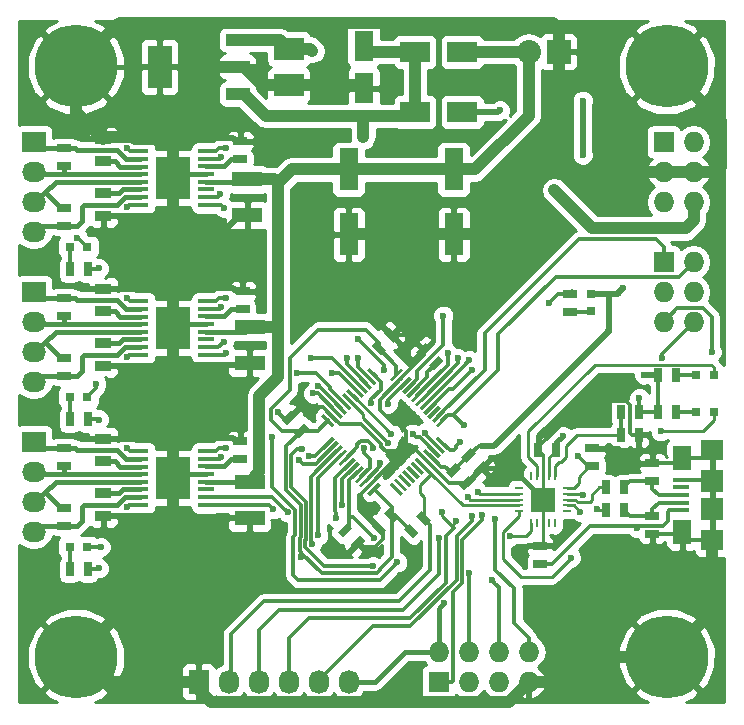
<source format=gtl>
G04 #@! TF.FileFunction,Copper,L1,Top,Signal*
%FSLAX46Y46*%
G04 Gerber Fmt 4.6, Leading zero omitted, Abs format (unit mm)*
G04 Created by KiCad (PCBNEW (2015-05-11 BZR 5650)-product) date sön 19 jul 2015 23:09:40*
%MOMM*%
G01*
G04 APERTURE LIST*
%ADD10C,0.200000*%
%ADD11R,1.600200X2.600960*%
%ADD12R,2.540000X1.270000*%
%ADD13R,1.143000X0.635000*%
%ADD14R,1.727200X2.032000*%
%ADD15O,1.727200X2.032000*%
%ADD16R,2.032000X2.032000*%
%ADD17O,2.032000X2.032000*%
%ADD18R,2.032000X1.727200*%
%ADD19O,2.032000X1.727200*%
%ADD20R,0.635000X1.143000*%
%ADD21R,2.032000X3.657600*%
%ADD22R,2.032000X1.016000*%
%ADD23R,1.400000X0.400000*%
%ADD24R,3.000000X3.600000*%
%ADD25R,2.499360X1.800860*%
%ADD26R,0.797560X0.797560*%
%ADD27R,2.000000X2.000000*%
%ADD28O,0.248920X0.800100*%
%ADD29O,0.800100X0.248920*%
%ADD30R,1.600000X2.100000*%
%ADD31R,1.900000X1.800000*%
%ADD32R,1.900000X1.900000*%
%ADD33R,1.350000X0.400000*%
%ADD34R,2.499360X1.950720*%
%ADD35R,1.397000X0.889000*%
%ADD36R,1.600200X3.599180*%
%ADD37R,1.727200X1.727200*%
%ADD38O,1.727200X1.727200*%
%ADD39C,7.000000*%
%ADD40C,0.600000*%
%ADD41C,1.000000*%
%ADD42C,0.400000*%
%ADD43C,0.300000*%
%ADD44C,0.250000*%
%ADD45C,0.500000*%
%ADD46C,0.254000*%
G04 APERTURE END LIST*
D10*
D11*
X116840000Y-80749140D03*
X116840000Y-84350860D03*
D10*
G36*
X125122567Y-115610790D02*
X125930790Y-114802567D01*
X126379803Y-115251580D01*
X125571580Y-116059803D01*
X125122567Y-115610790D01*
X125122567Y-115610790D01*
G37*
G36*
X126200197Y-116688420D02*
X127008420Y-115880197D01*
X127457433Y-116329210D01*
X126649210Y-117137433D01*
X126200197Y-116688420D01*
X126200197Y-116688420D01*
G37*
G36*
X112217433Y-113154210D02*
X111409210Y-113962433D01*
X110960197Y-113513420D01*
X111768420Y-112705197D01*
X112217433Y-113154210D01*
X112217433Y-113154210D01*
G37*
G36*
X111139803Y-112076580D02*
X110331580Y-112884803D01*
X109882567Y-112435790D01*
X110690790Y-111627567D01*
X111139803Y-112076580D01*
X111139803Y-112076580D01*
G37*
G36*
X123852567Y-116880790D02*
X124660790Y-116072567D01*
X125109803Y-116521580D01*
X124301580Y-117329803D01*
X123852567Y-116880790D01*
X123852567Y-116880790D01*
G37*
G36*
X124930197Y-117958420D02*
X125738420Y-117150197D01*
X126187433Y-117599210D01*
X125379210Y-118407433D01*
X124930197Y-117958420D01*
X124930197Y-117958420D01*
G37*
G36*
X118310790Y-106977433D02*
X117502567Y-106169210D01*
X117951580Y-105720197D01*
X118759803Y-106528420D01*
X118310790Y-106977433D01*
X118310790Y-106977433D01*
G37*
G36*
X119388420Y-105899803D02*
X118580197Y-105091580D01*
X119029210Y-104642567D01*
X119837433Y-105450790D01*
X119388420Y-105899803D01*
X119388420Y-105899803D01*
G37*
G36*
X119029210Y-119882567D02*
X119837433Y-120690790D01*
X119388420Y-121139803D01*
X118580197Y-120331580D01*
X119029210Y-119882567D01*
X119029210Y-119882567D01*
G37*
G36*
X117951580Y-120960197D02*
X118759803Y-121768420D01*
X118310790Y-122217433D01*
X117502567Y-121409210D01*
X117951580Y-120960197D01*
X117951580Y-120960197D01*
G37*
D12*
X107000000Y-92076000D03*
X107000000Y-95124000D03*
D13*
X106400000Y-90362000D03*
X106400000Y-88838000D03*
D12*
X107200000Y-117676000D03*
X107200000Y-120724000D03*
D13*
X106600000Y-103062000D03*
X106600000Y-101538000D03*
D12*
X107200000Y-104576000D03*
X107200000Y-107624000D03*
D13*
X106400000Y-115762000D03*
X106400000Y-114238000D03*
D14*
X102870000Y-134620000D03*
D15*
X105410000Y-134620000D03*
X107950000Y-134620000D03*
X110490000Y-134620000D03*
X113030000Y-134620000D03*
X115570000Y-134620000D03*
D16*
X133350000Y-81280000D03*
D17*
X130810000Y-81280000D03*
D18*
X88900000Y-88900000D03*
D19*
X88900000Y-91440000D03*
X88900000Y-93980000D03*
X88900000Y-96520000D03*
D18*
X88900000Y-101600000D03*
D19*
X88900000Y-104140000D03*
X88900000Y-106680000D03*
X88900000Y-109220000D03*
D18*
X88900000Y-114300000D03*
D19*
X88900000Y-116840000D03*
X88900000Y-119380000D03*
X88900000Y-121920000D03*
D10*
G36*
X121040790Y-122467433D02*
X120232567Y-121659210D01*
X120681580Y-121210197D01*
X121489803Y-122018420D01*
X121040790Y-122467433D01*
X121040790Y-122467433D01*
G37*
G36*
X122118420Y-121389803D02*
X121310197Y-120581580D01*
X121759210Y-120132567D01*
X122567433Y-120940790D01*
X122118420Y-121389803D01*
X122118420Y-121389803D01*
G37*
G36*
X114632567Y-121940790D02*
X115440790Y-121132567D01*
X115889803Y-121581580D01*
X115081580Y-122389803D01*
X114632567Y-121940790D01*
X114632567Y-121940790D01*
G37*
G36*
X115710197Y-123018420D02*
X116518420Y-122210197D01*
X116967433Y-122659210D01*
X116159210Y-123467433D01*
X115710197Y-123018420D01*
X115710197Y-123018420D01*
G37*
G36*
X123647433Y-107439210D02*
X122839210Y-108247433D01*
X122390197Y-107798420D01*
X123198420Y-106990197D01*
X123647433Y-107439210D01*
X123647433Y-107439210D01*
G37*
G36*
X122569803Y-106361580D02*
X121761580Y-107169803D01*
X121312567Y-106720790D01*
X122120790Y-105912567D01*
X122569803Y-106361580D01*
X122569803Y-106361580D01*
G37*
D20*
X91948000Y-99695000D03*
X93472000Y-99695000D03*
X91948000Y-112395000D03*
X93472000Y-112395000D03*
X91948000Y-125095000D03*
X93472000Y-125095000D03*
D21*
X99568000Y-82550000D03*
D22*
X106172000Y-82550000D03*
X106172000Y-80264000D03*
X106172000Y-84836000D03*
D10*
G36*
X121038991Y-117778240D02*
X120119413Y-116858662D01*
X120331347Y-116646728D01*
X121250925Y-117566306D01*
X121038991Y-117778240D01*
X121038991Y-117778240D01*
G37*
G36*
X121392814Y-117424418D02*
X120473236Y-116504840D01*
X120685170Y-116292906D01*
X121604748Y-117212484D01*
X121392814Y-117424418D01*
X121392814Y-117424418D01*
G37*
G36*
X121746636Y-117070596D02*
X120827058Y-116151018D01*
X121038992Y-115939084D01*
X121958570Y-116858662D01*
X121746636Y-117070596D01*
X121746636Y-117070596D01*
G37*
G36*
X122098662Y-116718570D02*
X121179084Y-115798992D01*
X121391018Y-115587058D01*
X122310596Y-116506636D01*
X122098662Y-116718570D01*
X122098662Y-116718570D01*
G37*
G36*
X122452484Y-116364748D02*
X121532906Y-115445170D01*
X121744840Y-115233236D01*
X122664418Y-116152814D01*
X122452484Y-116364748D01*
X122452484Y-116364748D01*
G37*
G36*
X119977525Y-118839706D02*
X119057947Y-117920128D01*
X119269881Y-117708194D01*
X120189459Y-118627772D01*
X119977525Y-118839706D01*
X119977525Y-118839706D01*
G37*
G36*
X120331347Y-118485884D02*
X119411769Y-117566306D01*
X119623703Y-117354372D01*
X120543281Y-118273950D01*
X120331347Y-118485884D01*
X120331347Y-118485884D01*
G37*
G36*
X120685169Y-118132062D02*
X119765591Y-117212484D01*
X119977525Y-117000550D01*
X120897103Y-117920128D01*
X120685169Y-118132062D01*
X120685169Y-118132062D01*
G37*
G36*
X123160128Y-113042053D02*
X122948194Y-112830119D01*
X123867772Y-111910541D01*
X124079706Y-112122475D01*
X123160128Y-113042053D01*
X123160128Y-113042053D01*
G37*
G36*
X122806306Y-112688231D02*
X122594372Y-112476297D01*
X123513950Y-111556719D01*
X123725884Y-111768653D01*
X122806306Y-112688231D01*
X122806306Y-112688231D01*
G37*
G36*
X122452484Y-112334409D02*
X122240550Y-112122475D01*
X123160128Y-111202897D01*
X123372062Y-111414831D01*
X122452484Y-112334409D01*
X122452484Y-112334409D01*
G37*
G36*
X122098662Y-111980587D02*
X121886728Y-111768653D01*
X122806306Y-110849075D01*
X123018240Y-111061009D01*
X122098662Y-111980587D01*
X122098662Y-111980587D01*
G37*
G36*
X121744840Y-111626764D02*
X121532906Y-111414830D01*
X122452484Y-110495252D01*
X122664418Y-110707186D01*
X121744840Y-111626764D01*
X121744840Y-111626764D01*
G37*
G36*
X121391018Y-111272942D02*
X121179084Y-111061008D01*
X122098662Y-110141430D01*
X122310596Y-110353364D01*
X121391018Y-111272942D01*
X121391018Y-111272942D01*
G37*
G36*
X121038992Y-110920916D02*
X120827058Y-110708982D01*
X121746636Y-109789404D01*
X121958570Y-110001338D01*
X121038992Y-110920916D01*
X121038992Y-110920916D01*
G37*
G36*
X120685170Y-110567094D02*
X120473236Y-110355160D01*
X121392814Y-109435582D01*
X121604748Y-109647516D01*
X120685170Y-110567094D01*
X120685170Y-110567094D01*
G37*
G36*
X118070119Y-109151806D02*
X117150541Y-108232228D01*
X117362475Y-108020294D01*
X118282053Y-108939872D01*
X118070119Y-109151806D01*
X118070119Y-109151806D01*
G37*
G36*
X117716297Y-109505628D02*
X116796719Y-108586050D01*
X117008653Y-108374116D01*
X117928231Y-109293694D01*
X117716297Y-109505628D01*
X117716297Y-109505628D01*
G37*
G36*
X117362475Y-109859450D02*
X116442897Y-108939872D01*
X116654831Y-108727938D01*
X117574409Y-109647516D01*
X117362475Y-109859450D01*
X117362475Y-109859450D01*
G37*
G36*
X117008653Y-110213272D02*
X116089075Y-109293694D01*
X116301009Y-109081760D01*
X117220587Y-110001338D01*
X117008653Y-110213272D01*
X117008653Y-110213272D01*
G37*
G36*
X116654830Y-110567094D02*
X115735252Y-109647516D01*
X115947186Y-109435582D01*
X116866764Y-110355160D01*
X116654830Y-110567094D01*
X116654830Y-110567094D01*
G37*
G36*
X116301008Y-110920916D02*
X115381430Y-110001338D01*
X115593364Y-109789404D01*
X116512942Y-110708982D01*
X116301008Y-110920916D01*
X116301008Y-110920916D01*
G37*
G36*
X115948982Y-111272942D02*
X115029404Y-110353364D01*
X115241338Y-110141430D01*
X116160916Y-111061008D01*
X115948982Y-111272942D01*
X115948982Y-111272942D01*
G37*
G36*
X115595160Y-111626764D02*
X114675582Y-110707186D01*
X114887516Y-110495252D01*
X115807094Y-111414830D01*
X115595160Y-111626764D01*
X115595160Y-111626764D01*
G37*
G36*
X113472228Y-114949459D02*
X113260294Y-114737525D01*
X114179872Y-113817947D01*
X114391806Y-114029881D01*
X113472228Y-114949459D01*
X113472228Y-114949459D01*
G37*
G36*
X113826050Y-115303281D02*
X113614116Y-115091347D01*
X114533694Y-114171769D01*
X114745628Y-114383703D01*
X113826050Y-115303281D01*
X113826050Y-115303281D01*
G37*
G36*
X114179872Y-115657103D02*
X113967938Y-115445169D01*
X114887516Y-114525591D01*
X115099450Y-114737525D01*
X114179872Y-115657103D01*
X114179872Y-115657103D01*
G37*
G36*
X114533694Y-116010925D02*
X114321760Y-115798991D01*
X115241338Y-114879413D01*
X115453272Y-115091347D01*
X114533694Y-116010925D01*
X114533694Y-116010925D01*
G37*
G36*
X114887516Y-116364748D02*
X114675582Y-116152814D01*
X115595160Y-115233236D01*
X115807094Y-115445170D01*
X114887516Y-116364748D01*
X114887516Y-116364748D01*
G37*
G36*
X115241338Y-116718570D02*
X115029404Y-116506636D01*
X115948982Y-115587058D01*
X116160916Y-115798992D01*
X115241338Y-116718570D01*
X115241338Y-116718570D01*
G37*
G36*
X115593364Y-117070596D02*
X115381430Y-116858662D01*
X116301008Y-115939084D01*
X116512942Y-116151018D01*
X115593364Y-117070596D01*
X115593364Y-117070596D01*
G37*
G36*
X115947186Y-117424418D02*
X115735252Y-117212484D01*
X116654830Y-116292906D01*
X116866764Y-116504840D01*
X115947186Y-117424418D01*
X115947186Y-117424418D01*
G37*
G36*
X122806306Y-116010925D02*
X121886728Y-115091347D01*
X122098662Y-114879413D01*
X123018240Y-115798991D01*
X122806306Y-116010925D01*
X122806306Y-116010925D01*
G37*
G36*
X123160128Y-115657103D02*
X122240550Y-114737525D01*
X122452484Y-114525591D01*
X123372062Y-115445169D01*
X123160128Y-115657103D01*
X123160128Y-115657103D01*
G37*
G36*
X123513950Y-115303281D02*
X122594372Y-114383703D01*
X122806306Y-114171769D01*
X123725884Y-115091347D01*
X123513950Y-115303281D01*
X123513950Y-115303281D01*
G37*
G36*
X123867772Y-114949459D02*
X122948194Y-114029881D01*
X123160128Y-113817947D01*
X124079706Y-114737525D01*
X123867772Y-114949459D01*
X123867772Y-114949459D01*
G37*
G36*
X120331347Y-110213272D02*
X120119413Y-110001338D01*
X121038991Y-109081760D01*
X121250925Y-109293694D01*
X120331347Y-110213272D01*
X120331347Y-110213272D01*
G37*
G36*
X119977525Y-109859450D02*
X119765591Y-109647516D01*
X120685169Y-108727938D01*
X120897103Y-108939872D01*
X119977525Y-109859450D01*
X119977525Y-109859450D01*
G37*
G36*
X119623703Y-109505628D02*
X119411769Y-109293694D01*
X120331347Y-108374116D01*
X120543281Y-108586050D01*
X119623703Y-109505628D01*
X119623703Y-109505628D01*
G37*
G36*
X119269881Y-109151806D02*
X119057947Y-108939872D01*
X119977525Y-108020294D01*
X120189459Y-108232228D01*
X119269881Y-109151806D01*
X119269881Y-109151806D01*
G37*
G36*
X115241338Y-111980587D02*
X114321760Y-111061009D01*
X114533694Y-110849075D01*
X115453272Y-111768653D01*
X115241338Y-111980587D01*
X115241338Y-111980587D01*
G37*
G36*
X114887516Y-112334409D02*
X113967938Y-111414831D01*
X114179872Y-111202897D01*
X115099450Y-112122475D01*
X114887516Y-112334409D01*
X114887516Y-112334409D01*
G37*
G36*
X114533694Y-112688231D02*
X113614116Y-111768653D01*
X113826050Y-111556719D01*
X114745628Y-112476297D01*
X114533694Y-112688231D01*
X114533694Y-112688231D01*
G37*
G36*
X114179872Y-113042053D02*
X113260294Y-112122475D01*
X113472228Y-111910541D01*
X114391806Y-112830119D01*
X114179872Y-113042053D01*
X114179872Y-113042053D01*
G37*
G36*
X116301009Y-117778240D02*
X116089075Y-117566306D01*
X117008653Y-116646728D01*
X117220587Y-116858662D01*
X116301009Y-117778240D01*
X116301009Y-117778240D01*
G37*
G36*
X116654831Y-118132062D02*
X116442897Y-117920128D01*
X117362475Y-117000550D01*
X117574409Y-117212484D01*
X116654831Y-118132062D01*
X116654831Y-118132062D01*
G37*
G36*
X117008653Y-118485884D02*
X116796719Y-118273950D01*
X117716297Y-117354372D01*
X117928231Y-117566306D01*
X117008653Y-118485884D01*
X117008653Y-118485884D01*
G37*
G36*
X117362475Y-118839706D02*
X117150541Y-118627772D01*
X118070119Y-117708194D01*
X118282053Y-117920128D01*
X117362475Y-118839706D01*
X117362475Y-118839706D01*
G37*
D23*
X97936000Y-89684400D03*
X97936000Y-90319400D03*
X97936000Y-90979800D03*
X97936000Y-91614800D03*
X97936000Y-92275200D03*
X97936000Y-92922900D03*
X97936000Y-93570600D03*
X97936000Y-94218300D03*
X103524000Y-94218300D03*
X103524000Y-93570600D03*
X103524000Y-92922900D03*
X103524000Y-92275200D03*
X103524000Y-91614800D03*
X103524000Y-90967100D03*
X103524000Y-90319400D03*
X103524000Y-89671700D03*
D24*
X100730000Y-91945000D03*
D23*
X97936000Y-102384400D03*
X97936000Y-103019400D03*
X97936000Y-103679800D03*
X97936000Y-104314800D03*
X97936000Y-104975200D03*
X97936000Y-105622900D03*
X97936000Y-106270600D03*
X97936000Y-106918300D03*
X103524000Y-106918300D03*
X103524000Y-106270600D03*
X103524000Y-105622900D03*
X103524000Y-104975200D03*
X103524000Y-104314800D03*
X103524000Y-103667100D03*
X103524000Y-103019400D03*
X103524000Y-102371700D03*
D24*
X100730000Y-104645000D03*
D23*
X97936000Y-115084400D03*
X97936000Y-115719400D03*
X97936000Y-116379800D03*
X97936000Y-117014800D03*
X97936000Y-117675200D03*
X97936000Y-118322900D03*
X97936000Y-118970600D03*
X97936000Y-119618300D03*
X103524000Y-119618300D03*
X103524000Y-118970600D03*
X103524000Y-118322900D03*
X103524000Y-117675200D03*
X103524000Y-117014800D03*
X103524000Y-116367100D03*
X103524000Y-115719400D03*
X103524000Y-115071700D03*
D24*
X100730000Y-117345000D03*
D13*
X91440000Y-90932000D03*
X91440000Y-89408000D03*
X91440000Y-94488000D03*
X91440000Y-96012000D03*
X91440000Y-103632000D03*
X91440000Y-102108000D03*
X91440000Y-107188000D03*
X91440000Y-108712000D03*
X91440000Y-116332000D03*
X91440000Y-114808000D03*
X91440000Y-119888000D03*
X91440000Y-121412000D03*
X141300837Y-120567214D03*
X141300837Y-122091214D03*
X141300837Y-117646213D03*
X141300837Y-116122213D03*
X136220837Y-116376214D03*
X136220837Y-114852214D03*
D20*
X133172837Y-114979213D03*
X131648837Y-114979213D03*
D13*
X131775837Y-124631214D03*
X131775837Y-123107214D03*
D25*
X125188980Y-81280000D03*
X121191020Y-81280000D03*
X125188980Y-86360000D03*
X121191020Y-86360000D03*
D26*
X93459300Y-97790000D03*
X91960700Y-97790000D03*
X93459300Y-110490000D03*
X91960700Y-110490000D03*
X93459300Y-123190000D03*
X91960700Y-123190000D03*
X144996537Y-108629213D03*
X146495137Y-108629213D03*
X144996537Y-111804213D03*
X146495137Y-111804213D03*
D20*
X138633837Y-111804213D03*
X140157837Y-111804213D03*
X140157837Y-113709214D03*
X138633837Y-113709214D03*
X143332837Y-108629213D03*
X141808837Y-108629213D03*
X143332837Y-111804213D03*
X141808837Y-111804213D03*
X137363837Y-120059213D03*
X138887837Y-120059213D03*
X137363837Y-118154214D03*
X138887837Y-118154214D03*
D27*
X132025837Y-119174214D03*
D28*
X131026157Y-121173194D03*
X131526537Y-121173194D03*
X132026917Y-121173194D03*
X132524757Y-121173194D03*
X133025137Y-121173194D03*
D29*
X134025837Y-120174214D03*
X134025837Y-119674214D03*
X134025837Y-119174214D03*
X134025837Y-118674214D03*
X134025837Y-118174214D03*
D28*
X133025837Y-117174214D03*
X132525837Y-117174214D03*
X132025837Y-117174214D03*
X131525837Y-117174214D03*
X131025837Y-117174214D03*
D29*
X130026857Y-118174914D03*
X130026857Y-118675294D03*
X130026857Y-119173134D03*
X130026857Y-119673514D03*
X130026857Y-120173894D03*
D30*
X143830837Y-121889214D03*
X143830837Y-115689214D03*
D31*
X146380837Y-122589214D03*
D32*
X146380837Y-119989214D03*
X146380837Y-117589214D03*
D31*
X146380837Y-114989214D03*
D33*
X143705837Y-119439214D03*
X143705837Y-118789214D03*
X143705837Y-118139214D03*
X143705837Y-120089214D03*
X143705837Y-117489214D03*
D34*
X110490000Y-84099400D03*
X110490000Y-81000600D03*
D35*
X94800000Y-93247500D03*
X94800000Y-95152500D03*
X94800000Y-90552500D03*
X94800000Y-88647500D03*
X94800000Y-105947500D03*
X94800000Y-107852500D03*
X94800000Y-103252500D03*
X94800000Y-101347500D03*
X94800000Y-118647500D03*
X94800000Y-120552500D03*
X94800000Y-115952500D03*
X94800000Y-114047500D03*
D36*
X115570000Y-91229180D03*
X115570000Y-96730820D03*
X124460000Y-91229180D03*
X124460000Y-96730820D03*
D37*
X142240000Y-99060000D03*
D38*
X144780000Y-99060000D03*
X142240000Y-101600000D03*
X144780000Y-101600000D03*
X142240000Y-104140000D03*
X144780000Y-104140000D03*
D37*
X142240000Y-88900000D03*
D38*
X144780000Y-88900000D03*
X142240000Y-91440000D03*
X144780000Y-91440000D03*
X142240000Y-93980000D03*
X144780000Y-93980000D03*
D37*
X123190000Y-134620000D03*
D38*
X123190000Y-132080000D03*
X125730000Y-134620000D03*
X125730000Y-132080000D03*
X128270000Y-134620000D03*
X128270000Y-132080000D03*
X130810000Y-134620000D03*
X130810000Y-132080000D03*
D39*
X92500000Y-82500000D03*
X142500000Y-82500000D03*
X142500000Y-132500000D03*
X92500000Y-132500000D03*
D26*
X136100000Y-101750700D03*
X136100000Y-103249300D03*
D13*
X134300000Y-103262000D03*
X134300000Y-101738000D03*
D40*
X101200000Y-118000000D03*
X100400000Y-118000000D03*
X100000000Y-117200000D03*
X100800000Y-117200000D03*
X101600000Y-117200000D03*
X101600000Y-116200000D03*
X100800000Y-116200000D03*
X100000000Y-116200000D03*
X100600000Y-104600000D03*
X100600000Y-105600000D03*
X100600000Y-103800000D03*
X99800000Y-106000000D03*
X99800000Y-105200000D03*
X99800000Y-104200000D03*
X99800000Y-103400000D03*
X100600000Y-92800000D03*
X100600000Y-92000000D03*
X100600000Y-91200000D03*
X99800000Y-92400000D03*
X99800000Y-91600000D03*
X99800000Y-90800000D03*
X99800000Y-93200000D03*
X106400000Y-112200000D03*
X109600000Y-111800000D03*
X111500000Y-124000008D03*
X138800000Y-101300000D03*
X123645734Y-127949970D03*
X137600000Y-104900000D03*
X133700000Y-113800000D03*
X112500000Y-81200000D03*
X92600000Y-97000000D03*
X94200000Y-109400000D03*
X94600000Y-123200000D03*
X113017338Y-109574696D03*
X94400000Y-99600000D03*
X96800000Y-94400000D03*
X112593399Y-110193399D03*
X94400000Y-112400000D03*
X96800000Y-107100000D03*
X112200000Y-115499979D03*
X94400000Y-125000000D03*
X96800000Y-119800000D03*
X110410086Y-120258642D03*
X124000000Y-106800000D03*
X126000000Y-108200000D03*
X105200000Y-114800000D03*
X125800000Y-107400000D03*
X104800000Y-115600000D03*
X115400000Y-107200000D03*
X104800000Y-90200000D03*
X112400000Y-107200000D03*
X105016865Y-94492550D03*
X114154648Y-108491254D03*
X105200000Y-89400000D03*
X111200020Y-108489926D03*
X104694331Y-93293523D03*
X111400020Y-115829856D03*
X96800000Y-114800000D03*
X96800000Y-102100000D03*
X96800000Y-89400000D03*
X121000020Y-113600000D03*
X105200000Y-102100000D03*
X122081757Y-113518242D03*
X104800000Y-102900000D03*
X124800000Y-107200000D03*
X109200000Y-120000000D03*
X123600000Y-103600000D03*
X105200000Y-106800000D03*
X118868326Y-111063320D03*
X118600000Y-108200000D03*
X116400000Y-105600000D03*
X105000000Y-105800000D03*
X134400000Y-124100000D03*
X135000000Y-115500000D03*
X140600000Y-108599980D03*
X135400000Y-90000000D03*
X135400000Y-85400000D03*
X128400000Y-86200000D03*
X140200000Y-110600000D03*
X140000000Y-121600000D03*
X142000000Y-113400000D03*
X135200000Y-120200000D03*
X117700000Y-122400000D03*
X123199980Y-122400000D03*
X125700000Y-119000000D03*
X124700000Y-121000000D03*
X129200000Y-122300000D03*
X123500000Y-120200000D03*
X119200000Y-113600000D03*
X126000000Y-120600000D03*
X118900000Y-114400000D03*
X126500000Y-118500000D03*
X135400000Y-118800000D03*
X136600000Y-120000000D03*
X116800000Y-88500000D03*
X133000000Y-93000000D03*
X125300000Y-112900000D03*
X128000000Y-120800000D03*
X114500000Y-120700000D03*
X114999980Y-119600000D03*
X116900000Y-114799994D03*
X146300000Y-106700000D03*
X118200021Y-116100000D03*
X142100020Y-107171616D03*
X125000000Y-114300000D03*
X126900000Y-120500000D03*
X112483153Y-122920564D03*
X117650030Y-124829864D03*
X125800000Y-125400000D03*
X111600000Y-114900000D03*
X117500000Y-111000000D03*
X113000000Y-122200000D03*
X127700000Y-126000000D03*
X119700000Y-124500000D03*
X109100000Y-113900000D03*
X116400000Y-107200000D03*
X117650013Y-114800000D03*
X132500000Y-102500000D03*
D41*
X125188980Y-81280000D02*
X130810000Y-81280000D01*
X124460000Y-91229180D02*
X126260100Y-91229180D01*
X126260100Y-91229180D02*
X130810000Y-86679280D01*
X130810000Y-86679280D02*
X130810000Y-82716840D01*
X130810000Y-82716840D02*
X130810000Y-81280000D01*
X115570000Y-91229180D02*
X124460000Y-91229180D01*
X115570000Y-91229180D02*
X110776820Y-91229180D01*
X110776820Y-91229180D02*
X109600000Y-92406000D01*
X109600000Y-104446000D02*
X109599990Y-104446010D01*
X109599990Y-108800010D02*
X108000000Y-110400000D01*
X108000000Y-116876000D02*
X107200000Y-117676000D01*
X109599990Y-104446010D02*
X109599990Y-108800010D01*
X108000000Y-110400000D02*
X108000000Y-116876000D01*
D42*
X103524000Y-117675200D02*
X107199200Y-117675200D01*
X107199200Y-117675200D02*
X107200000Y-117676000D01*
D41*
X109600000Y-92406000D02*
X109600000Y-101248650D01*
X109600000Y-101248650D02*
X109600000Y-104446000D01*
X107000000Y-92076000D02*
X109270000Y-92076000D01*
X109270000Y-92076000D02*
X109600000Y-92406000D01*
X109600000Y-104446000D02*
X109470000Y-104576000D01*
X109470000Y-104576000D02*
X107200000Y-104576000D01*
D42*
X106800800Y-104975200D02*
X107000000Y-104776000D01*
X103524000Y-104975200D02*
X106800800Y-104975200D01*
X103524000Y-92275200D02*
X106800800Y-92275200D01*
X106800800Y-92275200D02*
X107000000Y-92076000D01*
D43*
X101200000Y-118000000D02*
X100730000Y-117530000D01*
X100730000Y-117530000D02*
X100730000Y-117345000D01*
X100400000Y-118000000D02*
X100730000Y-117670000D01*
X100730000Y-117670000D02*
X100730000Y-117345000D01*
X100000000Y-117200000D02*
X100145000Y-117345000D01*
X100145000Y-117345000D02*
X100730000Y-117345000D01*
X100800000Y-117200000D02*
X100730000Y-117270000D01*
X100730000Y-117270000D02*
X100730000Y-117345000D01*
X101600000Y-117200000D02*
X101455000Y-117345000D01*
X101455000Y-117345000D02*
X100730000Y-117345000D01*
X101600000Y-116200000D02*
X100730000Y-117070000D01*
X100730000Y-117070000D02*
X100730000Y-117345000D01*
X100800000Y-116200000D02*
X100730000Y-116270000D01*
X100730000Y-116270000D02*
X100730000Y-117345000D01*
X100000000Y-116200000D02*
X100730000Y-116930000D01*
X100730000Y-116930000D02*
X100730000Y-117345000D01*
X100600000Y-104600000D02*
X100645000Y-104645000D01*
X100645000Y-104645000D02*
X100730000Y-104645000D01*
X100600000Y-105600000D02*
X100730000Y-105470000D01*
X100730000Y-105470000D02*
X100730000Y-104645000D01*
X100600000Y-103800000D02*
X100730000Y-103930000D01*
X100730000Y-103930000D02*
X100730000Y-104645000D01*
X99800000Y-106000000D02*
X100730000Y-105070000D01*
X100730000Y-105070000D02*
X100730000Y-104645000D01*
X99800000Y-105200000D02*
X100355000Y-104645000D01*
X100355000Y-104645000D02*
X100730000Y-104645000D01*
X99800000Y-104200000D02*
X100045000Y-104645000D01*
X100045000Y-104645000D02*
X100730000Y-104645000D01*
X99800000Y-103400000D02*
X100730000Y-104330000D01*
X100730000Y-104330000D02*
X100730000Y-104645000D01*
X100600000Y-92800000D02*
X100730000Y-92670000D01*
X100730000Y-92670000D02*
X100730000Y-91945000D01*
X100600000Y-92000000D02*
X100655000Y-91945000D01*
X100655000Y-91945000D02*
X100730000Y-91945000D01*
X100600000Y-91200000D02*
X100730000Y-91330000D01*
X100730000Y-91330000D02*
X100730000Y-91945000D01*
X99800000Y-92400000D02*
X100255000Y-91945000D01*
X100255000Y-91945000D02*
X100730000Y-91945000D01*
X99800000Y-91600000D02*
X100145000Y-91945000D01*
X100145000Y-91945000D02*
X100730000Y-91945000D01*
D44*
X100730000Y-91530000D02*
X99800000Y-90800000D01*
D43*
X99800000Y-93200000D02*
X100730000Y-92270000D01*
X100730000Y-92270000D02*
X100730000Y-91945000D01*
D44*
X100730000Y-91530000D02*
X100730000Y-91945000D01*
D42*
X99568000Y-82550000D02*
X99568000Y-88281555D01*
X99568000Y-88281555D02*
X99202055Y-88647500D01*
X99568000Y-82550000D02*
X99568000Y-79165318D01*
X99568000Y-79165318D02*
X99201341Y-78798659D01*
X99568000Y-82550000D02*
X106172000Y-82550000D01*
X99568000Y-82550000D02*
X92550000Y-82550000D01*
X92550000Y-82550000D02*
X92500000Y-82500000D01*
D43*
X120200000Y-115000000D02*
X120100000Y-115100000D01*
X120100000Y-115100000D02*
X118700000Y-115100000D01*
X118700000Y-115100000D02*
X118300001Y-114700001D01*
X118300001Y-114700001D02*
X118300001Y-114511999D01*
X116588002Y-112800000D02*
X114857397Y-112800000D01*
X118300001Y-114511999D02*
X116588002Y-112800000D01*
X114857397Y-112800000D02*
X114179872Y-112122475D01*
X117831688Y-123156314D02*
X118448684Y-122539318D01*
X118448684Y-121906314D02*
X118131185Y-121588815D01*
X116656314Y-123156314D02*
X117831688Y-123156314D01*
X118448684Y-122539318D02*
X118448684Y-121906314D01*
X116338815Y-122838815D02*
X116656314Y-123156314D01*
D42*
X132025837Y-119174214D02*
X132025837Y-119125837D01*
X129408815Y-116508815D02*
X127277827Y-116508815D01*
X132025837Y-119125837D02*
X129408815Y-116508815D01*
X127277827Y-116508815D02*
X126828815Y-116508815D01*
D41*
X92500000Y-132500000D02*
X100730000Y-124270000D01*
X100730000Y-124270000D02*
X100730000Y-117345000D01*
X99202055Y-88647500D02*
X97453502Y-88647500D01*
X97256001Y-88449999D02*
X94997501Y-88449999D01*
X97453502Y-88647500D02*
X97256001Y-88449999D01*
X94997501Y-88449999D02*
X94800000Y-88647500D01*
X100730000Y-89145000D02*
X100232500Y-88647500D01*
D45*
X99202055Y-88647500D02*
X99847500Y-88647500D01*
X99847500Y-88647500D02*
X100730000Y-89530000D01*
D41*
X100730000Y-91945000D02*
X100730000Y-89145000D01*
X100232500Y-88647500D02*
X99202055Y-88647500D01*
X102870000Y-134620000D02*
X94620000Y-134620000D01*
X94620000Y-134620000D02*
X92500000Y-132500000D01*
X103886010Y-136286010D02*
X102870000Y-135270000D01*
X102870000Y-135270000D02*
X102870000Y-134620000D01*
X129130000Y-136300000D02*
X105500000Y-136300000D01*
X105500000Y-136300000D02*
X105486010Y-136286010D01*
X105486010Y-136286010D02*
X103886010Y-136286010D01*
X130810000Y-134620000D02*
X129130000Y-136300000D01*
X142500000Y-132500000D02*
X137550253Y-132500000D01*
X137550253Y-132500000D02*
X135430253Y-134620000D01*
X135430253Y-134620000D02*
X130810000Y-134620000D01*
X145999999Y-125300001D02*
X146380837Y-124919163D01*
X146380837Y-124919163D02*
X146380837Y-122589214D01*
X142500000Y-132500000D02*
X145999999Y-129000001D01*
X145999999Y-129000001D02*
X145999999Y-125300001D01*
D43*
X120200000Y-115000000D02*
X120400000Y-114800000D01*
X120400000Y-114800000D02*
X120400000Y-113400000D01*
X120400000Y-113400000D02*
X119800000Y-112800000D01*
X119800000Y-112800000D02*
X119400000Y-112800000D01*
X119400000Y-112800000D02*
X118200000Y-111600000D01*
X118200000Y-111600000D02*
X118200000Y-110717397D01*
X118200000Y-110717397D02*
X120112950Y-108804447D01*
X122098662Y-115798992D02*
X120999670Y-114700000D01*
X120999670Y-114700000D02*
X120500000Y-114700000D01*
X120500000Y-114700000D02*
X120200000Y-115000000D01*
D41*
X126260100Y-96730820D02*
X131578385Y-91412535D01*
X131578385Y-91412535D02*
X133350000Y-89640920D01*
X142240000Y-91440000D02*
X141018686Y-91440000D01*
X141018686Y-91440000D02*
X140991221Y-91412535D01*
X140991221Y-91412535D02*
X131578385Y-91412535D01*
X142240000Y-91440000D02*
X144780000Y-91440000D01*
X147100000Y-91000000D02*
X146660000Y-91440000D01*
X146660000Y-91440000D02*
X144780000Y-91440000D01*
X147100000Y-87100000D02*
X147100000Y-91000000D01*
X142500000Y-82500000D02*
X147100000Y-87100000D01*
X110490000Y-84099400D02*
X116588540Y-84099400D01*
X116588540Y-84099400D02*
X116840000Y-84350860D01*
X106172000Y-82550000D02*
X106680000Y-82550000D01*
X106680000Y-82550000D02*
X108229400Y-84099400D01*
X108229400Y-84099400D02*
X108240320Y-84099400D01*
X108240320Y-84099400D02*
X110490000Y-84099400D01*
X132884659Y-78798659D02*
X103649950Y-78798659D01*
X103649950Y-78798659D02*
X99201341Y-78798659D01*
X99201341Y-78798659D02*
X96201341Y-78798659D01*
X95999999Y-79000001D02*
X92500000Y-82500000D01*
X96201341Y-78798659D02*
X95999999Y-79000001D01*
X106172000Y-82550000D02*
X104156000Y-82550000D01*
X103649950Y-82043950D02*
X103649950Y-78798659D01*
X104156000Y-82550000D02*
X103649950Y-82043950D01*
X92500000Y-82500000D02*
X92500000Y-86347500D01*
X92500000Y-86347500D02*
X94800000Y-88647500D01*
X133350000Y-81280000D02*
X133350000Y-79264000D01*
X133350000Y-79264000D02*
X132884659Y-78798659D01*
X124460000Y-96730820D02*
X126260100Y-96730820D01*
X133350000Y-89640920D02*
X133350000Y-83296000D01*
X133350000Y-83296000D02*
X133350000Y-81280000D01*
X124460000Y-96730820D02*
X115570000Y-96730820D01*
D43*
X106400000Y-112200000D02*
X106400000Y-114238000D01*
X110511185Y-112256185D02*
X110056185Y-112256185D01*
X110056185Y-112256185D02*
X109600000Y-111800000D01*
X131600000Y-114930376D02*
X131600000Y-114724285D01*
X131648837Y-114979213D02*
X131600000Y-114930376D01*
X140157837Y-113709214D02*
X139540337Y-113709214D01*
X139058626Y-110800000D02*
X135574050Y-110800000D01*
X139540337Y-113709214D02*
X139400000Y-113568877D01*
X139400000Y-113568877D02*
X139400000Y-111141374D01*
X139400000Y-111141374D02*
X139058626Y-110800000D01*
X135574050Y-110800000D02*
X131648837Y-114725213D01*
X131648837Y-114725213D02*
X131648837Y-114979213D01*
X119977525Y-108939872D02*
X120112950Y-108804447D01*
X120112950Y-108804447D02*
X121941185Y-106976212D01*
X120200000Y-115000000D02*
X120200000Y-115082603D01*
X120200000Y-115082603D02*
X117362475Y-117920128D01*
X107724000Y-120724000D02*
X107200000Y-120724000D01*
D44*
X132025837Y-117174214D02*
X132025837Y-119174214D01*
X132025837Y-119174214D02*
X132025837Y-121172114D01*
X132025837Y-121172114D02*
X132026917Y-121173194D01*
D45*
X105230000Y-96259000D02*
X102319000Y-96259000D01*
X102319000Y-96259000D02*
X100730000Y-94670000D01*
X107000000Y-95124000D02*
X106365000Y-95124000D01*
X106365000Y-95124000D02*
X105230000Y-96259000D01*
X100730000Y-120070000D02*
X100730000Y-120130000D01*
X101324000Y-120724000D02*
X104600000Y-120724000D01*
X104600000Y-120724000D02*
X107200000Y-120724000D01*
X100730000Y-120130000D02*
X101324000Y-120724000D01*
D41*
X100730000Y-104645000D02*
X100730000Y-107445000D01*
X100730000Y-107445000D02*
X100730000Y-117345000D01*
X100730000Y-91945000D02*
X100730000Y-104645000D01*
D44*
X131775837Y-123107214D02*
X132026917Y-122856134D01*
X132026917Y-122856134D02*
X132026917Y-121173194D01*
X131648837Y-114979213D02*
X132025837Y-115356213D01*
X132025837Y-115356213D02*
X132025837Y-117174214D01*
D43*
X138452214Y-114852214D02*
X139722213Y-116122213D01*
X139722213Y-116122213D02*
X141300837Y-116122213D01*
X136220837Y-114852214D02*
X138452214Y-114852214D01*
X141300837Y-116122213D02*
X141300837Y-114234714D01*
X141300837Y-114234714D02*
X140775337Y-113709214D01*
X140775337Y-113709214D02*
X140157837Y-113709214D01*
X141300837Y-116122213D02*
X143397838Y-116122213D01*
X143397838Y-116122213D02*
X143830837Y-115689214D01*
X143830837Y-115689214D02*
X145680837Y-115689214D01*
X145680837Y-115689214D02*
X146380837Y-114989214D01*
X146380837Y-117589214D02*
X146380837Y-114989214D01*
X146380837Y-122589214D02*
X144530837Y-122589214D01*
X144530837Y-122589214D02*
X143830837Y-121889214D01*
X146380837Y-119989214D02*
X146380837Y-122589214D01*
X146380837Y-117589214D02*
X146380837Y-119989214D01*
X143705837Y-117489214D02*
X146280837Y-117489214D01*
X146280837Y-117489214D02*
X146380837Y-117589214D01*
X141300837Y-122091214D02*
X143628837Y-122091214D01*
X143628837Y-122091214D02*
X143830837Y-121889214D01*
X121941185Y-106976212D02*
X121941185Y-106541185D01*
X121941185Y-106541185D02*
X120671185Y-105271185D01*
X120671185Y-105271185D02*
X119208815Y-105271185D01*
X125558815Y-117778815D02*
X124078485Y-117778815D01*
X124078485Y-117778815D02*
X122098662Y-115798992D01*
X125558815Y-117778815D02*
X126828815Y-116508815D01*
X116600000Y-120057630D02*
X116600000Y-118682603D01*
X116600000Y-118682603D02*
X117362475Y-117920128D01*
X118131185Y-121588815D02*
X116600000Y-120057630D01*
X111400000Y-111367370D02*
X113424767Y-111367370D01*
X113424767Y-111367370D02*
X114179872Y-112122475D01*
X110511185Y-112256185D02*
X111400000Y-111367370D01*
D45*
X94800000Y-114047500D02*
X99847500Y-114047500D01*
X105800000Y-114000000D02*
X101660000Y-114000000D01*
X101660000Y-114000000D02*
X100730000Y-114930000D01*
X106038000Y-114238000D02*
X105800000Y-114000000D01*
X106400000Y-114238000D02*
X106038000Y-114238000D01*
D42*
X103524000Y-117014800D02*
X101060200Y-117014800D01*
X101060200Y-117014800D02*
X100730000Y-117345000D01*
D45*
X94800000Y-120552500D02*
X100247500Y-120552500D01*
X100730000Y-120070000D02*
X100730000Y-117345000D01*
X100247500Y-120552500D02*
X100730000Y-120070000D01*
X100730000Y-114930000D02*
X100730000Y-117345000D01*
X99847500Y-114047500D02*
X100730000Y-114930000D01*
X99847500Y-101347500D02*
X100730000Y-102230000D01*
X100730000Y-102230000D02*
X100730000Y-104645000D01*
X94800000Y-101347500D02*
X99847500Y-101347500D01*
X100247500Y-107852500D02*
X100730000Y-107370000D01*
X100730000Y-107370000D02*
X100730000Y-104645000D01*
X94800000Y-107852500D02*
X100247500Y-107852500D01*
D42*
X101060200Y-104314800D02*
X100730000Y-104645000D01*
X103524000Y-104314800D02*
X101060200Y-104314800D01*
D45*
X101184000Y-107824000D02*
X100730000Y-107370000D01*
X107000000Y-107824000D02*
X101184000Y-107824000D01*
X106400000Y-101538000D02*
X106038000Y-101538000D01*
X106038000Y-101538000D02*
X105800000Y-101300000D01*
X101660000Y-101300000D02*
X100730000Y-102230000D01*
X105800000Y-101300000D02*
X101660000Y-101300000D01*
X105800000Y-88600000D02*
X101660000Y-88600000D01*
X101660000Y-88600000D02*
X100730000Y-89530000D01*
X106038000Y-88838000D02*
X105800000Y-88600000D01*
X106400000Y-88838000D02*
X106038000Y-88838000D01*
D42*
X103524000Y-91614800D02*
X101060200Y-91614800D01*
X101060200Y-91614800D02*
X100730000Y-91945000D01*
D45*
X94800000Y-95152500D02*
X100247500Y-95152500D01*
X100730000Y-94670000D02*
X100730000Y-91945000D01*
X100247500Y-95152500D02*
X100730000Y-94670000D01*
X100730000Y-89530000D02*
X100730000Y-91945000D01*
D43*
X111525745Y-123749991D02*
X111500000Y-123775736D01*
X111500000Y-123775736D02*
X111500000Y-124000008D01*
X111649991Y-123749991D02*
X111525745Y-123749991D01*
X118250031Y-125017865D02*
X119208815Y-124059081D01*
X119208815Y-120960197D02*
X119208815Y-120511185D01*
X117938031Y-125429865D02*
X118250031Y-125117865D01*
X113329865Y-125429865D02*
X117938031Y-125429865D01*
X118250031Y-125117865D02*
X118250031Y-125017865D01*
X119208815Y-124059081D02*
X119208815Y-120960197D01*
X111649991Y-123749991D02*
X113329865Y-125429865D01*
D45*
X138349300Y-101750700D02*
X138500001Y-101599999D01*
X138500001Y-101599999D02*
X138800000Y-101300000D01*
X137649300Y-101750700D02*
X138349300Y-101750700D01*
D42*
X123190000Y-132080000D02*
X123190000Y-128405704D01*
X123345735Y-128249969D02*
X123645734Y-127949970D01*
X123190000Y-128405704D02*
X123345735Y-128249969D01*
D43*
X111499976Y-122379329D02*
X111433142Y-122446163D01*
X111433142Y-123533142D02*
X111649991Y-123749991D01*
X110249990Y-118386400D02*
X111499976Y-119636386D01*
X111588815Y-113333815D02*
X110249990Y-114672640D01*
X110249990Y-114672640D02*
X110249990Y-118386400D01*
X111433142Y-122446163D02*
X111433142Y-123533142D01*
X111499976Y-119636386D02*
X111499976Y-122379329D01*
D42*
X120320000Y-132080000D02*
X117780000Y-134620000D01*
X117780000Y-134620000D02*
X115570000Y-134620000D01*
X123190000Y-132080000D02*
X120320000Y-132080000D01*
D45*
X137649300Y-104850700D02*
X137105828Y-105394172D01*
X137105828Y-105394172D02*
X127900000Y-114600000D01*
D42*
X137600000Y-104900000D02*
X137105828Y-105394172D01*
X133172837Y-114979213D02*
X133172837Y-114327163D01*
X133172837Y-114327163D02*
X133700000Y-113800000D01*
D43*
X119208815Y-120511185D02*
X119533555Y-120511185D01*
X119533555Y-120511185D02*
X120861185Y-121838815D01*
D45*
X137649300Y-101750700D02*
X137649300Y-104850700D01*
X127900000Y-114600000D02*
X126800000Y-114600000D01*
X137649300Y-101750700D02*
X136100000Y-101750700D01*
D41*
X110490000Y-81000600D02*
X112300600Y-81000600D01*
X112300600Y-81000600D02*
X112500000Y-81200000D01*
X106172000Y-80264000D02*
X109753400Y-80264000D01*
X109753400Y-80264000D02*
X110490000Y-81000600D01*
D43*
X119208815Y-120511185D02*
X119288815Y-120511185D01*
X111139803Y-113333815D02*
X111588815Y-113333815D01*
X109933815Y-113333815D02*
X111139803Y-113333815D01*
X108999999Y-112399999D02*
X109933815Y-113333815D01*
X108999999Y-111511999D02*
X108999999Y-112399999D01*
X113000000Y-104800000D02*
X110600000Y-107200000D01*
X110600000Y-107200000D02*
X110600000Y-109911998D01*
X110600000Y-109911998D02*
X108999999Y-111511999D01*
X117031382Y-104800000D02*
X113000000Y-104800000D01*
X92600000Y-97000000D02*
X92669300Y-97000000D01*
X92669300Y-97000000D02*
X93459300Y-97790000D01*
X94200000Y-109400000D02*
X94200000Y-109749300D01*
X94200000Y-109749300D02*
X93459300Y-110490000D01*
X94600000Y-123200000D02*
X93469300Y-123200000D01*
X93469300Y-123200000D02*
X93459300Y-123190000D01*
X126800000Y-114600000D02*
X126582370Y-114600000D01*
X126582370Y-114600000D02*
X125751185Y-115431185D01*
X118131185Y-106348815D02*
X118131185Y-105899803D01*
X118131185Y-105899803D02*
X117031382Y-104800000D01*
D44*
X133172837Y-114979213D02*
X132525837Y-115626213D01*
X132525837Y-115626213D02*
X132525837Y-117174214D01*
D43*
X119623703Y-108586050D02*
X119623703Y-107841333D01*
X119623703Y-107841333D02*
X118131185Y-106348815D01*
X125751185Y-115431185D02*
X124481185Y-116701185D01*
X123730988Y-116400000D02*
X123407315Y-116400000D01*
X123407315Y-116400000D02*
X122452484Y-115445169D01*
X124481185Y-116701185D02*
X124032173Y-116701185D01*
X124032173Y-116701185D02*
X123730988Y-116400000D01*
X119208815Y-120511185D02*
X119208815Y-119766468D01*
X119208815Y-119766468D02*
X117716297Y-118273950D01*
X111588815Y-113333815D02*
X112968532Y-113333815D01*
X112968532Y-113333815D02*
X113826050Y-112476297D01*
D42*
X103524000Y-90967100D02*
X105032900Y-90967100D01*
X105032900Y-90967100D02*
X105638000Y-90362000D01*
X105638000Y-90362000D02*
X106400000Y-90362000D01*
X105638000Y-103062000D02*
X106400000Y-103062000D01*
X105032900Y-103667100D02*
X105638000Y-103062000D01*
X103524000Y-103667100D02*
X105032900Y-103667100D01*
X103524000Y-116367100D02*
X105032900Y-116367100D01*
X105032900Y-116367100D02*
X105638000Y-115762000D01*
X105638000Y-115762000D02*
X106400000Y-115762000D01*
X92411500Y-89408000D02*
X91440000Y-89408000D01*
X92603500Y-89600000D02*
X92411500Y-89408000D01*
X95963998Y-89600000D02*
X92603500Y-89600000D01*
X96683398Y-90319400D02*
X95963998Y-89600000D01*
X97936000Y-90319400D02*
X96683398Y-90319400D01*
X91440000Y-89408000D02*
X89408000Y-89408000D01*
X89408000Y-89408000D02*
X88900000Y-88900000D01*
X97936000Y-91614800D02*
X91348560Y-91614800D01*
X91348560Y-91614800D02*
X89074800Y-91614800D01*
X91440000Y-90932000D02*
X91440000Y-91523360D01*
X91440000Y-91523360D02*
X91348560Y-91614800D01*
X89074800Y-91614800D02*
X88900000Y-91440000D01*
X89408000Y-90932000D02*
X88900000Y-91440000D01*
X89052400Y-91440000D02*
X88900000Y-91440000D01*
X97936000Y-93570600D02*
X96629400Y-93570600D01*
X93000000Y-95600000D02*
X92588000Y-96012000D01*
X96629400Y-93570600D02*
X96000000Y-94200000D01*
X96000000Y-94200000D02*
X93200000Y-94200000D01*
X92588000Y-96012000D02*
X91440000Y-96012000D01*
X93200000Y-94200000D02*
X93000000Y-94400000D01*
X93000000Y-94400000D02*
X93000000Y-95600000D01*
X91440000Y-96012000D02*
X89408000Y-96012000D01*
X89408000Y-96012000D02*
X88900000Y-96520000D01*
X90757200Y-92275200D02*
X89865200Y-93167200D01*
X89865200Y-93167200D02*
X89052400Y-93980000D01*
X91440000Y-94488000D02*
X91186000Y-94488000D01*
X91186000Y-94488000D02*
X89865200Y-93167200D01*
X97936000Y-92275200D02*
X90757200Y-92275200D01*
X89052400Y-93980000D02*
X88900000Y-93980000D01*
X89204800Y-93675200D02*
X88900000Y-93980000D01*
X89408000Y-102108000D02*
X88900000Y-101600000D01*
X91440000Y-102108000D02*
X89408000Y-102108000D01*
X97936000Y-103019400D02*
X96683398Y-103019400D01*
X96683398Y-103019400D02*
X95963998Y-102300000D01*
X95963998Y-102300000D02*
X92603500Y-102300000D01*
X92603500Y-102300000D02*
X92411500Y-102108000D01*
X92411500Y-102108000D02*
X91440000Y-102108000D01*
X89052400Y-104140000D02*
X88900000Y-104140000D01*
X89408000Y-103632000D02*
X88900000Y-104140000D01*
X89074800Y-104314800D02*
X88900000Y-104140000D01*
X91440000Y-104223360D02*
X91348560Y-104314800D01*
X91440000Y-103632000D02*
X91440000Y-104223360D01*
X91348560Y-104314800D02*
X89074800Y-104314800D01*
X97936000Y-104314800D02*
X91348560Y-104314800D01*
X89408000Y-108712000D02*
X88900000Y-109220000D01*
X91440000Y-108712000D02*
X89408000Y-108712000D01*
X93000000Y-107100000D02*
X93000000Y-108300000D01*
X93200000Y-106900000D02*
X93000000Y-107100000D01*
X92588000Y-108712000D02*
X91440000Y-108712000D01*
X96000000Y-106900000D02*
X93200000Y-106900000D01*
X96629400Y-106270600D02*
X96000000Y-106900000D01*
X93000000Y-108300000D02*
X92588000Y-108712000D01*
X97936000Y-106270600D02*
X96629400Y-106270600D01*
X89204800Y-106375200D02*
X88900000Y-106680000D01*
X89052400Y-106680000D02*
X88900000Y-106680000D01*
X97936000Y-104975200D02*
X90757200Y-104975200D01*
X91186000Y-107188000D02*
X89865200Y-105867200D01*
X91440000Y-107188000D02*
X91186000Y-107188000D01*
X89865200Y-105867200D02*
X89052400Y-106680000D01*
X90757200Y-104975200D02*
X89865200Y-105867200D01*
X92411500Y-114808000D02*
X91440000Y-114808000D01*
X92603500Y-115000000D02*
X92411500Y-114808000D01*
X95963998Y-115000000D02*
X92603500Y-115000000D01*
X96683398Y-115719400D02*
X95963998Y-115000000D01*
X97936000Y-115719400D02*
X96683398Y-115719400D01*
X91440000Y-114808000D02*
X89408000Y-114808000D01*
X89408000Y-114808000D02*
X88900000Y-114300000D01*
X97936000Y-117014800D02*
X91348560Y-117014800D01*
X91348560Y-117014800D02*
X89074800Y-117014800D01*
X91440000Y-116332000D02*
X91440000Y-116923360D01*
X91440000Y-116923360D02*
X91348560Y-117014800D01*
X89074800Y-117014800D02*
X88900000Y-116840000D01*
X89408000Y-116332000D02*
X88900000Y-116840000D01*
X89052400Y-116840000D02*
X88900000Y-116840000D01*
X97936000Y-118970600D02*
X96629400Y-118970600D01*
X93000000Y-121000000D02*
X92588000Y-121412000D01*
X96629400Y-118970600D02*
X96000000Y-119600000D01*
X96000000Y-119600000D02*
X93200000Y-119600000D01*
X92588000Y-121412000D02*
X91440000Y-121412000D01*
X93200000Y-119600000D02*
X93000000Y-119800000D01*
X93000000Y-119800000D02*
X93000000Y-121000000D01*
X91440000Y-121412000D02*
X89408000Y-121412000D01*
X89408000Y-121412000D02*
X88900000Y-121920000D01*
X90757200Y-117675200D02*
X89865200Y-118567200D01*
X89865200Y-118567200D02*
X89052400Y-119380000D01*
X91440000Y-119888000D02*
X91186000Y-119888000D01*
X91186000Y-119888000D02*
X89865200Y-118567200D01*
X97936000Y-117675200D02*
X90757200Y-117675200D01*
X89052400Y-119380000D02*
X88900000Y-119380000D01*
X89204800Y-119075200D02*
X88900000Y-119380000D01*
D43*
X122237630Y-108400000D02*
X122237630Y-108802700D01*
X122237630Y-108802700D02*
X121038992Y-110001338D01*
X123018815Y-107618815D02*
X122237630Y-108400000D01*
X114887516Y-111414831D02*
X113047381Y-109574696D01*
X113047381Y-109574696D02*
X113017338Y-109574696D01*
X93472000Y-99695000D02*
X94305000Y-99695000D01*
X94305000Y-99695000D02*
X94400000Y-99600000D01*
X97936000Y-94218300D02*
X96981700Y-94218300D01*
X96981700Y-94218300D02*
X96800000Y-94400000D01*
X112958440Y-110193399D02*
X112593399Y-110193399D01*
X114533694Y-111768653D02*
X112958440Y-110193399D01*
X93472000Y-112395000D02*
X94395000Y-112395000D01*
X94395000Y-112395000D02*
X94400000Y-112400000D01*
X96981700Y-106918300D02*
X96800000Y-107100000D01*
X97936000Y-106918300D02*
X96981700Y-106918300D01*
X112624264Y-115499979D02*
X112200000Y-115499979D01*
X112709774Y-115499979D02*
X112624264Y-115499979D01*
X113826050Y-114383703D02*
X112709774Y-115499979D01*
X93472000Y-125095000D02*
X94305000Y-125095000D01*
X94305000Y-125095000D02*
X94400000Y-125000000D01*
X97936000Y-119618300D02*
X96981700Y-119618300D01*
X96981700Y-119618300D02*
X96800000Y-119800000D01*
D42*
X97936000Y-92922900D02*
X96428570Y-92922900D01*
X96103970Y-93247500D02*
X94800000Y-93247500D01*
X96428570Y-92922900D02*
X96103970Y-93247500D01*
X97936000Y-90979800D02*
X96179800Y-90979800D01*
X95752500Y-90552500D02*
X94800000Y-90552500D01*
X96179800Y-90979800D02*
X95752500Y-90552500D01*
X96428570Y-105622900D02*
X96103970Y-105947500D01*
X96103970Y-105947500D02*
X94800000Y-105947500D01*
X97936000Y-105622900D02*
X96428570Y-105622900D01*
X96179800Y-103679800D02*
X95752500Y-103252500D01*
X95752500Y-103252500D02*
X94800000Y-103252500D01*
X97936000Y-103679800D02*
X96179800Y-103679800D01*
X97936000Y-118322900D02*
X96428570Y-118322900D01*
X96103970Y-118647500D02*
X94800000Y-118647500D01*
X96428570Y-118322900D02*
X96103970Y-118647500D01*
X97936000Y-116379800D02*
X96179800Y-116379800D01*
X95752500Y-115952500D02*
X94800000Y-115952500D01*
X96179800Y-116379800D02*
X95752500Y-115952500D01*
D43*
X109122044Y-118970600D02*
X110110087Y-119958643D01*
X103524000Y-118970600D02*
X109122044Y-118970600D01*
X110110087Y-119958643D02*
X110410086Y-120258642D01*
X124000000Y-106800000D02*
X124000000Y-107747974D01*
X124000000Y-107747974D02*
X121392814Y-110355160D01*
X124400000Y-109800000D02*
X124067315Y-109800000D01*
X124067315Y-109800000D02*
X122452484Y-111414831D01*
X126000000Y-108200000D02*
X124400000Y-109800000D01*
X104328300Y-115071700D02*
X104600000Y-114800000D01*
X104600000Y-114800000D02*
X105200000Y-114800000D01*
X103524000Y-115071700D02*
X104328300Y-115071700D01*
X125450010Y-107749990D02*
X125409680Y-107749990D01*
X125409680Y-107749990D02*
X122098662Y-111061008D01*
X125800000Y-107400000D02*
X125450010Y-107749990D01*
X103524000Y-115719400D02*
X104680600Y-115719400D01*
X104680600Y-115719400D02*
X104800000Y-115600000D01*
X115400000Y-107200000D02*
X115400000Y-107685041D01*
X115400000Y-107685041D02*
X117008653Y-109293694D01*
X103524000Y-90319400D02*
X104680600Y-90319400D01*
X104680600Y-90319400D02*
X104800000Y-90200000D01*
X114207315Y-107200000D02*
X112824264Y-107200000D01*
X116654831Y-109647516D02*
X114207315Y-107200000D01*
X112824264Y-107200000D02*
X112400000Y-107200000D01*
X104742615Y-94218300D02*
X105016865Y-94492550D01*
X103524000Y-94218300D02*
X104742615Y-94218300D01*
X114578912Y-108491254D02*
X114154648Y-108491254D01*
X114790924Y-108491254D02*
X114578912Y-108491254D01*
X116301008Y-110001338D02*
X114790924Y-108491254D01*
X104328300Y-89671700D02*
X104600000Y-89400000D01*
X104600000Y-89400000D02*
X105200000Y-89400000D01*
X103524000Y-89671700D02*
X104328300Y-89671700D01*
X115241338Y-111061008D02*
X113999999Y-109819669D01*
X112801924Y-108489926D02*
X111624284Y-108489926D01*
X113999999Y-109688001D02*
X112801924Y-108489926D01*
X111624284Y-108489926D02*
X111200020Y-108489926D01*
X113999999Y-109819669D02*
X113999999Y-109688001D01*
X104694331Y-93400269D02*
X104694331Y-93293523D01*
X104524000Y-93570600D02*
X104694331Y-93400269D01*
X103524000Y-93570600D02*
X104524000Y-93570600D01*
X111700019Y-116129855D02*
X111400020Y-115829856D01*
X114179872Y-114737525D02*
X112787542Y-116129855D01*
X112787542Y-116129855D02*
X111700019Y-116129855D01*
X97936000Y-115084400D02*
X97084400Y-115084400D01*
X97084400Y-115084400D02*
X96800000Y-114800000D01*
X97084400Y-102384400D02*
X96800000Y-102100000D01*
X97936000Y-102384400D02*
X97084400Y-102384400D01*
X97936000Y-89684400D02*
X97084400Y-89684400D01*
X97084400Y-89684400D02*
X96800000Y-89400000D01*
X122806306Y-115091347D02*
X121614958Y-113899999D01*
X121614958Y-113899999D02*
X121300019Y-113899999D01*
X121300019Y-113899999D02*
X121000020Y-113600000D01*
X103524000Y-102371700D02*
X104328300Y-102371700D01*
X104600000Y-102100000D02*
X105200000Y-102100000D01*
X104328300Y-102371700D02*
X104600000Y-102100000D01*
X123160128Y-114737525D02*
X122081757Y-113659154D01*
X122081757Y-113659154D02*
X122081757Y-113518242D01*
X104680600Y-103019400D02*
X104800000Y-102900000D01*
X103524000Y-103019400D02*
X104680600Y-103019400D01*
X124800000Y-107200000D02*
X124800000Y-107652026D01*
X124800000Y-107652026D02*
X121744840Y-110707186D01*
X103524000Y-119618300D02*
X108818300Y-119618300D01*
X108818300Y-119618300D02*
X109200000Y-120000000D01*
X121400000Y-108323728D02*
X121400000Y-108932685D01*
X121400000Y-108932685D02*
X120685169Y-109647516D01*
X123600000Y-103600000D02*
X123600000Y-106123728D01*
X123600000Y-106123728D02*
X121400000Y-108323728D01*
X103524000Y-106918300D02*
X105081700Y-106918300D01*
X105081700Y-106918300D02*
X105200000Y-106800000D01*
X120331347Y-109293694D02*
X118868326Y-110756715D01*
X118868326Y-110756715D02*
X118868326Y-111063320D01*
X116400000Y-105600000D02*
X118600000Y-107800000D01*
X118600000Y-107800000D02*
X118600000Y-108200000D01*
X103524000Y-106270600D02*
X104529400Y-106270600D01*
X104529400Y-106270600D02*
X105000000Y-105800000D01*
X141300837Y-120567214D02*
X139395838Y-120567214D01*
X139395838Y-120567214D02*
X138887837Y-120059213D01*
X143705837Y-119439214D02*
X141811337Y-119439214D01*
X141811337Y-119439214D02*
X141300837Y-119949714D01*
X141300837Y-119949714D02*
X141300837Y-120567214D01*
X141300837Y-117646213D02*
X139395838Y-117646213D01*
X139395838Y-117646213D02*
X138887837Y-118154214D01*
X143705837Y-118789214D02*
X141826338Y-118789214D01*
X141826338Y-118789214D02*
X141300837Y-118263713D01*
X141300837Y-118263713D02*
X141300837Y-117646213D01*
D44*
X134400000Y-124100000D02*
X132800000Y-125700000D01*
X130148998Y-125700000D02*
X128624999Y-124176001D01*
X132800000Y-125700000D02*
X130148998Y-125700000D01*
X128624999Y-124176001D02*
X128624999Y-121950212D01*
X128624999Y-121950212D02*
X130026857Y-120548354D01*
X130026857Y-120548354D02*
X130026857Y-120173894D01*
X136220837Y-116376214D02*
X135876214Y-116376214D01*
X135876214Y-116376214D02*
X135000000Y-115500000D01*
X136044623Y-116200000D02*
X136220837Y-116376214D01*
X135050101Y-117800000D02*
X135050101Y-117292950D01*
X135050101Y-117292950D02*
X135966837Y-116376214D01*
X135966837Y-116376214D02*
X136220837Y-116376214D01*
X134025837Y-118174214D02*
X134675887Y-118174214D01*
X134675887Y-118174214D02*
X135050101Y-117800000D01*
D45*
X141808837Y-108629213D02*
X140629233Y-108629213D01*
X140629233Y-108629213D02*
X140600000Y-108599980D01*
X135400000Y-85400000D02*
X135400000Y-90000000D01*
X125188980Y-86360000D02*
X128240000Y-86360000D01*
X128240000Y-86360000D02*
X128400000Y-86200000D01*
D43*
X141808837Y-108629213D02*
X141808837Y-109500713D01*
X141808837Y-109500713D02*
X141808837Y-111804213D01*
X140157837Y-111804213D02*
X141808837Y-111804213D01*
X140200000Y-110600000D02*
X140200000Y-111762050D01*
X140200000Y-111762050D02*
X140157837Y-111804213D01*
X139920911Y-121400000D02*
X136000000Y-121400000D01*
X142200000Y-121400000D02*
X139920911Y-121400000D01*
X139920911Y-121400000D02*
X139920911Y-121520911D01*
X139920911Y-121520911D02*
X140000000Y-121600000D01*
X136000000Y-121400000D02*
X132768786Y-124631214D01*
X132768786Y-124631214D02*
X131775837Y-124631214D01*
X142600000Y-121000000D02*
X142200000Y-121400000D01*
X142600000Y-120220051D02*
X142600000Y-121000000D01*
X143705837Y-120089214D02*
X142730837Y-120089214D01*
X142730837Y-120089214D02*
X142600000Y-120220051D01*
X91960700Y-97790000D02*
X91960700Y-99682300D01*
X91960700Y-99682300D02*
X91948000Y-99695000D01*
X91960700Y-110490000D02*
X91960700Y-112382300D01*
X91960700Y-112382300D02*
X91948000Y-112395000D01*
X91960700Y-123190000D02*
X91960700Y-125082300D01*
X91960700Y-125082300D02*
X91948000Y-125095000D01*
X143332837Y-108629213D02*
X144996537Y-108629213D01*
D44*
X131525837Y-116524164D02*
X131525837Y-117174214D01*
X131525837Y-116325837D02*
X131525837Y-116524164D01*
X146261321Y-107746617D02*
X136453383Y-107746617D01*
X136453383Y-107746617D02*
X130800000Y-113400000D01*
X130800000Y-115600000D02*
X131525837Y-116325837D01*
X146495137Y-107980433D02*
X146261321Y-107746617D01*
X146495137Y-108629213D02*
X146495137Y-107980433D01*
X130800000Y-113400000D02*
X130800000Y-115600000D01*
D43*
X143332837Y-111804213D02*
X144996537Y-111804213D01*
D44*
X142424264Y-113400000D02*
X142000000Y-113400000D01*
X145548130Y-113400000D02*
X142424264Y-113400000D01*
X146495137Y-112452993D02*
X145548130Y-113400000D01*
X146495137Y-111804213D02*
X146495137Y-112452993D01*
X135200000Y-120200000D02*
X134674214Y-119674214D01*
X134674214Y-119674214D02*
X134025837Y-119674214D01*
D43*
X105410000Y-134620000D02*
X105410000Y-134467600D01*
X122500000Y-125100000D02*
X122500000Y-121322370D01*
X105410000Y-134467600D02*
X105600000Y-134277600D01*
X105600000Y-134277600D02*
X105600000Y-130600000D01*
X105600000Y-130600000D02*
X108400000Y-127800000D01*
X108400000Y-127800000D02*
X119800000Y-127800000D01*
X119800000Y-127800000D02*
X122500000Y-125100000D01*
X122500000Y-121322370D02*
X121938815Y-120761185D01*
X121938815Y-120761185D02*
X121938815Y-120938815D01*
D44*
X125265540Y-119673514D02*
X122566349Y-116974323D01*
X122566349Y-116974323D02*
X121894699Y-116302673D01*
X121600000Y-118600000D02*
X121600000Y-117940672D01*
X121600000Y-117940672D02*
X122566349Y-116974323D01*
X121938815Y-118938815D02*
X121600000Y-118600000D01*
X121938815Y-120761185D02*
X121938815Y-118938815D01*
X130026857Y-119673514D02*
X125825725Y-119673514D01*
X125825725Y-119673514D02*
X125265540Y-119673514D01*
X121894699Y-116302673D02*
X121744840Y-116152814D01*
D43*
X117400001Y-122100001D02*
X117700000Y-122400000D01*
X115600000Y-120615717D02*
X115915717Y-120615717D01*
X115915717Y-120615717D02*
X117400001Y-122100001D01*
X115600000Y-117559670D02*
X115600000Y-120615717D01*
X115600000Y-120615717D02*
X115600000Y-121422370D01*
X123199980Y-122824264D02*
X123199980Y-122400000D01*
X120200000Y-128500000D02*
X123199980Y-125500020D01*
X107950000Y-134620000D02*
X107950000Y-130250000D01*
X123199980Y-125500020D02*
X123199980Y-122824264D01*
X107950000Y-130250000D02*
X109700000Y-128500000D01*
X109700000Y-128500000D02*
X120200000Y-128500000D01*
D44*
X130026857Y-119173134D02*
X125873134Y-119173134D01*
X125873134Y-119173134D02*
X125700000Y-119000000D01*
D43*
X115600000Y-121422370D02*
X115261185Y-121761185D01*
X116301008Y-116858662D02*
X115600000Y-117559670D01*
D44*
X124700000Y-121000000D02*
X124400001Y-121299999D01*
X124400001Y-121299999D02*
X124400001Y-121500001D01*
X124400001Y-121500001D02*
X124500000Y-121600000D01*
X130600000Y-122249401D02*
X129250599Y-122249401D01*
X129250599Y-122249401D02*
X129200000Y-122300000D01*
X131026157Y-121173194D02*
X131026157Y-121823244D01*
X131026157Y-121823244D02*
X130600000Y-122249401D01*
X123500000Y-120200000D02*
X123500000Y-120600000D01*
X123500000Y-120600000D02*
X124500000Y-121600000D01*
D43*
X123800000Y-126200000D02*
X123800000Y-122300000D01*
X123800000Y-122300000D02*
X124500000Y-121600000D01*
X120800000Y-129200000D02*
X123800000Y-126200000D01*
X112200000Y-129200000D02*
X120800000Y-129200000D01*
X110490000Y-130910000D02*
X112200000Y-129200000D01*
X110490000Y-134620000D02*
X110490000Y-130910000D01*
D44*
X119200000Y-113600000D02*
X115955160Y-110355160D01*
X115955160Y-110355160D02*
X115947186Y-110355160D01*
D43*
X124749989Y-122274275D02*
X126000000Y-121024264D01*
X113030000Y-134467600D02*
X117597600Y-129900000D01*
X117597600Y-129900000D02*
X120807702Y-129900000D01*
X113030000Y-134620000D02*
X113030000Y-134467600D01*
X126000000Y-121024264D02*
X126000000Y-120600000D01*
X120807702Y-129900000D02*
X124749989Y-125957713D01*
X124749989Y-125957713D02*
X124749989Y-122274275D01*
D44*
X116800000Y-112300000D02*
X116800000Y-111912026D01*
X116800000Y-111912026D02*
X115595160Y-110707186D01*
X118900000Y-114400000D02*
X116800000Y-112300000D01*
X130026857Y-118675294D02*
X126675294Y-118675294D01*
X126675294Y-118675294D02*
X126500000Y-118500000D01*
D43*
X138633837Y-113709214D02*
X138633837Y-111804213D01*
D44*
X133936052Y-114663948D02*
X134890786Y-113709214D01*
X134890786Y-113709214D02*
X138633837Y-113709214D01*
X133936052Y-115600000D02*
X133936052Y-114663948D01*
X133400000Y-116000000D02*
X133536052Y-116000000D01*
X133536052Y-116000000D02*
X133936052Y-115600000D01*
X133025837Y-116374163D02*
X133400000Y-116000000D01*
X133025837Y-117174214D02*
X133025837Y-116374163D01*
X135400000Y-118800000D02*
X135274214Y-118674214D01*
X135274214Y-118674214D02*
X134025837Y-118674214D01*
X137363837Y-120059213D02*
X136659213Y-120059213D01*
X136659213Y-120059213D02*
X136600000Y-120000000D01*
X135000000Y-119400000D02*
X134774214Y-119174214D01*
X134774214Y-119174214D02*
X134025837Y-119174214D01*
X136000000Y-119400000D02*
X135000000Y-119400000D01*
X136200000Y-119200000D02*
X136000000Y-119400000D01*
X136200000Y-118750551D02*
X136200000Y-119200000D01*
X137363837Y-118154214D02*
X136796337Y-118154214D01*
X136796337Y-118154214D02*
X136200000Y-118750551D01*
D41*
X108544000Y-86700000D02*
X116820281Y-86700000D01*
X116820281Y-86700000D02*
X120851020Y-86700000D01*
X116800000Y-88500000D02*
X116800000Y-86720281D01*
X116800000Y-86720281D02*
X116820281Y-86700000D01*
X144100000Y-96200000D02*
X136200000Y-96200000D01*
X136200000Y-96200000D02*
X133000000Y-93000000D01*
X144780000Y-95520000D02*
X144100000Y-96200000D01*
X144780000Y-93980000D02*
X144780000Y-95520000D01*
X106172000Y-84836000D02*
X106680000Y-84836000D01*
X106680000Y-84836000D02*
X108544000Y-86700000D01*
X120851020Y-86700000D02*
X121191020Y-86360000D01*
X121191020Y-81280000D02*
X117370860Y-81280000D01*
X117370860Y-81280000D02*
X116840000Y-80749140D01*
X121191020Y-86360000D02*
X121191020Y-81280000D01*
D43*
X142240000Y-97784278D02*
X141605712Y-97149990D01*
X123309987Y-111972616D02*
X123160128Y-112122475D01*
X142240000Y-99060000D02*
X142240000Y-97784278D01*
X127100000Y-105100000D02*
X127100000Y-108182603D01*
X141605712Y-97149990D02*
X135050010Y-97149990D01*
X135050010Y-97149990D02*
X127100000Y-105100000D01*
X127100000Y-108182603D02*
X123309987Y-111972616D01*
X128200000Y-105200000D02*
X128200000Y-108200000D01*
X128200000Y-108200000D02*
X124400000Y-112000000D01*
X133100000Y-100300000D02*
X128200000Y-105200000D01*
X143540000Y-100300000D02*
X133100000Y-100300000D01*
X144780000Y-99060000D02*
X143540000Y-100300000D01*
X124400000Y-112000000D02*
X123990247Y-112000000D01*
X123990247Y-112000000D02*
X123513950Y-112476297D01*
X125300000Y-112900000D02*
X124400000Y-112000000D01*
X129600000Y-126700000D02*
X128000000Y-125100000D01*
X128000000Y-125100000D02*
X128000000Y-120800000D01*
X129600000Y-129648686D02*
X129600000Y-126700000D01*
X130810000Y-132080000D02*
X130810000Y-130858686D01*
X130810000Y-130858686D02*
X129600000Y-129648686D01*
X115595160Y-116152814D02*
X114399979Y-117347995D01*
X114399979Y-117347995D02*
X114399979Y-120175715D01*
X114399979Y-120175715D02*
X114500000Y-120275736D01*
X114500000Y-120275736D02*
X114500000Y-120700000D01*
X114999980Y-117452046D02*
X114999980Y-119175736D01*
X115947186Y-116504840D02*
X114999980Y-117452046D01*
X114999980Y-119175736D02*
X114999980Y-119600000D01*
X116654831Y-117212484D02*
X117400000Y-116467315D01*
X117400000Y-116467315D02*
X117400000Y-115724258D01*
X117400000Y-115724258D02*
X116900000Y-115224258D01*
X116900000Y-115224258D02*
X116900000Y-114799994D01*
X146300000Y-106700000D02*
X146300000Y-103700000D01*
X146300000Y-103700000D02*
X145576399Y-102976399D01*
X143403601Y-102976399D02*
X142240000Y-104140000D01*
X145576399Y-102976399D02*
X143403601Y-102976399D01*
X118200021Y-116374938D02*
X118200021Y-116100000D01*
X117008653Y-117566306D02*
X118200021Y-116374938D01*
X144780000Y-104140000D02*
X142100020Y-106819980D01*
X142100020Y-106819980D02*
X142100020Y-107171616D01*
X124450009Y-126961989D02*
X125199999Y-126211999D01*
X125199999Y-122624265D02*
X126900000Y-120924264D01*
X125199999Y-126211999D02*
X125199999Y-122624265D01*
X124450009Y-134523591D02*
X124450009Y-126961989D01*
X124353600Y-134620000D02*
X124450009Y-134523591D01*
X123190000Y-134620000D02*
X124353600Y-134620000D01*
X126900000Y-120924264D02*
X126900000Y-120500000D01*
X124500000Y-115000000D02*
X124130247Y-115000000D01*
X124130247Y-115000000D02*
X123513950Y-114383703D01*
X124700001Y-114799999D02*
X124500000Y-115000000D01*
X125000000Y-114300000D02*
X124700001Y-114599999D01*
X124700001Y-114599999D02*
X124700001Y-114799999D01*
X112399999Y-117225042D02*
X112399999Y-122837410D01*
X112399999Y-122837410D02*
X112483153Y-122920564D01*
X114533694Y-115091347D02*
X112399999Y-117225042D01*
D44*
X114533694Y-115091347D02*
X114383835Y-115241206D01*
X114383835Y-115241206D02*
X114358794Y-115241206D01*
D43*
X117225766Y-124829864D02*
X117650030Y-124829864D01*
X111949986Y-119349986D02*
X111949986Y-122565729D01*
X111600000Y-114900000D02*
X111175736Y-114900000D01*
X113504451Y-124829864D02*
X117225766Y-124829864D01*
X110700000Y-118100000D02*
X111949986Y-119349986D01*
X110700000Y-115375736D02*
X110700000Y-118100000D01*
X111883152Y-122632563D02*
X111883152Y-123208565D01*
X111883152Y-123208565D02*
X113504451Y-124829864D01*
X111175736Y-114900000D02*
X110700000Y-115375736D01*
X111949986Y-122565729D02*
X111883152Y-122632563D01*
X125730000Y-125470000D02*
X125800000Y-125400000D01*
X125730000Y-132080000D02*
X125730000Y-125470000D01*
X118300000Y-109900000D02*
X117500000Y-110700000D01*
X117500000Y-110700000D02*
X117500000Y-111000000D01*
X118300000Y-109200000D02*
X118300000Y-109900000D01*
X117866156Y-108766156D02*
X118300000Y-109200000D01*
X117716297Y-108586050D02*
X117866156Y-108735909D01*
X117866156Y-108735909D02*
X117866156Y-108766156D01*
X114887516Y-115445169D02*
X113000000Y-117332685D01*
X113000000Y-121775736D02*
X113000000Y-122200000D01*
X113000000Y-117332685D02*
X113000000Y-121775736D01*
X119400001Y-124799999D02*
X119700000Y-124500000D01*
X118200001Y-125999999D02*
X119400001Y-124799999D01*
X110899999Y-125599999D02*
X111299999Y-125999999D01*
X110899999Y-122342896D02*
X110899999Y-125599999D01*
X111049966Y-120049966D02*
X111049966Y-122192929D01*
X111049966Y-122192929D02*
X110899999Y-122342896D01*
X109100000Y-118100000D02*
X111049966Y-120049966D01*
X111299999Y-125999999D02*
X118200001Y-125999999D01*
X109100000Y-113900000D02*
X109100000Y-118100000D01*
X127999999Y-126299999D02*
X127700000Y-126000000D01*
X128270000Y-126570000D02*
X127999999Y-126299999D01*
X128270000Y-132080000D02*
X128270000Y-126570000D01*
X117362475Y-108939872D02*
X116400000Y-107977397D01*
X116400000Y-107977397D02*
X116400000Y-107200000D01*
X134300000Y-103262000D02*
X136087300Y-103262000D01*
X136087300Y-103262000D02*
X136100000Y-103249300D01*
X117650013Y-114662009D02*
X117650013Y-114800000D01*
X117187997Y-114199993D02*
X117650013Y-114662009D01*
X115241338Y-115798992D02*
X116299999Y-114740331D01*
X116299999Y-114740331D02*
X116299999Y-114511993D01*
X116299999Y-114511993D02*
X116611999Y-114199993D01*
X116611999Y-114199993D02*
X117187997Y-114199993D01*
X132500000Y-102500000D02*
X133262000Y-101738000D01*
X133262000Y-101738000D02*
X134300000Y-101738000D01*
X134200000Y-101638000D02*
X134300000Y-101738000D01*
X134500000Y-101538000D02*
X134300000Y-101738000D01*
D46*
G36*
X113070361Y-111415478D02*
X113014419Y-111452732D01*
X112802485Y-111664666D01*
X112664496Y-111869091D01*
X112612866Y-112118412D01*
X112661363Y-112368362D01*
X112726304Y-112465884D01*
X112643374Y-112548815D01*
X112527656Y-112548815D01*
X112226229Y-112247388D01*
X112021804Y-112109399D01*
X111774802Y-112058249D01*
X111774802Y-111950270D01*
X111678130Y-111716881D01*
X111566365Y-111605116D01*
X111341859Y-111605116D01*
X110690790Y-112256185D01*
X110704932Y-112270327D01*
X110525327Y-112449932D01*
X110511185Y-112435790D01*
X110497042Y-112449932D01*
X110317437Y-112270327D01*
X110331580Y-112256185D01*
X110317437Y-112242042D01*
X110497042Y-112062437D01*
X110511185Y-112076580D01*
X111162254Y-111425511D01*
X111162254Y-111201005D01*
X111050489Y-111089240D01*
X110817100Y-110992568D01*
X110629588Y-110992567D01*
X111155079Y-110467077D01*
X111325245Y-110212405D01*
X111325245Y-110212404D01*
X111385000Y-109911998D01*
X111385000Y-109425087D01*
X111385187Y-109425088D01*
X111728963Y-109283043D01*
X111737094Y-109274926D01*
X112129409Y-109274926D01*
X112082500Y-109387897D01*
X112082495Y-109392828D01*
X112064456Y-109400282D01*
X111801207Y-109663072D01*
X111658561Y-110006600D01*
X111658237Y-110378566D01*
X111800282Y-110722342D01*
X112063072Y-110985591D01*
X112406600Y-111128237D01*
X112778566Y-111128561D01*
X112782017Y-111127134D01*
X113070361Y-111415478D01*
X113070361Y-111415478D01*
G37*
X113070361Y-111415478D02*
X113014419Y-111452732D01*
X112802485Y-111664666D01*
X112664496Y-111869091D01*
X112612866Y-112118412D01*
X112661363Y-112368362D01*
X112726304Y-112465884D01*
X112643374Y-112548815D01*
X112527656Y-112548815D01*
X112226229Y-112247388D01*
X112021804Y-112109399D01*
X111774802Y-112058249D01*
X111774802Y-111950270D01*
X111678130Y-111716881D01*
X111566365Y-111605116D01*
X111341859Y-111605116D01*
X110690790Y-112256185D01*
X110704932Y-112270327D01*
X110525327Y-112449932D01*
X110511185Y-112435790D01*
X110497042Y-112449932D01*
X110317437Y-112270327D01*
X110331580Y-112256185D01*
X110317437Y-112242042D01*
X110497042Y-112062437D01*
X110511185Y-112076580D01*
X111162254Y-111425511D01*
X111162254Y-111201005D01*
X111050489Y-111089240D01*
X110817100Y-110992568D01*
X110629588Y-110992567D01*
X111155079Y-110467077D01*
X111325245Y-110212405D01*
X111325245Y-110212404D01*
X111385000Y-109911998D01*
X111385000Y-109425087D01*
X111385187Y-109425088D01*
X111728963Y-109283043D01*
X111737094Y-109274926D01*
X112129409Y-109274926D01*
X112082500Y-109387897D01*
X112082495Y-109392828D01*
X112064456Y-109400282D01*
X111801207Y-109663072D01*
X111658561Y-110006600D01*
X111658237Y-110378566D01*
X111800282Y-110722342D01*
X112063072Y-110985591D01*
X112406600Y-111128237D01*
X112778566Y-111128561D01*
X112782017Y-111127134D01*
X113070361Y-111415478D01*
G36*
X118324932Y-121602957D02*
X118275165Y-121652724D01*
X118230327Y-121607808D01*
X117886799Y-121465162D01*
X117875309Y-121465151D01*
X116470796Y-120060638D01*
X116385000Y-120003311D01*
X116385000Y-118760257D01*
X116385000Y-118716758D01*
X116401447Y-118727860D01*
X116528422Y-118754154D01*
X116551610Y-118873659D01*
X116618910Y-118974722D01*
X116618910Y-118994167D01*
X116648955Y-119024212D01*
X116652974Y-119025876D01*
X116692732Y-119085581D01*
X116904666Y-119297515D01*
X117109091Y-119435504D01*
X117358412Y-119487134D01*
X117608362Y-119438637D01*
X117705884Y-119373695D01*
X118164173Y-119831985D01*
X118122388Y-119873771D01*
X117984399Y-120078196D01*
X117933249Y-120325197D01*
X117825270Y-120325198D01*
X117591881Y-120421870D01*
X117480116Y-120533635D01*
X117480116Y-120758141D01*
X118131185Y-121409210D01*
X118145327Y-121395067D01*
X118324932Y-121574672D01*
X118310790Y-121588815D01*
X118324932Y-121602957D01*
X118324932Y-121602957D01*
G37*
X118324932Y-121602957D02*
X118275165Y-121652724D01*
X118230327Y-121607808D01*
X117886799Y-121465162D01*
X117875309Y-121465151D01*
X116470796Y-120060638D01*
X116385000Y-120003311D01*
X116385000Y-118760257D01*
X116385000Y-118716758D01*
X116401447Y-118727860D01*
X116528422Y-118754154D01*
X116551610Y-118873659D01*
X116618910Y-118974722D01*
X116618910Y-118994167D01*
X116648955Y-119024212D01*
X116652974Y-119025876D01*
X116692732Y-119085581D01*
X116904666Y-119297515D01*
X117109091Y-119435504D01*
X117358412Y-119487134D01*
X117608362Y-119438637D01*
X117705884Y-119373695D01*
X118164173Y-119831985D01*
X118122388Y-119873771D01*
X117984399Y-120078196D01*
X117933249Y-120325197D01*
X117825270Y-120325198D01*
X117591881Y-120421870D01*
X117480116Y-120533635D01*
X117480116Y-120758141D01*
X118131185Y-121409210D01*
X118145327Y-121395067D01*
X118324932Y-121574672D01*
X118310790Y-121588815D01*
X118324932Y-121602957D01*
G36*
X118423815Y-123733923D02*
X118137755Y-124019982D01*
X117836829Y-123895026D01*
X117464863Y-123894702D01*
X117121087Y-124036747D01*
X117112955Y-124044864D01*
X116424502Y-124044864D01*
X116518908Y-124005760D01*
X116697537Y-123827132D01*
X116810278Y-123714390D01*
X116810278Y-123489884D01*
X116338815Y-123018420D01*
X115687746Y-123669489D01*
X115687746Y-123893995D01*
X115799511Y-124005760D01*
X115893917Y-124044864D01*
X113829608Y-124044864D01*
X113255473Y-123470728D01*
X113275345Y-123450891D01*
X113417991Y-123107363D01*
X113418050Y-123038936D01*
X113528943Y-122993117D01*
X113792192Y-122730327D01*
X113934838Y-122386799D01*
X113935162Y-122014833D01*
X113793117Y-121671057D01*
X113785000Y-121662925D01*
X113785000Y-121307196D01*
X113969673Y-121492192D01*
X114125003Y-121556690D01*
X114036769Y-121687406D01*
X113985139Y-121936727D01*
X114033636Y-122186677D01*
X114174758Y-122398599D01*
X114623771Y-122847612D01*
X114828196Y-122985601D01*
X115075197Y-123036750D01*
X115075198Y-123144730D01*
X115171870Y-123378119D01*
X115283635Y-123489884D01*
X115508141Y-123489884D01*
X116159210Y-122838815D01*
X116145067Y-122824672D01*
X116324672Y-122645067D01*
X116338815Y-122659210D01*
X116352957Y-122645067D01*
X116532562Y-122824672D01*
X116518420Y-122838815D01*
X116989884Y-123310278D01*
X117214390Y-123310278D01*
X117284709Y-123239959D01*
X117513201Y-123334838D01*
X117885167Y-123335162D01*
X118228943Y-123193117D01*
X118423815Y-122998584D01*
X118423815Y-123733923D01*
X118423815Y-123733923D01*
G37*
X118423815Y-123733923D02*
X118137755Y-124019982D01*
X117836829Y-123895026D01*
X117464863Y-123894702D01*
X117121087Y-124036747D01*
X117112955Y-124044864D01*
X116424502Y-124044864D01*
X116518908Y-124005760D01*
X116697537Y-123827132D01*
X116810278Y-123714390D01*
X116810278Y-123489884D01*
X116338815Y-123018420D01*
X115687746Y-123669489D01*
X115687746Y-123893995D01*
X115799511Y-124005760D01*
X115893917Y-124044864D01*
X113829608Y-124044864D01*
X113255473Y-123470728D01*
X113275345Y-123450891D01*
X113417991Y-123107363D01*
X113418050Y-123038936D01*
X113528943Y-122993117D01*
X113792192Y-122730327D01*
X113934838Y-122386799D01*
X113935162Y-122014833D01*
X113793117Y-121671057D01*
X113785000Y-121662925D01*
X113785000Y-121307196D01*
X113969673Y-121492192D01*
X114125003Y-121556690D01*
X114036769Y-121687406D01*
X113985139Y-121936727D01*
X114033636Y-122186677D01*
X114174758Y-122398599D01*
X114623771Y-122847612D01*
X114828196Y-122985601D01*
X115075197Y-123036750D01*
X115075198Y-123144730D01*
X115171870Y-123378119D01*
X115283635Y-123489884D01*
X115508141Y-123489884D01*
X116159210Y-122838815D01*
X116145067Y-122824672D01*
X116324672Y-122645067D01*
X116338815Y-122659210D01*
X116352957Y-122645067D01*
X116532562Y-122824672D01*
X116518420Y-122838815D01*
X116989884Y-123310278D01*
X117214390Y-123310278D01*
X117284709Y-123239959D01*
X117513201Y-123334838D01*
X117885167Y-123335162D01*
X118228943Y-123193117D01*
X118423815Y-122998584D01*
X118423815Y-123733923D01*
G36*
X121352117Y-114747316D02*
X121290930Y-114837963D01*
X121264635Y-114964939D01*
X121145131Y-114988127D01*
X121044067Y-115055427D01*
X121024623Y-115055427D01*
X120994579Y-115085471D01*
X120992914Y-115089490D01*
X120933209Y-115129249D01*
X120721275Y-115341183D01*
X120663886Y-115426201D01*
X120581183Y-115481275D01*
X120369249Y-115693209D01*
X120311124Y-115779317D01*
X120227361Y-115835097D01*
X120015427Y-116047031D01*
X119957303Y-116133138D01*
X119873538Y-116188919D01*
X119661604Y-116400853D01*
X119603479Y-116486961D01*
X119519716Y-116542741D01*
X119307782Y-116754675D01*
X119249657Y-116840783D01*
X119165894Y-116896563D01*
X118953960Y-117108497D01*
X118895835Y-117194605D01*
X118812072Y-117250385D01*
X118670000Y-117392457D01*
X118527928Y-117250385D01*
X118472288Y-117212828D01*
X118755100Y-116930017D01*
X118881495Y-116740851D01*
X118992213Y-116630327D01*
X119134859Y-116286799D01*
X119135183Y-115914833D01*
X118993138Y-115571057D01*
X118757369Y-115334876D01*
X119085167Y-115335162D01*
X119428943Y-115193117D01*
X119692192Y-114930327D01*
X119834838Y-114586799D01*
X119835099Y-114287146D01*
X119992192Y-114130327D01*
X120100099Y-113870458D01*
X120206903Y-114128943D01*
X120469693Y-114392192D01*
X120813221Y-114534838D01*
X120864376Y-114534882D01*
X120999613Y-114625244D01*
X121287262Y-114682461D01*
X121352117Y-114747316D01*
X121352117Y-114747316D01*
G37*
X121352117Y-114747316D02*
X121290930Y-114837963D01*
X121264635Y-114964939D01*
X121145131Y-114988127D01*
X121044067Y-115055427D01*
X121024623Y-115055427D01*
X120994579Y-115085471D01*
X120992914Y-115089490D01*
X120933209Y-115129249D01*
X120721275Y-115341183D01*
X120663886Y-115426201D01*
X120581183Y-115481275D01*
X120369249Y-115693209D01*
X120311124Y-115779317D01*
X120227361Y-115835097D01*
X120015427Y-116047031D01*
X119957303Y-116133138D01*
X119873538Y-116188919D01*
X119661604Y-116400853D01*
X119603479Y-116486961D01*
X119519716Y-116542741D01*
X119307782Y-116754675D01*
X119249657Y-116840783D01*
X119165894Y-116896563D01*
X118953960Y-117108497D01*
X118895835Y-117194605D01*
X118812072Y-117250385D01*
X118670000Y-117392457D01*
X118527928Y-117250385D01*
X118472288Y-117212828D01*
X118755100Y-116930017D01*
X118881495Y-116740851D01*
X118992213Y-116630327D01*
X119134859Y-116286799D01*
X119135183Y-115914833D01*
X118993138Y-115571057D01*
X118757369Y-115334876D01*
X119085167Y-115335162D01*
X119428943Y-115193117D01*
X119692192Y-114930327D01*
X119834838Y-114586799D01*
X119835099Y-114287146D01*
X119992192Y-114130327D01*
X120100099Y-113870458D01*
X120206903Y-114128943D01*
X120469693Y-114392192D01*
X120813221Y-114534838D01*
X120864376Y-114534882D01*
X120999613Y-114625244D01*
X121287262Y-114682461D01*
X121352117Y-114747316D01*
G36*
X121818006Y-112615549D02*
X121552814Y-112725125D01*
X121487718Y-112790107D01*
X121186819Y-112665162D01*
X120814853Y-112664838D01*
X120471077Y-112806883D01*
X120207828Y-113069673D01*
X120099920Y-113329541D01*
X119993117Y-113071057D01*
X119730327Y-112807808D01*
X119386799Y-112665162D01*
X119339923Y-112665121D01*
X118666876Y-111992074D01*
X118681527Y-111998158D01*
X119053493Y-111998482D01*
X119397269Y-111856437D01*
X119660518Y-111593647D01*
X119803164Y-111250119D01*
X119803441Y-110931757D01*
X119978173Y-110757025D01*
X120015427Y-110812969D01*
X120227361Y-111024903D01*
X120313469Y-111083027D01*
X120369249Y-111166791D01*
X120581183Y-111378725D01*
X120666201Y-111436113D01*
X120721275Y-111518817D01*
X120933209Y-111730751D01*
X121019317Y-111788875D01*
X121075097Y-111872639D01*
X121287031Y-112084573D01*
X121373138Y-112142696D01*
X121428919Y-112226462D01*
X121640853Y-112438396D01*
X121726961Y-112496520D01*
X121782741Y-112580284D01*
X121818006Y-112615549D01*
X121818006Y-112615549D01*
G37*
X121818006Y-112615549D02*
X121552814Y-112725125D01*
X121487718Y-112790107D01*
X121186819Y-112665162D01*
X120814853Y-112664838D01*
X120471077Y-112806883D01*
X120207828Y-113069673D01*
X120099920Y-113329541D01*
X119993117Y-113071057D01*
X119730327Y-112807808D01*
X119386799Y-112665162D01*
X119339923Y-112665121D01*
X118666876Y-111992074D01*
X118681527Y-111998158D01*
X119053493Y-111998482D01*
X119397269Y-111856437D01*
X119660518Y-111593647D01*
X119803164Y-111250119D01*
X119803441Y-110931757D01*
X119978173Y-110757025D01*
X120015427Y-110812969D01*
X120227361Y-111024903D01*
X120313469Y-111083027D01*
X120369249Y-111166791D01*
X120581183Y-111378725D01*
X120666201Y-111436113D01*
X120721275Y-111518817D01*
X120933209Y-111730751D01*
X121019317Y-111788875D01*
X121075097Y-111872639D01*
X121287031Y-112084573D01*
X121373138Y-112142696D01*
X121428919Y-112226462D01*
X121640853Y-112438396D01*
X121726961Y-112496520D01*
X121782741Y-112580284D01*
X121818006Y-112615549D01*
G36*
X130479888Y-116354690D02*
X130324187Y-116587713D01*
X130266377Y-116878346D01*
X130266377Y-117415454D01*
X129730989Y-117415454D01*
X129440356Y-117473264D01*
X129193970Y-117637895D01*
X129029339Y-117884281D01*
X129023170Y-117915294D01*
X128092433Y-117915294D01*
X128092433Y-116455519D01*
X128092432Y-116202900D01*
X127995760Y-115969511D01*
X127883995Y-115857746D01*
X127659489Y-115857746D01*
X127008420Y-116508815D01*
X127479884Y-116980278D01*
X127704390Y-116980278D01*
X127817132Y-116867537D01*
X127995760Y-116688908D01*
X128092433Y-116455519D01*
X128092433Y-117915294D01*
X127237451Y-117915294D01*
X127030327Y-117707808D01*
X126980993Y-117687322D01*
X127008908Y-117675760D01*
X127187537Y-117497132D01*
X127300278Y-117384390D01*
X127300278Y-117159884D01*
X126828815Y-116688420D01*
X126389489Y-117127746D01*
X126177746Y-117339489D01*
X125738420Y-117778815D01*
X125752562Y-117792957D01*
X125572957Y-117972562D01*
X125558815Y-117958420D01*
X125544672Y-117972562D01*
X125365067Y-117792957D01*
X125379210Y-117778815D01*
X125365067Y-117764672D01*
X125544672Y-117585067D01*
X125558815Y-117599210D01*
X125998141Y-117159884D01*
X126209884Y-116948141D01*
X126649210Y-116508815D01*
X126635067Y-116494672D01*
X126814672Y-116315067D01*
X126828815Y-116329210D01*
X127479884Y-115678141D01*
X127479884Y-115485000D01*
X127899994Y-115485000D01*
X127900000Y-115485001D01*
X127900000Y-115485000D01*
X128182484Y-115428810D01*
X128238674Y-115417633D01*
X128238675Y-115417633D01*
X128525790Y-115225790D01*
X130040000Y-113711579D01*
X130040000Y-115600000D01*
X130097852Y-115890839D01*
X130262599Y-116137401D01*
X130479888Y-116354690D01*
X130479888Y-116354690D01*
G37*
X130479888Y-116354690D02*
X130324187Y-116587713D01*
X130266377Y-116878346D01*
X130266377Y-117415454D01*
X129730989Y-117415454D01*
X129440356Y-117473264D01*
X129193970Y-117637895D01*
X129029339Y-117884281D01*
X129023170Y-117915294D01*
X128092433Y-117915294D01*
X128092433Y-116455519D01*
X128092432Y-116202900D01*
X127995760Y-115969511D01*
X127883995Y-115857746D01*
X127659489Y-115857746D01*
X127008420Y-116508815D01*
X127479884Y-116980278D01*
X127704390Y-116980278D01*
X127817132Y-116867537D01*
X127995760Y-116688908D01*
X128092433Y-116455519D01*
X128092433Y-117915294D01*
X127237451Y-117915294D01*
X127030327Y-117707808D01*
X126980993Y-117687322D01*
X127008908Y-117675760D01*
X127187537Y-117497132D01*
X127300278Y-117384390D01*
X127300278Y-117159884D01*
X126828815Y-116688420D01*
X126389489Y-117127746D01*
X126177746Y-117339489D01*
X125738420Y-117778815D01*
X125752562Y-117792957D01*
X125572957Y-117972562D01*
X125558815Y-117958420D01*
X125544672Y-117972562D01*
X125365067Y-117792957D01*
X125379210Y-117778815D01*
X125365067Y-117764672D01*
X125544672Y-117585067D01*
X125558815Y-117599210D01*
X125998141Y-117159884D01*
X126209884Y-116948141D01*
X126649210Y-116508815D01*
X126635067Y-116494672D01*
X126814672Y-116315067D01*
X126828815Y-116329210D01*
X127479884Y-115678141D01*
X127479884Y-115485000D01*
X127899994Y-115485000D01*
X127900000Y-115485001D01*
X127900000Y-115485000D01*
X128182484Y-115428810D01*
X128238674Y-115417633D01*
X128238675Y-115417633D01*
X128525790Y-115225790D01*
X130040000Y-113711579D01*
X130040000Y-115600000D01*
X130097852Y-115890839D01*
X130262599Y-116137401D01*
X130479888Y-116354690D01*
G36*
X132172837Y-119301214D02*
X132152837Y-119301214D01*
X132152837Y-119321214D01*
X131898837Y-119321214D01*
X131898837Y-119301214D01*
X131878837Y-119301214D01*
X131878837Y-119047214D01*
X131898837Y-119047214D01*
X131898837Y-119027214D01*
X132152837Y-119027214D01*
X132152837Y-119047214D01*
X132172837Y-119047214D01*
X132172837Y-119301214D01*
X132172837Y-119301214D01*
G37*
X132172837Y-119301214D02*
X132152837Y-119301214D01*
X132152837Y-119321214D01*
X131898837Y-119321214D01*
X131898837Y-119301214D01*
X131878837Y-119301214D01*
X131878837Y-119047214D01*
X131898837Y-119047214D01*
X131898837Y-119027214D01*
X132152837Y-119027214D01*
X132152837Y-119047214D01*
X132172837Y-119047214D01*
X132172837Y-119301214D01*
G36*
X135154880Y-121134961D02*
X132939607Y-123350234D01*
X132823587Y-123234214D01*
X131902837Y-123234214D01*
X131902837Y-123254214D01*
X131648837Y-123254214D01*
X131648837Y-123234214D01*
X130728087Y-123234214D01*
X130569337Y-123392964D01*
X130569337Y-123551023D01*
X130666010Y-123784412D01*
X130743457Y-123861859D01*
X130606960Y-124064074D01*
X130556897Y-124313714D01*
X130556897Y-124940000D01*
X130463799Y-124940000D01*
X129384999Y-123861199D01*
X129384999Y-123235161D01*
X129385167Y-123235162D01*
X129728943Y-123093117D01*
X129812805Y-123009401D01*
X130600000Y-123009401D01*
X130746731Y-122980214D01*
X131648837Y-122980214D01*
X131648837Y-122960214D01*
X131902837Y-122960214D01*
X131902837Y-122980214D01*
X132823587Y-122980214D01*
X132982337Y-122821464D01*
X132982337Y-122663405D01*
X132885664Y-122430016D01*
X132707036Y-122251387D01*
X132610608Y-122211445D01*
X132774947Y-122178756D01*
X133025137Y-122228522D01*
X133315770Y-122170712D01*
X133562156Y-122006081D01*
X133726787Y-121759695D01*
X133784597Y-121469062D01*
X133784597Y-120933674D01*
X134321705Y-120933674D01*
X134563287Y-120885620D01*
X134669673Y-120992192D01*
X135013201Y-121134838D01*
X135154880Y-121134961D01*
X135154880Y-121134961D01*
G37*
X135154880Y-121134961D02*
X132939607Y-123350234D01*
X132823587Y-123234214D01*
X131902837Y-123234214D01*
X131902837Y-123254214D01*
X131648837Y-123254214D01*
X131648837Y-123234214D01*
X130728087Y-123234214D01*
X130569337Y-123392964D01*
X130569337Y-123551023D01*
X130666010Y-123784412D01*
X130743457Y-123861859D01*
X130606960Y-124064074D01*
X130556897Y-124313714D01*
X130556897Y-124940000D01*
X130463799Y-124940000D01*
X129384999Y-123861199D01*
X129384999Y-123235161D01*
X129385167Y-123235162D01*
X129728943Y-123093117D01*
X129812805Y-123009401D01*
X130600000Y-123009401D01*
X130746731Y-122980214D01*
X131648837Y-122980214D01*
X131648837Y-122960214D01*
X131902837Y-122960214D01*
X131902837Y-122980214D01*
X132823587Y-122980214D01*
X132982337Y-122821464D01*
X132982337Y-122663405D01*
X132885664Y-122430016D01*
X132707036Y-122251387D01*
X132610608Y-122211445D01*
X132774947Y-122178756D01*
X133025137Y-122228522D01*
X133315770Y-122170712D01*
X133562156Y-122006081D01*
X133726787Y-121759695D01*
X133784597Y-121469062D01*
X133784597Y-120933674D01*
X134321705Y-120933674D01*
X134563287Y-120885620D01*
X134669673Y-120992192D01*
X135013201Y-121134838D01*
X135154880Y-121134961D01*
G36*
X141023837Y-110145405D02*
X140993117Y-110071057D01*
X140730327Y-109807808D01*
X140386799Y-109665162D01*
X140014833Y-109664838D01*
X139671057Y-109806883D01*
X139407808Y-110069673D01*
X139265162Y-110413201D01*
X139264930Y-110678505D01*
X139200977Y-110635336D01*
X138951337Y-110585273D01*
X138316337Y-110585273D01*
X138074214Y-110632250D01*
X137861410Y-110772040D01*
X137718960Y-110983073D01*
X137668897Y-111232713D01*
X137668897Y-112375713D01*
X137715874Y-112617836D01*
X137807362Y-112757109D01*
X137718960Y-112888074D01*
X137706698Y-112949214D01*
X134890786Y-112949214D01*
X134599947Y-113007066D01*
X134377776Y-113155515D01*
X134230327Y-113007808D01*
X133886799Y-112865162D01*
X133514833Y-112864838D01*
X133171057Y-113006883D01*
X132907808Y-113269673D01*
X132807221Y-113511910D01*
X132582403Y-113736729D01*
X132474317Y-113898490D01*
X132402389Y-113945739D01*
X132326035Y-113869386D01*
X132092646Y-113772713D01*
X131934587Y-113772713D01*
X131775837Y-113931463D01*
X131775837Y-114852213D01*
X131795837Y-114852213D01*
X131795837Y-115106213D01*
X131775837Y-115106213D01*
X131775837Y-115126213D01*
X131560000Y-115126213D01*
X131560000Y-113714802D01*
X136768185Y-108506617D01*
X139665080Y-108506617D01*
X139664838Y-108785147D01*
X139806883Y-109128923D01*
X140069673Y-109392172D01*
X140413201Y-109534818D01*
X140785167Y-109535142D01*
X140835819Y-109514213D01*
X140937761Y-109514213D01*
X141023837Y-109645247D01*
X141023837Y-110145405D01*
X141023837Y-110145405D01*
G37*
X141023837Y-110145405D02*
X140993117Y-110071057D01*
X140730327Y-109807808D01*
X140386799Y-109665162D01*
X140014833Y-109664838D01*
X139671057Y-109806883D01*
X139407808Y-110069673D01*
X139265162Y-110413201D01*
X139264930Y-110678505D01*
X139200977Y-110635336D01*
X138951337Y-110585273D01*
X138316337Y-110585273D01*
X138074214Y-110632250D01*
X137861410Y-110772040D01*
X137718960Y-110983073D01*
X137668897Y-111232713D01*
X137668897Y-112375713D01*
X137715874Y-112617836D01*
X137807362Y-112757109D01*
X137718960Y-112888074D01*
X137706698Y-112949214D01*
X134890786Y-112949214D01*
X134599947Y-113007066D01*
X134377776Y-113155515D01*
X134230327Y-113007808D01*
X133886799Y-112865162D01*
X133514833Y-112864838D01*
X133171057Y-113006883D01*
X132907808Y-113269673D01*
X132807221Y-113511910D01*
X132582403Y-113736729D01*
X132474317Y-113898490D01*
X132402389Y-113945739D01*
X132326035Y-113869386D01*
X132092646Y-113772713D01*
X131934587Y-113772713D01*
X131775837Y-113931463D01*
X131775837Y-114852213D01*
X131795837Y-114852213D01*
X131795837Y-115106213D01*
X131775837Y-115106213D01*
X131775837Y-115126213D01*
X131560000Y-115126213D01*
X131560000Y-113714802D01*
X136768185Y-108506617D01*
X139665080Y-108506617D01*
X139664838Y-108785147D01*
X139806883Y-109128923D01*
X140069673Y-109392172D01*
X140413201Y-109534818D01*
X140785167Y-109535142D01*
X140835819Y-109514213D01*
X140937761Y-109514213D01*
X141023837Y-109645247D01*
X141023837Y-110145405D01*
G36*
X142612025Y-114160000D02*
X142492510Y-114279516D01*
X142395837Y-114512905D01*
X142395837Y-115403464D01*
X142554585Y-115562212D01*
X142459208Y-115562212D01*
X142410664Y-115445015D01*
X142232036Y-115266386D01*
X141998647Y-115169713D01*
X141746028Y-115169713D01*
X141586587Y-115169713D01*
X141427837Y-115328463D01*
X141427837Y-115995213D01*
X141447837Y-115995213D01*
X141447837Y-116249213D01*
X141427837Y-116249213D01*
X141427837Y-116269213D01*
X141173837Y-116269213D01*
X141173837Y-116249213D01*
X141173837Y-115995213D01*
X141173837Y-115328463D01*
X141110337Y-115264963D01*
X141110337Y-114407024D01*
X141110337Y-114154405D01*
X141110337Y-113994964D01*
X140951587Y-113836214D01*
X140284837Y-113836214D01*
X140284837Y-114756964D01*
X140443587Y-114915714D01*
X140601646Y-114915714D01*
X140835035Y-114819041D01*
X141013664Y-114640413D01*
X141110337Y-114407024D01*
X141110337Y-115264963D01*
X141015087Y-115169713D01*
X140855646Y-115169713D01*
X140603027Y-115169713D01*
X140369638Y-115266386D01*
X140191010Y-115445015D01*
X140094337Y-115678404D01*
X140094337Y-115836463D01*
X140253087Y-115995213D01*
X141173837Y-115995213D01*
X141173837Y-116249213D01*
X140253087Y-116249213D01*
X140094337Y-116407963D01*
X140094337Y-116566022D01*
X140191010Y-116799411D01*
X140252811Y-116861213D01*
X139395838Y-116861213D01*
X139095432Y-116920968D01*
X139074021Y-116935274D01*
X138570337Y-116935274D01*
X138328214Y-116982251D01*
X138124576Y-117116019D01*
X137930977Y-116985337D01*
X137681337Y-116935274D01*
X137391334Y-116935274D01*
X137439777Y-116693714D01*
X137439777Y-116058714D01*
X137392800Y-115816591D01*
X137254310Y-115605766D01*
X137330664Y-115529412D01*
X137427337Y-115296023D01*
X137427337Y-115137964D01*
X137268587Y-114979214D01*
X136347837Y-114979214D01*
X136347837Y-114999214D01*
X136093837Y-114999214D01*
X136093837Y-114979214D01*
X136073837Y-114979214D01*
X136073837Y-114725214D01*
X136093837Y-114725214D01*
X136093837Y-114705214D01*
X136347837Y-114705214D01*
X136347837Y-114725214D01*
X137268587Y-114725214D01*
X137427337Y-114566464D01*
X137427337Y-114469214D01*
X137705470Y-114469214D01*
X137715874Y-114522837D01*
X137855664Y-114735641D01*
X138066697Y-114878091D01*
X138316337Y-114928154D01*
X138951337Y-114928154D01*
X139193460Y-114881177D01*
X139404284Y-114742687D01*
X139480639Y-114819041D01*
X139714028Y-114915714D01*
X139872087Y-114915714D01*
X140030837Y-114756964D01*
X140030837Y-113836214D01*
X140010837Y-113836214D01*
X140010837Y-113582214D01*
X140030837Y-113582214D01*
X140030837Y-113562214D01*
X140284837Y-113562214D01*
X140284837Y-113582214D01*
X140951587Y-113582214D01*
X141064939Y-113468861D01*
X141064838Y-113585167D01*
X141206883Y-113928943D01*
X141469673Y-114192192D01*
X141813201Y-114334838D01*
X142185167Y-114335162D01*
X142528943Y-114193117D01*
X142562117Y-114160000D01*
X142612025Y-114160000D01*
X142612025Y-114160000D01*
G37*
X142612025Y-114160000D02*
X142492510Y-114279516D01*
X142395837Y-114512905D01*
X142395837Y-115403464D01*
X142554585Y-115562212D01*
X142459208Y-115562212D01*
X142410664Y-115445015D01*
X142232036Y-115266386D01*
X141998647Y-115169713D01*
X141746028Y-115169713D01*
X141586587Y-115169713D01*
X141427837Y-115328463D01*
X141427837Y-115995213D01*
X141447837Y-115995213D01*
X141447837Y-116249213D01*
X141427837Y-116249213D01*
X141427837Y-116269213D01*
X141173837Y-116269213D01*
X141173837Y-116249213D01*
X141173837Y-115995213D01*
X141173837Y-115328463D01*
X141110337Y-115264963D01*
X141110337Y-114407024D01*
X141110337Y-114154405D01*
X141110337Y-113994964D01*
X140951587Y-113836214D01*
X140284837Y-113836214D01*
X140284837Y-114756964D01*
X140443587Y-114915714D01*
X140601646Y-114915714D01*
X140835035Y-114819041D01*
X141013664Y-114640413D01*
X141110337Y-114407024D01*
X141110337Y-115264963D01*
X141015087Y-115169713D01*
X140855646Y-115169713D01*
X140603027Y-115169713D01*
X140369638Y-115266386D01*
X140191010Y-115445015D01*
X140094337Y-115678404D01*
X140094337Y-115836463D01*
X140253087Y-115995213D01*
X141173837Y-115995213D01*
X141173837Y-116249213D01*
X140253087Y-116249213D01*
X140094337Y-116407963D01*
X140094337Y-116566022D01*
X140191010Y-116799411D01*
X140252811Y-116861213D01*
X139395838Y-116861213D01*
X139095432Y-116920968D01*
X139074021Y-116935274D01*
X138570337Y-116935274D01*
X138328214Y-116982251D01*
X138124576Y-117116019D01*
X137930977Y-116985337D01*
X137681337Y-116935274D01*
X137391334Y-116935274D01*
X137439777Y-116693714D01*
X137439777Y-116058714D01*
X137392800Y-115816591D01*
X137254310Y-115605766D01*
X137330664Y-115529412D01*
X137427337Y-115296023D01*
X137427337Y-115137964D01*
X137268587Y-114979214D01*
X136347837Y-114979214D01*
X136347837Y-114999214D01*
X136093837Y-114999214D01*
X136093837Y-114979214D01*
X136073837Y-114979214D01*
X136073837Y-114725214D01*
X136093837Y-114725214D01*
X136093837Y-114705214D01*
X136347837Y-114705214D01*
X136347837Y-114725214D01*
X137268587Y-114725214D01*
X137427337Y-114566464D01*
X137427337Y-114469214D01*
X137705470Y-114469214D01*
X137715874Y-114522837D01*
X137855664Y-114735641D01*
X138066697Y-114878091D01*
X138316337Y-114928154D01*
X138951337Y-114928154D01*
X139193460Y-114881177D01*
X139404284Y-114742687D01*
X139480639Y-114819041D01*
X139714028Y-114915714D01*
X139872087Y-114915714D01*
X140030837Y-114756964D01*
X140030837Y-113836214D01*
X140010837Y-113836214D01*
X140010837Y-113582214D01*
X140030837Y-113582214D01*
X140030837Y-113562214D01*
X140284837Y-113562214D01*
X140284837Y-113582214D01*
X140951587Y-113582214D01*
X141064939Y-113468861D01*
X141064838Y-113585167D01*
X141206883Y-113928943D01*
X141469673Y-114192192D01*
X141813201Y-114334838D01*
X142185167Y-114335162D01*
X142528943Y-114193117D01*
X142562117Y-114160000D01*
X142612025Y-114160000D01*
G36*
X143977837Y-115816214D02*
X143957837Y-115816214D01*
X143957837Y-115836214D01*
X143703837Y-115836214D01*
X143703837Y-115816214D01*
X143683837Y-115816214D01*
X143683837Y-115562214D01*
X143703837Y-115562214D01*
X143703837Y-115542214D01*
X143957837Y-115542214D01*
X143957837Y-115562214D01*
X143977837Y-115562214D01*
X143977837Y-115816214D01*
X143977837Y-115816214D01*
G37*
X143977837Y-115816214D02*
X143957837Y-115816214D01*
X143957837Y-115836214D01*
X143703837Y-115836214D01*
X143703837Y-115816214D01*
X143683837Y-115816214D01*
X143683837Y-115562214D01*
X143703837Y-115562214D01*
X143703837Y-115542214D01*
X143957837Y-115542214D01*
X143957837Y-115562214D01*
X143977837Y-115562214D01*
X143977837Y-115816214D01*
G36*
X147315000Y-136315000D02*
X146642346Y-136315000D01*
X146642346Y-131715334D01*
X146026750Y-130189855D01*
X145983924Y-130125762D01*
X145457312Y-129722293D01*
X145277707Y-129901898D01*
X145277707Y-129542688D01*
X144874238Y-129016076D01*
X143360270Y-128372693D01*
X141715334Y-128357654D01*
X140189855Y-128973250D01*
X140125762Y-129016076D01*
X139722293Y-129542688D01*
X142500000Y-132320395D01*
X145277707Y-129542688D01*
X145277707Y-129901898D01*
X142679605Y-132500000D01*
X145457312Y-135277707D01*
X145983924Y-134874238D01*
X146627307Y-133360270D01*
X146642346Y-131715334D01*
X146642346Y-136315000D01*
X144095846Y-136315000D01*
X144810145Y-136026750D01*
X144874238Y-135983924D01*
X145277707Y-135457312D01*
X142500000Y-132679605D01*
X142320395Y-132859210D01*
X142320395Y-132500000D01*
X139542688Y-129722293D01*
X139016076Y-130125762D01*
X138372693Y-131639730D01*
X138357654Y-133284666D01*
X138973250Y-134810145D01*
X139016076Y-134874238D01*
X139542688Y-135277707D01*
X142320395Y-132500000D01*
X142320395Y-132859210D01*
X139722293Y-135457312D01*
X140125762Y-135983924D01*
X140904829Y-136315000D01*
X132264958Y-136315000D01*
X132264958Y-134979026D01*
X132143817Y-134747000D01*
X130937000Y-134747000D01*
X130937000Y-135954469D01*
X131169027Y-136074968D01*
X131698490Y-135826821D01*
X132092688Y-135394947D01*
X132264958Y-134979026D01*
X132264958Y-136315000D01*
X102743000Y-136315000D01*
X102743000Y-136112250D01*
X102743000Y-134747000D01*
X102743000Y-134493000D01*
X102743000Y-133127750D01*
X102584250Y-132969000D01*
X101880091Y-132969000D01*
X101646702Y-133065673D01*
X101468073Y-133244301D01*
X101371400Y-133477690D01*
X101371400Y-133730309D01*
X101371400Y-134334250D01*
X101530150Y-134493000D01*
X102743000Y-134493000D01*
X102743000Y-134747000D01*
X101530150Y-134747000D01*
X101371400Y-134905750D01*
X101371400Y-135509691D01*
X101371400Y-135762310D01*
X101468073Y-135995699D01*
X101646702Y-136174327D01*
X101880091Y-136271000D01*
X102584250Y-136271000D01*
X102743000Y-136112250D01*
X102743000Y-136315000D01*
X96642346Y-136315000D01*
X96642346Y-131715334D01*
X96133500Y-130454387D01*
X96133500Y-121123309D01*
X96133500Y-120838250D01*
X95974750Y-120679500D01*
X94927000Y-120679500D01*
X94927000Y-121473250D01*
X95085750Y-121632000D01*
X95372191Y-121632000D01*
X95624810Y-121632000D01*
X95858199Y-121535327D01*
X96036827Y-121356698D01*
X96133500Y-121123309D01*
X96133500Y-130454387D01*
X96026750Y-130189855D01*
X95983924Y-130125762D01*
X95457312Y-129722293D01*
X95277707Y-129901898D01*
X95277707Y-129542688D01*
X94874238Y-129016076D01*
X93360270Y-128372693D01*
X91715334Y-128357654D01*
X90189855Y-128973250D01*
X90125762Y-129016076D01*
X89722293Y-129542688D01*
X92500000Y-132320395D01*
X95277707Y-129542688D01*
X95277707Y-129901898D01*
X92679605Y-132500000D01*
X95457312Y-135277707D01*
X95983924Y-134874238D01*
X96627307Y-133360270D01*
X96642346Y-131715334D01*
X96642346Y-136315000D01*
X94095846Y-136315000D01*
X94810145Y-136026750D01*
X94874238Y-135983924D01*
X95277707Y-135457312D01*
X92500000Y-132679605D01*
X92320395Y-132859210D01*
X92320395Y-132500000D01*
X89542688Y-129722293D01*
X89016076Y-130125762D01*
X88372693Y-131639730D01*
X88357654Y-133284666D01*
X88973250Y-134810145D01*
X89016076Y-134874238D01*
X89542688Y-135277707D01*
X92320395Y-132500000D01*
X92320395Y-132859210D01*
X89722293Y-135457312D01*
X90125762Y-135983924D01*
X90904829Y-136315000D01*
X87685000Y-136315000D01*
X87685000Y-122999324D01*
X88141766Y-123304526D01*
X88715255Y-123418600D01*
X89084745Y-123418600D01*
X89658234Y-123304526D01*
X90144415Y-122979670D01*
X90469271Y-122493489D01*
X90516196Y-122257577D01*
X90618860Y-122326877D01*
X90868500Y-122376940D01*
X91075677Y-122376940D01*
X90964543Y-122541580D01*
X90914480Y-122791220D01*
X90914480Y-123588780D01*
X90961457Y-123830903D01*
X91101247Y-124043707D01*
X91161173Y-124084158D01*
X91033123Y-124273860D01*
X90983060Y-124523500D01*
X90983060Y-125666500D01*
X91030037Y-125908623D01*
X91169827Y-126121427D01*
X91380860Y-126263877D01*
X91630500Y-126313940D01*
X92265500Y-126313940D01*
X92507623Y-126266963D01*
X92711260Y-126133194D01*
X92904860Y-126263877D01*
X93154500Y-126313940D01*
X93789500Y-126313940D01*
X94031623Y-126266963D01*
X94244427Y-126127173D01*
X94374160Y-125934978D01*
X94585167Y-125935162D01*
X94928943Y-125793117D01*
X95192192Y-125530327D01*
X95334838Y-125186799D01*
X95335162Y-124814833D01*
X95193117Y-124471057D01*
X94930327Y-124207808D01*
X94755314Y-124135135D01*
X94785167Y-124135162D01*
X95128943Y-123993117D01*
X95392192Y-123730327D01*
X95534838Y-123386799D01*
X95535162Y-123014833D01*
X95393117Y-122671057D01*
X95130327Y-122407808D01*
X94786799Y-122265162D01*
X94414833Y-122264838D01*
X94289571Y-122316594D01*
X94107720Y-122193843D01*
X93858080Y-122143780D01*
X93060520Y-122143780D01*
X92928584Y-122169378D01*
X93178434Y-122002434D01*
X93590434Y-121590434D01*
X93673135Y-121466661D01*
X93673136Y-121466661D01*
X93741801Y-121535327D01*
X93975190Y-121632000D01*
X94227809Y-121632000D01*
X94514250Y-121632000D01*
X94673000Y-121473250D01*
X94673000Y-120679500D01*
X94653000Y-120679500D01*
X94653000Y-120435000D01*
X96000000Y-120435000D01*
X96094074Y-120416287D01*
X96269673Y-120592192D01*
X96613201Y-120734838D01*
X96985167Y-120735162D01*
X97328943Y-120593117D01*
X97456542Y-120465740D01*
X98636000Y-120465740D01*
X98878123Y-120418763D01*
X99090927Y-120278973D01*
X99233377Y-120067940D01*
X99283440Y-119818300D01*
X99283440Y-119780000D01*
X99356309Y-119780000D01*
X100444250Y-119780000D01*
X100603000Y-119621250D01*
X100603000Y-117472000D01*
X100583000Y-117472000D01*
X100583000Y-117218000D01*
X100603000Y-117218000D01*
X100603000Y-115068750D01*
X100444250Y-114910000D01*
X99356309Y-114910000D01*
X99283440Y-114910000D01*
X99283440Y-114884400D01*
X99236463Y-114642277D01*
X99096673Y-114429473D01*
X98885640Y-114287023D01*
X98636000Y-114236960D01*
X97559079Y-114236960D01*
X97330327Y-114007808D01*
X96986799Y-113865162D01*
X96614833Y-113864838D01*
X96271057Y-114006883D01*
X96087962Y-114189658D01*
X95963998Y-114165000D01*
X92923263Y-114165000D01*
X92731041Y-114036561D01*
X92411500Y-113973000D01*
X92379474Y-113973000D01*
X92261140Y-113893123D01*
X92011500Y-113843060D01*
X90868500Y-113843060D01*
X90626377Y-113890037D01*
X90563440Y-113931380D01*
X90563440Y-113436400D01*
X90516463Y-113194277D01*
X90376673Y-112981473D01*
X90165640Y-112839023D01*
X89916000Y-112788960D01*
X87884000Y-112788960D01*
X87685000Y-112827570D01*
X87685000Y-110299324D01*
X88141766Y-110604526D01*
X88715255Y-110718600D01*
X89084745Y-110718600D01*
X89658234Y-110604526D01*
X90144415Y-110279670D01*
X90469271Y-109793489D01*
X90516196Y-109557577D01*
X90618860Y-109626877D01*
X90868500Y-109676940D01*
X91075677Y-109676940D01*
X90964543Y-109841580D01*
X90914480Y-110091220D01*
X90914480Y-110888780D01*
X90961457Y-111130903D01*
X91101247Y-111343707D01*
X91161173Y-111384158D01*
X91033123Y-111573860D01*
X90983060Y-111823500D01*
X90983060Y-112966500D01*
X91030037Y-113208623D01*
X91169827Y-113421427D01*
X91380860Y-113563877D01*
X91630500Y-113613940D01*
X92265500Y-113613940D01*
X92507623Y-113566963D01*
X92711260Y-113433194D01*
X92904860Y-113563877D01*
X93154500Y-113613940D01*
X93466500Y-113613940D01*
X93466500Y-113761750D01*
X93625250Y-113920500D01*
X94673000Y-113920500D01*
X94673000Y-113900500D01*
X94927000Y-113900500D01*
X94927000Y-113920500D01*
X95974750Y-113920500D01*
X96133500Y-113761750D01*
X96133500Y-113476691D01*
X96036827Y-113243302D01*
X95858199Y-113064673D01*
X95624810Y-112968000D01*
X95372191Y-112968000D01*
X95154453Y-112968000D01*
X95192192Y-112930327D01*
X95334838Y-112586799D01*
X95335162Y-112214833D01*
X95193117Y-111871057D01*
X94930327Y-111607808D01*
X94586799Y-111465162D01*
X94313465Y-111464923D01*
X94260339Y-111384049D01*
X94313007Y-111349453D01*
X94455457Y-111138420D01*
X94505520Y-110888780D01*
X94505520Y-110553938D01*
X94755079Y-110304379D01*
X94925245Y-110049707D01*
X94925245Y-110049706D01*
X94938287Y-109984137D01*
X94992192Y-109930327D01*
X95134838Y-109586799D01*
X95135162Y-109214833D01*
X94993117Y-108871057D01*
X94927002Y-108804826D01*
X94927002Y-108773252D01*
X95085750Y-108932000D01*
X95372191Y-108932000D01*
X95624810Y-108932000D01*
X95858199Y-108835327D01*
X96036827Y-108656698D01*
X96133500Y-108423309D01*
X96133500Y-108138250D01*
X95974750Y-107979500D01*
X94927000Y-107979500D01*
X94927000Y-107999500D01*
X94673000Y-107999500D01*
X94673000Y-107979500D01*
X94653000Y-107979500D01*
X94653000Y-107735000D01*
X96000000Y-107735000D01*
X96094074Y-107716287D01*
X96269673Y-107892192D01*
X96613201Y-108034838D01*
X96985167Y-108035162D01*
X97328943Y-107893117D01*
X97456542Y-107765740D01*
X98636000Y-107765740D01*
X98878123Y-107718763D01*
X99090927Y-107578973D01*
X99233377Y-107367940D01*
X99283440Y-107118300D01*
X99283440Y-107080000D01*
X99356309Y-107080000D01*
X100444250Y-107080000D01*
X100603000Y-106921250D01*
X100603000Y-104772000D01*
X100583000Y-104772000D01*
X100583000Y-104518000D01*
X100603000Y-104518000D01*
X100603000Y-102368750D01*
X100444250Y-102210000D01*
X99356309Y-102210000D01*
X99283440Y-102210000D01*
X99283440Y-102184400D01*
X99236463Y-101942277D01*
X99096673Y-101729473D01*
X98885640Y-101587023D01*
X98636000Y-101536960D01*
X97559079Y-101536960D01*
X97330327Y-101307808D01*
X96986799Y-101165162D01*
X96614833Y-101164838D01*
X96271057Y-101306883D01*
X96133500Y-101444199D01*
X96087962Y-101489658D01*
X95963998Y-101465000D01*
X92923263Y-101465000D01*
X92731041Y-101336561D01*
X92411500Y-101273000D01*
X92379474Y-101273000D01*
X92261140Y-101193123D01*
X92011500Y-101143060D01*
X90868500Y-101143060D01*
X90626377Y-101190037D01*
X90563440Y-101231380D01*
X90563440Y-100736400D01*
X90516463Y-100494277D01*
X90376673Y-100281473D01*
X90165640Y-100139023D01*
X89916000Y-100088960D01*
X87884000Y-100088960D01*
X87685000Y-100127570D01*
X87685000Y-97599324D01*
X88141766Y-97904526D01*
X88715255Y-98018600D01*
X89084745Y-98018600D01*
X89658234Y-97904526D01*
X90144415Y-97579670D01*
X90469271Y-97093489D01*
X90516196Y-96857577D01*
X90618860Y-96926877D01*
X90868500Y-96976940D01*
X91075677Y-96976940D01*
X90964543Y-97141580D01*
X90914480Y-97391220D01*
X90914480Y-98188780D01*
X90961457Y-98430903D01*
X91101247Y-98643707D01*
X91161173Y-98684158D01*
X91033123Y-98873860D01*
X90983060Y-99123500D01*
X90983060Y-100266500D01*
X91030037Y-100508623D01*
X91169827Y-100721427D01*
X91380860Y-100863877D01*
X91630500Y-100913940D01*
X92265500Y-100913940D01*
X92507623Y-100866963D01*
X92711260Y-100733194D01*
X92904860Y-100863877D01*
X93154500Y-100913940D01*
X93466500Y-100913940D01*
X93466500Y-101061750D01*
X93625250Y-101220500D01*
X94673000Y-101220500D01*
X94673000Y-101200500D01*
X94927000Y-101200500D01*
X94927000Y-101220500D01*
X95974750Y-101220500D01*
X96133500Y-101061750D01*
X96133500Y-100776691D01*
X96133500Y-95723309D01*
X96133500Y-95438250D01*
X95974750Y-95279500D01*
X94927000Y-95279500D01*
X94927000Y-96073250D01*
X95085750Y-96232000D01*
X95372191Y-96232000D01*
X95624810Y-96232000D01*
X95858199Y-96135327D01*
X96036827Y-95956698D01*
X96133500Y-95723309D01*
X96133500Y-100776691D01*
X96036827Y-100543302D01*
X95858199Y-100364673D01*
X95624810Y-100268000D01*
X95372191Y-100268000D01*
X95085750Y-100268000D01*
X94927002Y-100426748D01*
X94927002Y-100393919D01*
X94928943Y-100393117D01*
X95192192Y-100130327D01*
X95334838Y-99786799D01*
X95335162Y-99414833D01*
X95193117Y-99071057D01*
X94930327Y-98807808D01*
X94586799Y-98665162D01*
X94289487Y-98664903D01*
X94313007Y-98649453D01*
X94455457Y-98438420D01*
X94505520Y-98188780D01*
X94505520Y-97391220D01*
X94458543Y-97149097D01*
X94318753Y-96936293D01*
X94107720Y-96793843D01*
X93858080Y-96743780D01*
X93523238Y-96743780D01*
X93493527Y-96714069D01*
X93393117Y-96471057D01*
X93351500Y-96429367D01*
X93590434Y-96190434D01*
X93673135Y-96066661D01*
X93673136Y-96066661D01*
X93741801Y-96135327D01*
X93975190Y-96232000D01*
X94227809Y-96232000D01*
X94514250Y-96232000D01*
X94673000Y-96073250D01*
X94673000Y-95279500D01*
X94653000Y-95279500D01*
X94653000Y-95035000D01*
X96000000Y-95035000D01*
X96094074Y-95016287D01*
X96269673Y-95192192D01*
X96613201Y-95334838D01*
X96985167Y-95335162D01*
X97328943Y-95193117D01*
X97456542Y-95065740D01*
X98636000Y-95065740D01*
X98878123Y-95018763D01*
X99090927Y-94878973D01*
X99233377Y-94667940D01*
X99283440Y-94418300D01*
X99283440Y-94380000D01*
X99356309Y-94380000D01*
X100444250Y-94380000D01*
X100603000Y-94221250D01*
X100603000Y-92072000D01*
X100583000Y-92072000D01*
X100583000Y-91818000D01*
X100603000Y-91818000D01*
X100603000Y-89668750D01*
X100444250Y-89510000D01*
X99441000Y-89510000D01*
X99441000Y-84855050D01*
X99441000Y-82677000D01*
X99441000Y-82423000D01*
X99441000Y-80244950D01*
X99282250Y-80086200D01*
X98678309Y-80086200D01*
X98425690Y-80086200D01*
X98192301Y-80182873D01*
X98013673Y-80361502D01*
X97917000Y-80594891D01*
X97917000Y-82264250D01*
X98075750Y-82423000D01*
X99441000Y-82423000D01*
X99441000Y-82677000D01*
X98075750Y-82677000D01*
X97917000Y-82835750D01*
X97917000Y-84505109D01*
X98013673Y-84738498D01*
X98192301Y-84917127D01*
X98425690Y-85013800D01*
X98678309Y-85013800D01*
X99282250Y-85013800D01*
X99441000Y-84855050D01*
X99441000Y-89510000D01*
X99356309Y-89510000D01*
X99283440Y-89510000D01*
X99283440Y-89484400D01*
X99236463Y-89242277D01*
X99096673Y-89029473D01*
X98885640Y-88887023D01*
X98636000Y-88836960D01*
X97559079Y-88836960D01*
X97330327Y-88607808D01*
X96986799Y-88465162D01*
X96642346Y-88464861D01*
X96642346Y-81715334D01*
X96026750Y-80189855D01*
X95983924Y-80125762D01*
X95457312Y-79722293D01*
X92679605Y-82500000D01*
X95457312Y-85277707D01*
X95983924Y-84874238D01*
X96627307Y-83360270D01*
X96642346Y-81715334D01*
X96642346Y-88464861D01*
X96614833Y-88464838D01*
X96271057Y-88606883D01*
X96133500Y-88744199D01*
X96133500Y-88361750D01*
X96133500Y-88076691D01*
X96036827Y-87843302D01*
X95858199Y-87664673D01*
X95624810Y-87568000D01*
X95372191Y-87568000D01*
X95277707Y-87568000D01*
X95277707Y-85457312D01*
X92500000Y-82679605D01*
X92320395Y-82859210D01*
X92320395Y-82500000D01*
X89542688Y-79722293D01*
X89016076Y-80125762D01*
X88372693Y-81639730D01*
X88357654Y-83284666D01*
X88973250Y-84810145D01*
X89016076Y-84874238D01*
X89542688Y-85277707D01*
X92320395Y-82500000D01*
X92320395Y-82859210D01*
X89722293Y-85457312D01*
X90125762Y-85983924D01*
X91639730Y-86627307D01*
X93284666Y-86642346D01*
X94810145Y-86026750D01*
X94874238Y-85983924D01*
X95277707Y-85457312D01*
X95277707Y-87568000D01*
X95085750Y-87568000D01*
X94927000Y-87726750D01*
X94927000Y-88520500D01*
X95974750Y-88520500D01*
X96133500Y-88361750D01*
X96133500Y-88744199D01*
X96087962Y-88789658D01*
X95963998Y-88765000D01*
X94673000Y-88765000D01*
X94673000Y-88520500D01*
X94673000Y-87726750D01*
X94514250Y-87568000D01*
X94227809Y-87568000D01*
X93975190Y-87568000D01*
X93741801Y-87664673D01*
X93563173Y-87843302D01*
X93466500Y-88076691D01*
X93466500Y-88361750D01*
X93625250Y-88520500D01*
X94673000Y-88520500D01*
X94673000Y-88765000D01*
X92923263Y-88765000D01*
X92731041Y-88636561D01*
X92411500Y-88573000D01*
X92379474Y-88573000D01*
X92261140Y-88493123D01*
X92011500Y-88443060D01*
X90868500Y-88443060D01*
X90626377Y-88490037D01*
X90563440Y-88531380D01*
X90563440Y-88036400D01*
X90516463Y-87794277D01*
X90376673Y-87581473D01*
X90165640Y-87439023D01*
X89916000Y-87388960D01*
X87884000Y-87388960D01*
X87685000Y-87427570D01*
X87685000Y-78685000D01*
X90904153Y-78685000D01*
X90189855Y-78973250D01*
X90125762Y-79016076D01*
X89722293Y-79542688D01*
X92500000Y-82320395D01*
X95277707Y-79542688D01*
X94874238Y-79016076D01*
X94095170Y-78685000D01*
X140904153Y-78685000D01*
X140189855Y-78973250D01*
X140125762Y-79016076D01*
X139722293Y-79542688D01*
X142500000Y-82320395D01*
X145277707Y-79542688D01*
X144874238Y-79016076D01*
X144095170Y-78685000D01*
X147315000Y-78685000D01*
X147315000Y-107748782D01*
X147172612Y-107652668D01*
X147032538Y-107443032D01*
X146955893Y-107366387D01*
X147092192Y-107230327D01*
X147234838Y-106886799D01*
X147235162Y-106514833D01*
X147093117Y-106171057D01*
X147085000Y-106162925D01*
X147085000Y-103700000D01*
X147025245Y-103399594D01*
X147025245Y-103399593D01*
X146855079Y-103144921D01*
X146642346Y-102932188D01*
X146642346Y-81715334D01*
X146026750Y-80189855D01*
X145983924Y-80125762D01*
X145457312Y-79722293D01*
X142679605Y-82500000D01*
X145457312Y-85277707D01*
X145983924Y-84874238D01*
X146627307Y-83360270D01*
X146642346Y-81715334D01*
X146642346Y-102932188D01*
X146131478Y-102421320D01*
X146053404Y-102369153D01*
X146164526Y-102202848D01*
X146278600Y-101629359D01*
X146278600Y-101570641D01*
X146164526Y-100997152D01*
X145839670Y-100510971D01*
X145568827Y-100330000D01*
X145839670Y-100149029D01*
X146164526Y-99662848D01*
X146278600Y-99089359D01*
X146278600Y-99030641D01*
X146164526Y-98457152D01*
X145839670Y-97970971D01*
X145353489Y-97646115D01*
X144780000Y-97532041D01*
X144206511Y-97646115D01*
X143720330Y-97970971D01*
X143710233Y-97986081D01*
X143704063Y-97954277D01*
X143564273Y-97741473D01*
X143353240Y-97599023D01*
X143103600Y-97548960D01*
X142978191Y-97548960D01*
X142965245Y-97483872D01*
X142865772Y-97335000D01*
X144100000Y-97335000D01*
X144534345Y-97248603D01*
X144534346Y-97248603D01*
X144902566Y-97002566D01*
X145582566Y-96322566D01*
X145828603Y-95954346D01*
X145828603Y-95954345D01*
X145915000Y-95520000D01*
X145915000Y-94956289D01*
X146164526Y-94582848D01*
X146278600Y-94009359D01*
X146278600Y-93950641D01*
X146278600Y-88929359D01*
X146278600Y-88870641D01*
X146164526Y-88297152D01*
X145839670Y-87810971D01*
X145353489Y-87486115D01*
X145277707Y-87471041D01*
X145277707Y-85457312D01*
X142500000Y-82679605D01*
X142320395Y-82859210D01*
X142320395Y-82500000D01*
X139542688Y-79722293D01*
X139016076Y-80125762D01*
X138372693Y-81639730D01*
X138357654Y-83284666D01*
X138973250Y-84810145D01*
X139016076Y-84874238D01*
X139542688Y-85277707D01*
X142320395Y-82500000D01*
X142320395Y-82859210D01*
X139722293Y-85457312D01*
X140125762Y-85983924D01*
X141639730Y-86627307D01*
X143284666Y-86642346D01*
X144810145Y-86026750D01*
X144874238Y-85983924D01*
X145277707Y-85457312D01*
X145277707Y-87471041D01*
X144780000Y-87372041D01*
X144206511Y-87486115D01*
X143720330Y-87810971D01*
X143710233Y-87826081D01*
X143704063Y-87794277D01*
X143564273Y-87581473D01*
X143353240Y-87439023D01*
X143103600Y-87388960D01*
X141376400Y-87388960D01*
X141134277Y-87435937D01*
X140921473Y-87575727D01*
X140779023Y-87786760D01*
X140728960Y-88036400D01*
X140728960Y-89763600D01*
X140775937Y-90005723D01*
X140915727Y-90218527D01*
X141126760Y-90360977D01*
X141221178Y-90379911D01*
X141033179Y-90551510D01*
X140785032Y-91080973D01*
X140905531Y-91313000D01*
X142113000Y-91313000D01*
X142113000Y-91293000D01*
X142367000Y-91293000D01*
X142367000Y-91313000D01*
X143445531Y-91313000D01*
X143574469Y-91313000D01*
X144653000Y-91313000D01*
X144653000Y-91293000D01*
X144907000Y-91293000D01*
X144907000Y-91313000D01*
X146114469Y-91313000D01*
X146234968Y-91080973D01*
X145986821Y-90551510D01*
X145568839Y-90169992D01*
X145839670Y-89989029D01*
X146164526Y-89502848D01*
X146278600Y-88929359D01*
X146278600Y-93950641D01*
X146164526Y-93377152D01*
X145839670Y-92890971D01*
X145568839Y-92710007D01*
X145986821Y-92328490D01*
X146234968Y-91799027D01*
X146114469Y-91567000D01*
X144907000Y-91567000D01*
X144907000Y-91587000D01*
X144653000Y-91587000D01*
X144653000Y-91567000D01*
X143574469Y-91567000D01*
X143445531Y-91567000D01*
X142367000Y-91567000D01*
X142367000Y-91587000D01*
X142113000Y-91587000D01*
X142113000Y-91567000D01*
X140905531Y-91567000D01*
X140785032Y-91799027D01*
X141033179Y-92328490D01*
X141451160Y-92710007D01*
X141180330Y-92890971D01*
X140855474Y-93377152D01*
X140741400Y-93950641D01*
X140741400Y-94009359D01*
X140855474Y-94582848D01*
X141177637Y-95065000D01*
X136670132Y-95065000D01*
X136335162Y-94730030D01*
X136335162Y-89814833D01*
X136285000Y-89693431D01*
X136285000Y-85706821D01*
X136334838Y-85586799D01*
X136335162Y-85214833D01*
X136193117Y-84871057D01*
X135930327Y-84607808D01*
X135586799Y-84465162D01*
X135214833Y-84464838D01*
X135001000Y-84553191D01*
X135001000Y-82422310D01*
X135001000Y-82169691D01*
X135001000Y-81565750D01*
X135001000Y-80994250D01*
X135001000Y-80390309D01*
X135001000Y-80137690D01*
X134904327Y-79904301D01*
X134725698Y-79725673D01*
X134492309Y-79629000D01*
X133635750Y-79629000D01*
X133477000Y-79787750D01*
X133477000Y-81153000D01*
X134842250Y-81153000D01*
X135001000Y-80994250D01*
X135001000Y-81565750D01*
X134842250Y-81407000D01*
X133477000Y-81407000D01*
X133477000Y-82772250D01*
X133635750Y-82931000D01*
X134492309Y-82931000D01*
X134725698Y-82834327D01*
X134904327Y-82655699D01*
X135001000Y-82422310D01*
X135001000Y-84553191D01*
X134871057Y-84606883D01*
X134607808Y-84869673D01*
X134465162Y-85213201D01*
X134464838Y-85585167D01*
X134515000Y-85706568D01*
X134515000Y-89693178D01*
X134465162Y-89813201D01*
X134464838Y-90185167D01*
X134606883Y-90528943D01*
X134869673Y-90792192D01*
X135213201Y-90934838D01*
X135585167Y-90935162D01*
X135928943Y-90793117D01*
X136192192Y-90530327D01*
X136334838Y-90186799D01*
X136335162Y-89814833D01*
X136335162Y-94730030D01*
X133802566Y-92197434D01*
X133434345Y-91951397D01*
X133000000Y-91865000D01*
X132565655Y-91951397D01*
X132197434Y-92197434D01*
X131951397Y-92565655D01*
X131865000Y-93000000D01*
X131951397Y-93434345D01*
X132197434Y-93802566D01*
X134807997Y-96413129D01*
X134749603Y-96424745D01*
X134494931Y-96594911D01*
X126544921Y-104544921D01*
X126374755Y-104799593D01*
X126315000Y-105100000D01*
X126315000Y-106601443D01*
X125986799Y-106465162D01*
X125895100Y-106465082D01*
X125895100Y-98656719D01*
X125895100Y-97016570D01*
X125895100Y-96445070D01*
X125895100Y-94804921D01*
X125798427Y-94571532D01*
X125619799Y-94392903D01*
X125386410Y-94296230D01*
X125133791Y-94296230D01*
X124745750Y-94296230D01*
X124587000Y-94454980D01*
X124587000Y-96603820D01*
X125736350Y-96603820D01*
X125895100Y-96445070D01*
X125895100Y-97016570D01*
X125736350Y-96857820D01*
X124587000Y-96857820D01*
X124587000Y-99006660D01*
X124745750Y-99165410D01*
X125133791Y-99165410D01*
X125386410Y-99165410D01*
X125619799Y-99068737D01*
X125798427Y-98890108D01*
X125895100Y-98656719D01*
X125895100Y-106465082D01*
X125614833Y-106464838D01*
X125453714Y-106531410D01*
X125330327Y-106407808D01*
X124986799Y-106265162D01*
X124787058Y-106264988D01*
X124530327Y-106007808D01*
X124385000Y-105947462D01*
X124385000Y-104137506D01*
X124392192Y-104130327D01*
X124534838Y-103786799D01*
X124535162Y-103414833D01*
X124393117Y-103071057D01*
X124333000Y-103010834D01*
X124333000Y-99006660D01*
X124333000Y-96857820D01*
X124333000Y-96603820D01*
X124333000Y-94454980D01*
X124174250Y-94296230D01*
X123786209Y-94296230D01*
X123533590Y-94296230D01*
X123300201Y-94392903D01*
X123121573Y-94571532D01*
X123024900Y-94804921D01*
X123024900Y-96445070D01*
X123183650Y-96603820D01*
X124333000Y-96603820D01*
X124333000Y-96857820D01*
X123183650Y-96857820D01*
X123024900Y-97016570D01*
X123024900Y-98656719D01*
X123121573Y-98890108D01*
X123300201Y-99068737D01*
X123533590Y-99165410D01*
X123786209Y-99165410D01*
X124174250Y-99165410D01*
X124333000Y-99006660D01*
X124333000Y-103010834D01*
X124130327Y-102807808D01*
X123786799Y-102665162D01*
X123414833Y-102664838D01*
X123071057Y-102806883D01*
X122807808Y-103069673D01*
X122665162Y-103413201D01*
X122664838Y-103785167D01*
X122806883Y-104128943D01*
X122815000Y-104137074D01*
X122815000Y-105798570D01*
X122592254Y-106021316D01*
X122592254Y-105710511D01*
X122592254Y-105486005D01*
X122480489Y-105374240D01*
X122247100Y-105277568D01*
X121994481Y-105277567D01*
X121761092Y-105374240D01*
X121582463Y-105552868D01*
X121469722Y-105665610D01*
X121469722Y-105890116D01*
X121941185Y-106361580D01*
X122592254Y-105710511D01*
X122592254Y-106021316D01*
X121761580Y-106851990D01*
X121761580Y-106541185D01*
X121290116Y-106069722D01*
X121065610Y-106069722D01*
X120952868Y-106182463D01*
X120774240Y-106361092D01*
X120677567Y-106594481D01*
X120677568Y-106847100D01*
X120774240Y-107080489D01*
X120886005Y-107192254D01*
X121110511Y-107192254D01*
X121761580Y-106541185D01*
X121761580Y-106851990D01*
X120844921Y-107768649D01*
X120756394Y-107901137D01*
X120744002Y-107919684D01*
X120721090Y-107885277D01*
X120721090Y-107865833D01*
X120691045Y-107835788D01*
X120687025Y-107834123D01*
X120647268Y-107774419D01*
X120472433Y-107599584D01*
X120472433Y-105324481D01*
X120375760Y-105091092D01*
X120197132Y-104912463D01*
X120084390Y-104799722D01*
X119859884Y-104799722D01*
X119680278Y-104979327D01*
X119680278Y-104620116D01*
X119680278Y-104395610D01*
X119567537Y-104282868D01*
X119388908Y-104104240D01*
X119155519Y-104007567D01*
X118902900Y-104007568D01*
X118669511Y-104104240D01*
X118557746Y-104216005D01*
X118557746Y-104440511D01*
X119208815Y-105091580D01*
X119680278Y-104620116D01*
X119680278Y-104979327D01*
X119388420Y-105271185D01*
X120039489Y-105922254D01*
X120263995Y-105922254D01*
X120375760Y-105810489D01*
X120472432Y-105577100D01*
X120472433Y-105324481D01*
X120472433Y-107599584D01*
X120435334Y-107562485D01*
X120304215Y-107473978D01*
X120304214Y-107473977D01*
X120178782Y-107286254D01*
X119427330Y-106534802D01*
X119514730Y-106534802D01*
X119748119Y-106438130D01*
X119859884Y-106326365D01*
X119859884Y-106101859D01*
X119208815Y-105450790D01*
X119194672Y-105464932D01*
X119015067Y-105285327D01*
X119029210Y-105271185D01*
X118378141Y-104620116D01*
X118153635Y-104620116D01*
X118057645Y-104716105D01*
X117586461Y-104244921D01*
X117331789Y-104074755D01*
X117031382Y-104015000D01*
X117005100Y-104015000D01*
X117005100Y-98656719D01*
X117005100Y-97016570D01*
X117005100Y-96445070D01*
X117005100Y-94804921D01*
X116908427Y-94571532D01*
X116729799Y-94392903D01*
X116496410Y-94296230D01*
X116243791Y-94296230D01*
X115855750Y-94296230D01*
X115697000Y-94454980D01*
X115697000Y-96603820D01*
X116846350Y-96603820D01*
X117005100Y-96445070D01*
X117005100Y-97016570D01*
X116846350Y-96857820D01*
X115697000Y-96857820D01*
X115697000Y-99006660D01*
X115855750Y-99165410D01*
X116243791Y-99165410D01*
X116496410Y-99165410D01*
X116729799Y-99068737D01*
X116908427Y-98890108D01*
X117005100Y-98656719D01*
X117005100Y-104015000D01*
X115443000Y-104015000D01*
X115443000Y-99006660D01*
X115443000Y-96857820D01*
X115443000Y-96603820D01*
X115443000Y-94454980D01*
X115284250Y-94296230D01*
X114896209Y-94296230D01*
X114643590Y-94296230D01*
X114410201Y-94392903D01*
X114231573Y-94571532D01*
X114134900Y-94804921D01*
X114134900Y-96445070D01*
X114293650Y-96603820D01*
X115443000Y-96603820D01*
X115443000Y-96857820D01*
X114293650Y-96857820D01*
X114134900Y-97016570D01*
X114134900Y-98656719D01*
X114231573Y-98890108D01*
X114410201Y-99068737D01*
X114643590Y-99165410D01*
X114896209Y-99165410D01*
X115284250Y-99165410D01*
X115443000Y-99006660D01*
X115443000Y-104015000D01*
X113000005Y-104015000D01*
X113000000Y-104014999D01*
X112699594Y-104074755D01*
X112444921Y-104244921D01*
X110734990Y-105954852D01*
X110734990Y-104446050D01*
X110735000Y-104446000D01*
X110735000Y-101248650D01*
X110735000Y-92876132D01*
X111246952Y-92364180D01*
X114122460Y-92364180D01*
X114122460Y-93028770D01*
X114169437Y-93270893D01*
X114309227Y-93483697D01*
X114520260Y-93626147D01*
X114769900Y-93676210D01*
X116370100Y-93676210D01*
X116612223Y-93629233D01*
X116825027Y-93489443D01*
X116967477Y-93278410D01*
X117017540Y-93028770D01*
X117017540Y-92364180D01*
X123012460Y-92364180D01*
X123012460Y-93028770D01*
X123059437Y-93270893D01*
X123199227Y-93483697D01*
X123410260Y-93626147D01*
X123659900Y-93676210D01*
X125260100Y-93676210D01*
X125502223Y-93629233D01*
X125715027Y-93489443D01*
X125857477Y-93278410D01*
X125907540Y-93028770D01*
X125907540Y-92364180D01*
X126260100Y-92364180D01*
X126694445Y-92277783D01*
X126694446Y-92277783D01*
X127062666Y-92031746D01*
X131612566Y-87481846D01*
X131858603Y-87113626D01*
X131858603Y-87113625D01*
X131945000Y-86679280D01*
X131945000Y-82805025D01*
X131974302Y-82834327D01*
X132207691Y-82931000D01*
X133064250Y-82931000D01*
X133223000Y-82772250D01*
X133223000Y-81407000D01*
X133203000Y-81407000D01*
X133203000Y-81153000D01*
X133223000Y-81153000D01*
X133223000Y-79787750D01*
X133064250Y-79629000D01*
X132207691Y-79629000D01*
X131974302Y-79725673D01*
X131795673Y-79904301D01*
X131774518Y-79955371D01*
X131474155Y-79754675D01*
X130842345Y-79629000D01*
X130777655Y-79629000D01*
X130145845Y-79754675D01*
X129610222Y-80112567D01*
X129588550Y-80145000D01*
X127040588Y-80145000D01*
X127039123Y-80137447D01*
X126899333Y-79924643D01*
X126688300Y-79782193D01*
X126438660Y-79732130D01*
X123939300Y-79732130D01*
X123697177Y-79779107D01*
X123484373Y-79918897D01*
X123341923Y-80129930D01*
X123291860Y-80379570D01*
X123291860Y-82180430D01*
X123338837Y-82422553D01*
X123478627Y-82635357D01*
X123689660Y-82777807D01*
X123939300Y-82827870D01*
X126438660Y-82827870D01*
X126680783Y-82780893D01*
X126893587Y-82641103D01*
X127036037Y-82430070D01*
X127039059Y-82415000D01*
X129588550Y-82415000D01*
X129610222Y-82447433D01*
X129675000Y-82490716D01*
X129675000Y-82716840D01*
X129675000Y-86209148D01*
X129219439Y-86664708D01*
X129334838Y-86386799D01*
X129335162Y-86014833D01*
X129193117Y-85671057D01*
X128930327Y-85407808D01*
X128586799Y-85265162D01*
X128214833Y-85264838D01*
X127871057Y-85406883D01*
X127802821Y-85475000D01*
X127086100Y-85475000D01*
X127086100Y-85459570D01*
X127039123Y-85217447D01*
X126899333Y-85004643D01*
X126688300Y-84862193D01*
X126438660Y-84812130D01*
X123939300Y-84812130D01*
X123697177Y-84859107D01*
X123484373Y-84998897D01*
X123341923Y-85209930D01*
X123291860Y-85459570D01*
X123291860Y-87260430D01*
X123338837Y-87502553D01*
X123478627Y-87715357D01*
X123689660Y-87857807D01*
X123939300Y-87907870D01*
X126438660Y-87907870D01*
X126680783Y-87860893D01*
X126893587Y-87721103D01*
X127036037Y-87510070D01*
X127086100Y-87260430D01*
X127086100Y-87245000D01*
X128239994Y-87245000D01*
X128240000Y-87245001D01*
X128240000Y-87245000D01*
X128522484Y-87188810D01*
X128578674Y-87177633D01*
X128578675Y-87177633D01*
X128734717Y-87073369D01*
X128734718Y-87073368D01*
X128864335Y-87019812D01*
X125907540Y-89976608D01*
X125907540Y-89429590D01*
X125860563Y-89187467D01*
X125720773Y-88974663D01*
X125509740Y-88832213D01*
X125260100Y-88782150D01*
X123659900Y-88782150D01*
X123417777Y-88829127D01*
X123204973Y-88968917D01*
X123062523Y-89179950D01*
X123012460Y-89429590D01*
X123012460Y-90094180D01*
X117017540Y-90094180D01*
X117017540Y-89591728D01*
X117234346Y-89548603D01*
X117602566Y-89302566D01*
X117848603Y-88934346D01*
X117935000Y-88500000D01*
X117935000Y-87835000D01*
X119657912Y-87835000D01*
X119691700Y-87857807D01*
X119941340Y-87907870D01*
X122440700Y-87907870D01*
X122682823Y-87860893D01*
X122895627Y-87721103D01*
X123038077Y-87510070D01*
X123088140Y-87260430D01*
X123088140Y-85459570D01*
X123041163Y-85217447D01*
X122901373Y-85004643D01*
X122690340Y-84862193D01*
X122440700Y-84812130D01*
X122326020Y-84812130D01*
X122326020Y-82827870D01*
X122440700Y-82827870D01*
X122682823Y-82780893D01*
X122895627Y-82641103D01*
X123038077Y-82430070D01*
X123088140Y-82180430D01*
X123088140Y-80379570D01*
X123041163Y-80137447D01*
X122901373Y-79924643D01*
X122690340Y-79782193D01*
X122440700Y-79732130D01*
X119941340Y-79732130D01*
X119699217Y-79779107D01*
X119486413Y-79918897D01*
X119343963Y-80129930D01*
X119340940Y-80145000D01*
X118287540Y-80145000D01*
X118287540Y-79448660D01*
X118240563Y-79206537D01*
X118100773Y-78993733D01*
X117889740Y-78851283D01*
X117640100Y-78801220D01*
X116039900Y-78801220D01*
X115797777Y-78848197D01*
X115584973Y-78987987D01*
X115442523Y-79199020D01*
X115392460Y-79448660D01*
X115392460Y-82049620D01*
X115439437Y-82291743D01*
X115579227Y-82504547D01*
X115643990Y-82548263D01*
X115501573Y-82690682D01*
X115404900Y-82924071D01*
X115404900Y-84065110D01*
X115563650Y-84223860D01*
X116713000Y-84223860D01*
X116713000Y-84203860D01*
X116967000Y-84203860D01*
X116967000Y-84223860D01*
X118116350Y-84223860D01*
X118275100Y-84065110D01*
X118275100Y-82924071D01*
X118178427Y-82690682D01*
X118036490Y-82548745D01*
X118095027Y-82510293D01*
X118159351Y-82415000D01*
X119339411Y-82415000D01*
X119340877Y-82422553D01*
X119480667Y-82635357D01*
X119691700Y-82777807D01*
X119941340Y-82827870D01*
X120056020Y-82827870D01*
X120056020Y-84812130D01*
X119941340Y-84812130D01*
X119699217Y-84859107D01*
X119486413Y-84998897D01*
X119343963Y-85209930D01*
X119293900Y-85459570D01*
X119293900Y-85565000D01*
X118275100Y-85565000D01*
X118275100Y-84636610D01*
X118116350Y-84477860D01*
X116967000Y-84477860D01*
X116967000Y-84497860D01*
X116713000Y-84497860D01*
X116713000Y-84477860D01*
X115563650Y-84477860D01*
X115404900Y-84636610D01*
X115404900Y-85565000D01*
X113635000Y-85565000D01*
X113635000Y-81200000D01*
X113548603Y-80765655D01*
X113302566Y-80397434D01*
X113103166Y-80198034D01*
X112734946Y-79951997D01*
X112358376Y-79877092D01*
X112340143Y-79783117D01*
X112200353Y-79570313D01*
X111989320Y-79427863D01*
X111739680Y-79377800D01*
X110430799Y-79377800D01*
X110187746Y-79215397D01*
X109753400Y-79129000D01*
X107289924Y-79129000D01*
X107188000Y-79108560D01*
X105156000Y-79108560D01*
X104913877Y-79155537D01*
X104701073Y-79295327D01*
X104558623Y-79506360D01*
X104508560Y-79756000D01*
X104508560Y-80772000D01*
X104555537Y-81014123D01*
X104695327Y-81226927D01*
X104906360Y-81369377D01*
X105093967Y-81407000D01*
X105029690Y-81407000D01*
X104796301Y-81503673D01*
X104617673Y-81682302D01*
X104521000Y-81915691D01*
X104521000Y-82264250D01*
X104679750Y-82423000D01*
X106045000Y-82423000D01*
X106045000Y-82403000D01*
X106299000Y-82403000D01*
X106299000Y-82423000D01*
X107664250Y-82423000D01*
X107823000Y-82264250D01*
X107823000Y-81915691D01*
X107726327Y-81682302D01*
X107547699Y-81503673D01*
X107314310Y-81407000D01*
X107252116Y-81407000D01*
X107293349Y-81399000D01*
X108592880Y-81399000D01*
X108592880Y-81975960D01*
X108639857Y-82218083D01*
X108779647Y-82430887D01*
X108960188Y-82552754D01*
X108880621Y-82585713D01*
X108701993Y-82764342D01*
X108605320Y-82997731D01*
X108605320Y-83813650D01*
X108764070Y-83972400D01*
X110363000Y-83972400D01*
X110363000Y-83952400D01*
X110617000Y-83952400D01*
X110617000Y-83972400D01*
X112215930Y-83972400D01*
X112374680Y-83813650D01*
X112374680Y-82997731D01*
X112278007Y-82764342D01*
X112099379Y-82585713D01*
X112018598Y-82552252D01*
X112194607Y-82436633D01*
X112291240Y-82293474D01*
X112500000Y-82335000D01*
X112934345Y-82248603D01*
X113302566Y-82002566D01*
X113548603Y-81634345D01*
X113635000Y-81200000D01*
X113635000Y-85565000D01*
X112147465Y-85565000D01*
X112278007Y-85434458D01*
X112374680Y-85201069D01*
X112374680Y-84385150D01*
X112215930Y-84226400D01*
X110617000Y-84226400D01*
X110617000Y-84246400D01*
X110363000Y-84246400D01*
X110363000Y-84226400D01*
X108764070Y-84226400D01*
X108605320Y-84385150D01*
X108605320Y-85156188D01*
X107835440Y-84386308D01*
X107835440Y-84328000D01*
X107788463Y-84085877D01*
X107648673Y-83873073D01*
X107437640Y-83730623D01*
X107250032Y-83693000D01*
X107314310Y-83693000D01*
X107547699Y-83596327D01*
X107726327Y-83417698D01*
X107823000Y-83184309D01*
X107823000Y-82835750D01*
X107664250Y-82677000D01*
X106299000Y-82677000D01*
X106299000Y-82697000D01*
X106045000Y-82697000D01*
X106045000Y-82677000D01*
X104679750Y-82677000D01*
X104521000Y-82835750D01*
X104521000Y-83184309D01*
X104617673Y-83417698D01*
X104796301Y-83596327D01*
X105029690Y-83693000D01*
X105091883Y-83693000D01*
X104913877Y-83727537D01*
X104701073Y-83867327D01*
X104558623Y-84078360D01*
X104508560Y-84328000D01*
X104508560Y-85344000D01*
X104555537Y-85586123D01*
X104695327Y-85798927D01*
X104906360Y-85941377D01*
X105156000Y-85991440D01*
X106230308Y-85991440D01*
X107741434Y-87502566D01*
X108109654Y-87748603D01*
X108109655Y-87748603D01*
X108544000Y-87835000D01*
X115665000Y-87835000D01*
X115665000Y-88500000D01*
X115721123Y-88782150D01*
X114769900Y-88782150D01*
X114527777Y-88829127D01*
X114314973Y-88968917D01*
X114172523Y-89179950D01*
X114122460Y-89429590D01*
X114122460Y-90094180D01*
X110776820Y-90094180D01*
X110342474Y-90180577D01*
X109974254Y-90426614D01*
X109428366Y-90972501D01*
X109270000Y-90941000D01*
X108663899Y-90941000D01*
X108519640Y-90843623D01*
X108270000Y-90793560D01*
X107596066Y-90793560D01*
X107618940Y-90679500D01*
X107618940Y-90044500D01*
X107571963Y-89802377D01*
X107433473Y-89591552D01*
X107509827Y-89515198D01*
X107606500Y-89281809D01*
X107606500Y-89123750D01*
X107606500Y-88552250D01*
X107606500Y-88394191D01*
X107509827Y-88160802D01*
X107331199Y-87982173D01*
X107097810Y-87885500D01*
X106845191Y-87885500D01*
X106685750Y-87885500D01*
X106527000Y-88044250D01*
X106527000Y-88711000D01*
X107447750Y-88711000D01*
X107606500Y-88552250D01*
X107606500Y-89123750D01*
X107447750Y-88965000D01*
X106527000Y-88965000D01*
X106527000Y-88985000D01*
X106273000Y-88985000D01*
X106273000Y-88965000D01*
X106253000Y-88965000D01*
X106253000Y-88711000D01*
X106273000Y-88711000D01*
X106273000Y-88044250D01*
X106114250Y-87885500D01*
X105954809Y-87885500D01*
X105702190Y-87885500D01*
X105468801Y-87982173D01*
X105290173Y-88160802D01*
X105193500Y-88394191D01*
X105193500Y-88464993D01*
X105014833Y-88464838D01*
X104671057Y-88606883D01*
X104662925Y-88615000D01*
X104600000Y-88615000D01*
X104299594Y-88674755D01*
X104075842Y-88824260D01*
X102824000Y-88824260D01*
X102581877Y-88871237D01*
X102369073Y-89011027D01*
X102226623Y-89222060D01*
X102176560Y-89471700D01*
X102176560Y-89510000D01*
X102103691Y-89510000D01*
X101219000Y-89510000D01*
X101219000Y-84505109D01*
X101219000Y-82835750D01*
X101219000Y-82264250D01*
X101219000Y-80594891D01*
X101122327Y-80361502D01*
X100943699Y-80182873D01*
X100710310Y-80086200D01*
X100457691Y-80086200D01*
X99853750Y-80086200D01*
X99695000Y-80244950D01*
X99695000Y-82423000D01*
X101060250Y-82423000D01*
X101219000Y-82264250D01*
X101219000Y-82835750D01*
X101060250Y-82677000D01*
X99695000Y-82677000D01*
X99695000Y-84855050D01*
X99853750Y-85013800D01*
X100457691Y-85013800D01*
X100710310Y-85013800D01*
X100943699Y-84917127D01*
X101122327Y-84738498D01*
X101219000Y-84505109D01*
X101219000Y-89510000D01*
X101015750Y-89510000D01*
X100857000Y-89668750D01*
X100857000Y-91818000D01*
X100877000Y-91818000D01*
X100877000Y-92072000D01*
X100857000Y-92072000D01*
X100857000Y-94221250D01*
X101015750Y-94380000D01*
X102103691Y-94380000D01*
X102176560Y-94380000D01*
X102176560Y-94418300D01*
X102223537Y-94660423D01*
X102363327Y-94873227D01*
X102574360Y-95015677D01*
X102824000Y-95065740D01*
X104224000Y-95065740D01*
X104260791Y-95058601D01*
X104486538Y-95284742D01*
X104830066Y-95427388D01*
X105095000Y-95427618D01*
X105095000Y-95885309D01*
X105191673Y-96118698D01*
X105370301Y-96297327D01*
X105603690Y-96394000D01*
X105856309Y-96394000D01*
X106714250Y-96394000D01*
X106873000Y-96235250D01*
X106873000Y-95251000D01*
X106853000Y-95251000D01*
X106853000Y-94997000D01*
X106873000Y-94997000D01*
X106873000Y-94012750D01*
X106714250Y-93854000D01*
X105856309Y-93854000D01*
X105700566Y-93854000D01*
X105547192Y-93700358D01*
X105539182Y-93697032D01*
X105629169Y-93480322D01*
X105629292Y-93338244D01*
X105730000Y-93358440D01*
X108270000Y-93358440D01*
X108465000Y-93320605D01*
X108465000Y-93882452D01*
X108396310Y-93854000D01*
X108143691Y-93854000D01*
X107285750Y-93854000D01*
X107127000Y-94012750D01*
X107127000Y-94997000D01*
X107147000Y-94997000D01*
X107147000Y-95251000D01*
X107127000Y-95251000D01*
X107127000Y-96235250D01*
X107285750Y-96394000D01*
X108143691Y-96394000D01*
X108396310Y-96394000D01*
X108465000Y-96365547D01*
X108465000Y-101248650D01*
X108465000Y-103293560D01*
X107818940Y-103293560D01*
X107818940Y-102744500D01*
X107771963Y-102502377D01*
X107633473Y-102291552D01*
X107709827Y-102215198D01*
X107806500Y-101981809D01*
X107806500Y-101823750D01*
X107806500Y-101252250D01*
X107806500Y-101094191D01*
X107709827Y-100860802D01*
X107531199Y-100682173D01*
X107297810Y-100585500D01*
X107045191Y-100585500D01*
X106885750Y-100585500D01*
X106727000Y-100744250D01*
X106727000Y-101411000D01*
X107647750Y-101411000D01*
X107806500Y-101252250D01*
X107806500Y-101823750D01*
X107647750Y-101665000D01*
X106727000Y-101665000D01*
X106727000Y-101685000D01*
X106473000Y-101685000D01*
X106473000Y-101665000D01*
X106453000Y-101665000D01*
X106453000Y-101411000D01*
X106473000Y-101411000D01*
X106473000Y-100744250D01*
X106314250Y-100585500D01*
X106154809Y-100585500D01*
X105902190Y-100585500D01*
X105668801Y-100682173D01*
X105490173Y-100860802D01*
X105393500Y-101094191D01*
X105393500Y-101167944D01*
X105386799Y-101165162D01*
X105014833Y-101164838D01*
X104671057Y-101306883D01*
X104662925Y-101315000D01*
X104600000Y-101315000D01*
X104299594Y-101374755D01*
X104075842Y-101524260D01*
X102824000Y-101524260D01*
X102581877Y-101571237D01*
X102369073Y-101711027D01*
X102226623Y-101922060D01*
X102176560Y-102171700D01*
X102176560Y-102210000D01*
X102103691Y-102210000D01*
X101015750Y-102210000D01*
X100857000Y-102368750D01*
X100857000Y-104518000D01*
X100877000Y-104518000D01*
X100877000Y-104772000D01*
X100857000Y-104772000D01*
X100857000Y-106921250D01*
X101015750Y-107080000D01*
X102103691Y-107080000D01*
X102176560Y-107080000D01*
X102176560Y-107118300D01*
X102223537Y-107360423D01*
X102363327Y-107573227D01*
X102574360Y-107715677D01*
X102824000Y-107765740D01*
X104224000Y-107765740D01*
X104466123Y-107718763D01*
X104489662Y-107703300D01*
X104937249Y-107703300D01*
X105013201Y-107734838D01*
X105295000Y-107735083D01*
X105295000Y-107751002D01*
X105453748Y-107751002D01*
X105295000Y-107909750D01*
X105295000Y-108385309D01*
X105391673Y-108618698D01*
X105570301Y-108797327D01*
X105803690Y-108894000D01*
X106056309Y-108894000D01*
X106914250Y-108894000D01*
X107073000Y-108735250D01*
X107073000Y-107751000D01*
X107053000Y-107751000D01*
X107053000Y-107497000D01*
X107073000Y-107497000D01*
X107073000Y-106512750D01*
X106914250Y-106354000D01*
X106056309Y-106354000D01*
X106027388Y-106354000D01*
X105993117Y-106271057D01*
X105868598Y-106146320D01*
X105934838Y-105986799D01*
X105934949Y-105858440D01*
X108464990Y-105858440D01*
X108464990Y-106354000D01*
X108343691Y-106354000D01*
X107485750Y-106354000D01*
X107327000Y-106512750D01*
X107327000Y-107497000D01*
X107347000Y-107497000D01*
X107347000Y-107751000D01*
X107327000Y-107751000D01*
X107327000Y-108735250D01*
X107485750Y-108894000D01*
X107900867Y-108894000D01*
X107197434Y-109597434D01*
X107073000Y-109783662D01*
X106951397Y-109965654D01*
X106865000Y-110400000D01*
X106865000Y-113285500D01*
X106845191Y-113285500D01*
X106685750Y-113285500D01*
X106527000Y-113444250D01*
X106527000Y-114111000D01*
X106547000Y-114111000D01*
X106547000Y-114365000D01*
X106527000Y-114365000D01*
X106527000Y-114385000D01*
X106273000Y-114385000D01*
X106273000Y-114365000D01*
X106253000Y-114365000D01*
X106253000Y-114111000D01*
X106273000Y-114111000D01*
X106273000Y-113444250D01*
X106114250Y-113285500D01*
X105954809Y-113285500D01*
X105702190Y-113285500D01*
X105468801Y-113382173D01*
X105290173Y-113560802D01*
X105193500Y-113794191D01*
X105193500Y-113864993D01*
X105014833Y-113864838D01*
X104671057Y-114006883D01*
X104662925Y-114015000D01*
X104600000Y-114015000D01*
X104299594Y-114074755D01*
X104075842Y-114224260D01*
X102824000Y-114224260D01*
X102581877Y-114271237D01*
X102369073Y-114411027D01*
X102226623Y-114622060D01*
X102176560Y-114871700D01*
X102176560Y-114910000D01*
X102103691Y-114910000D01*
X101015750Y-114910000D01*
X100857000Y-115068750D01*
X100857000Y-117218000D01*
X100877000Y-117218000D01*
X100877000Y-117472000D01*
X100857000Y-117472000D01*
X100857000Y-119621250D01*
X101015750Y-119780000D01*
X102103691Y-119780000D01*
X102176560Y-119780000D01*
X102176560Y-119818300D01*
X102223537Y-120060423D01*
X102363327Y-120273227D01*
X102574360Y-120415677D01*
X102824000Y-120465740D01*
X104224000Y-120465740D01*
X104466123Y-120418763D01*
X104489662Y-120403300D01*
X105295000Y-120403300D01*
X105295000Y-120438250D01*
X105453750Y-120597000D01*
X107073000Y-120597000D01*
X107073000Y-120577000D01*
X107327000Y-120577000D01*
X107327000Y-120597000D01*
X107347000Y-120597000D01*
X107347000Y-120851000D01*
X107327000Y-120851000D01*
X107327000Y-121835250D01*
X107485750Y-121994000D01*
X108343691Y-121994000D01*
X108596310Y-121994000D01*
X108829699Y-121897327D01*
X109008327Y-121718698D01*
X109105000Y-121485309D01*
X109105000Y-121009750D01*
X109030102Y-120934852D01*
X109385167Y-120935162D01*
X109653577Y-120824257D01*
X109879759Y-121050834D01*
X110223287Y-121193480D01*
X110264966Y-121193516D01*
X110264966Y-121907476D01*
X110174754Y-122042489D01*
X110114999Y-122342896D01*
X110114999Y-125599999D01*
X110174754Y-125900406D01*
X110344920Y-126155078D01*
X110744920Y-126555078D01*
X110999592Y-126725243D01*
X110999593Y-126725244D01*
X111299999Y-126784999D01*
X118200001Y-126784999D01*
X118500407Y-126725244D01*
X118500408Y-126725244D01*
X118755080Y-126555078D01*
X119875004Y-125435153D01*
X119885167Y-125435162D01*
X120228943Y-125293117D01*
X120492192Y-125030327D01*
X120634838Y-124686799D01*
X120635162Y-124314833D01*
X120493117Y-123971057D01*
X120230327Y-123707808D01*
X119993815Y-123609599D01*
X119993815Y-122336076D01*
X120582981Y-122925242D01*
X120787406Y-123063231D01*
X121036727Y-123114861D01*
X121286677Y-123066364D01*
X121498599Y-122925242D01*
X121715000Y-122708841D01*
X121715000Y-124774842D01*
X119474842Y-127015000D01*
X108400000Y-127015000D01*
X108099593Y-127074755D01*
X107844921Y-127244921D01*
X107073000Y-128016842D01*
X107073000Y-121835250D01*
X107073000Y-120851000D01*
X105453750Y-120851000D01*
X105295000Y-121009750D01*
X105295000Y-121485309D01*
X105391673Y-121718698D01*
X105570301Y-121897327D01*
X105803690Y-121994000D01*
X106056309Y-121994000D01*
X106914250Y-121994000D01*
X107073000Y-121835250D01*
X107073000Y-128016842D01*
X105044921Y-130044921D01*
X104874755Y-130299593D01*
X104815000Y-130600000D01*
X104815000Y-133065102D01*
X104350330Y-133375585D01*
X104335500Y-133397779D01*
X104271927Y-133244301D01*
X104093298Y-133065673D01*
X103859909Y-132969000D01*
X103155750Y-132969000D01*
X102997000Y-133127750D01*
X102997000Y-134493000D01*
X103017000Y-134493000D01*
X103017000Y-134747000D01*
X102997000Y-134747000D01*
X102997000Y-136112250D01*
X103155750Y-136271000D01*
X103859909Y-136271000D01*
X104093298Y-136174327D01*
X104271927Y-135995699D01*
X104335500Y-135842220D01*
X104350330Y-135864415D01*
X104836511Y-136189271D01*
X105410000Y-136303345D01*
X105983489Y-136189271D01*
X106469670Y-135864415D01*
X106680000Y-135549634D01*
X106890330Y-135864415D01*
X107376511Y-136189271D01*
X107950000Y-136303345D01*
X108523489Y-136189271D01*
X109009670Y-135864415D01*
X109220000Y-135549634D01*
X109430330Y-135864415D01*
X109916511Y-136189271D01*
X110490000Y-136303345D01*
X111063489Y-136189271D01*
X111549670Y-135864415D01*
X111760000Y-135549634D01*
X111970330Y-135864415D01*
X112456511Y-136189271D01*
X113030000Y-136303345D01*
X113603489Y-136189271D01*
X114089670Y-135864415D01*
X114300000Y-135549634D01*
X114510330Y-135864415D01*
X114996511Y-136189271D01*
X115570000Y-136303345D01*
X116143489Y-136189271D01*
X116629670Y-135864415D01*
X116903232Y-135455000D01*
X117780000Y-135455000D01*
X118099540Y-135391439D01*
X118099541Y-135391439D01*
X118370434Y-135210434D01*
X120665868Y-132915000D01*
X121950851Y-132915000D01*
X122100971Y-133139670D01*
X122116081Y-133149766D01*
X122084277Y-133155937D01*
X121871473Y-133295727D01*
X121729023Y-133506760D01*
X121678960Y-133756400D01*
X121678960Y-135483600D01*
X121725937Y-135725723D01*
X121865727Y-135938527D01*
X122076760Y-136080977D01*
X122326400Y-136131040D01*
X124053600Y-136131040D01*
X124295723Y-136084063D01*
X124508527Y-135944273D01*
X124650977Y-135733240D01*
X124659268Y-135691895D01*
X125127152Y-136004526D01*
X125700641Y-136118600D01*
X125759359Y-136118600D01*
X126332848Y-136004526D01*
X126819029Y-135679670D01*
X127000000Y-135408827D01*
X127180971Y-135679670D01*
X127667152Y-136004526D01*
X128240641Y-136118600D01*
X128299359Y-136118600D01*
X128872848Y-136004526D01*
X129359029Y-135679670D01*
X129539992Y-135408839D01*
X129921510Y-135826821D01*
X130450973Y-136074968D01*
X130683000Y-135954469D01*
X130683000Y-134747000D01*
X130663000Y-134747000D01*
X130663000Y-134493000D01*
X130683000Y-134493000D01*
X130683000Y-134473000D01*
X130937000Y-134473000D01*
X130937000Y-134493000D01*
X132143817Y-134493000D01*
X132264958Y-134260974D01*
X132092688Y-133845053D01*
X131698490Y-133413179D01*
X131575771Y-133355663D01*
X131899029Y-133139670D01*
X132223885Y-132653489D01*
X132337959Y-132080000D01*
X132223885Y-131506511D01*
X131899029Y-131020330D01*
X131585479Y-130810822D01*
X131535245Y-130558280D01*
X131535244Y-130558279D01*
X131365079Y-130303607D01*
X130385000Y-129323528D01*
X130385000Y-126700000D01*
X130337260Y-126460000D01*
X132800000Y-126460000D01*
X133090839Y-126402148D01*
X133337401Y-126237401D01*
X134539679Y-125035122D01*
X134585167Y-125035162D01*
X134928943Y-124893117D01*
X135192192Y-124630327D01*
X135334838Y-124286799D01*
X135335162Y-123914833D01*
X135193117Y-123571057D01*
X135066219Y-123443938D01*
X136325157Y-122185000D01*
X139262842Y-122185000D01*
X139469673Y-122392192D01*
X139813201Y-122534838D01*
X140094361Y-122535082D01*
X140191010Y-122768412D01*
X140369638Y-122947041D01*
X140603027Y-123043714D01*
X140855646Y-123043714D01*
X141015087Y-123043714D01*
X141173837Y-122884964D01*
X141173837Y-122218214D01*
X141153837Y-122218214D01*
X141153837Y-122185000D01*
X141447837Y-122185000D01*
X141447837Y-122218214D01*
X141427837Y-122218214D01*
X141427837Y-122884964D01*
X141586587Y-123043714D01*
X141746028Y-123043714D01*
X141998647Y-123043714D01*
X142232036Y-122947041D01*
X142395837Y-122783239D01*
X142395837Y-123065523D01*
X142492510Y-123298912D01*
X142671138Y-123477541D01*
X142904527Y-123574214D01*
X143157146Y-123574214D01*
X143545087Y-123574214D01*
X143703837Y-123415464D01*
X143703837Y-122016214D01*
X143683837Y-122016214D01*
X143683837Y-121762214D01*
X143703837Y-121762214D01*
X143703837Y-121742214D01*
X143957837Y-121742214D01*
X143957837Y-121762214D01*
X143977837Y-121762214D01*
X143977837Y-122016214D01*
X143957837Y-122016214D01*
X143957837Y-123415464D01*
X144116587Y-123574214D01*
X144504528Y-123574214D01*
X144757147Y-123574214D01*
X144795837Y-123558188D01*
X144795837Y-123615523D01*
X144892510Y-123848912D01*
X145071138Y-124027541D01*
X145304527Y-124124214D01*
X145557146Y-124124214D01*
X146095087Y-124124214D01*
X146253837Y-123965464D01*
X146253837Y-122716214D01*
X146233837Y-122716214D01*
X146233837Y-122462214D01*
X146253837Y-122462214D01*
X146253837Y-121415464D01*
X146253837Y-121212964D01*
X146253837Y-120116214D01*
X146233837Y-120116214D01*
X146233837Y-119862214D01*
X146253837Y-119862214D01*
X146253837Y-119015464D01*
X146253837Y-118562964D01*
X146253837Y-117716214D01*
X146233837Y-117716214D01*
X146233837Y-117462214D01*
X146253837Y-117462214D01*
X146253837Y-116365464D01*
X146253837Y-116162964D01*
X146253837Y-115116214D01*
X146233837Y-115116214D01*
X146233837Y-114862214D01*
X146253837Y-114862214D01*
X146253837Y-114842214D01*
X146507837Y-114842214D01*
X146507837Y-114862214D01*
X146527837Y-114862214D01*
X146527837Y-115116214D01*
X146507837Y-115116214D01*
X146507837Y-116162964D01*
X146507837Y-116365464D01*
X146507837Y-117462214D01*
X146527837Y-117462214D01*
X146527837Y-117716214D01*
X146507837Y-117716214D01*
X146507837Y-118562964D01*
X146507837Y-119015464D01*
X146507837Y-119862214D01*
X146527837Y-119862214D01*
X146527837Y-120116214D01*
X146507837Y-120116214D01*
X146507837Y-121212964D01*
X146507837Y-121415464D01*
X146507837Y-122462214D01*
X146527837Y-122462214D01*
X146527837Y-122716214D01*
X146507837Y-122716214D01*
X146507837Y-123965464D01*
X146666587Y-124124214D01*
X147204528Y-124124214D01*
X147315000Y-124124214D01*
X147315000Y-136315000D01*
X147315000Y-136315000D01*
G37*
X147315000Y-136315000D02*
X146642346Y-136315000D01*
X146642346Y-131715334D01*
X146026750Y-130189855D01*
X145983924Y-130125762D01*
X145457312Y-129722293D01*
X145277707Y-129901898D01*
X145277707Y-129542688D01*
X144874238Y-129016076D01*
X143360270Y-128372693D01*
X141715334Y-128357654D01*
X140189855Y-128973250D01*
X140125762Y-129016076D01*
X139722293Y-129542688D01*
X142500000Y-132320395D01*
X145277707Y-129542688D01*
X145277707Y-129901898D01*
X142679605Y-132500000D01*
X145457312Y-135277707D01*
X145983924Y-134874238D01*
X146627307Y-133360270D01*
X146642346Y-131715334D01*
X146642346Y-136315000D01*
X144095846Y-136315000D01*
X144810145Y-136026750D01*
X144874238Y-135983924D01*
X145277707Y-135457312D01*
X142500000Y-132679605D01*
X142320395Y-132859210D01*
X142320395Y-132500000D01*
X139542688Y-129722293D01*
X139016076Y-130125762D01*
X138372693Y-131639730D01*
X138357654Y-133284666D01*
X138973250Y-134810145D01*
X139016076Y-134874238D01*
X139542688Y-135277707D01*
X142320395Y-132500000D01*
X142320395Y-132859210D01*
X139722293Y-135457312D01*
X140125762Y-135983924D01*
X140904829Y-136315000D01*
X132264958Y-136315000D01*
X132264958Y-134979026D01*
X132143817Y-134747000D01*
X130937000Y-134747000D01*
X130937000Y-135954469D01*
X131169027Y-136074968D01*
X131698490Y-135826821D01*
X132092688Y-135394947D01*
X132264958Y-134979026D01*
X132264958Y-136315000D01*
X102743000Y-136315000D01*
X102743000Y-136112250D01*
X102743000Y-134747000D01*
X102743000Y-134493000D01*
X102743000Y-133127750D01*
X102584250Y-132969000D01*
X101880091Y-132969000D01*
X101646702Y-133065673D01*
X101468073Y-133244301D01*
X101371400Y-133477690D01*
X101371400Y-133730309D01*
X101371400Y-134334250D01*
X101530150Y-134493000D01*
X102743000Y-134493000D01*
X102743000Y-134747000D01*
X101530150Y-134747000D01*
X101371400Y-134905750D01*
X101371400Y-135509691D01*
X101371400Y-135762310D01*
X101468073Y-135995699D01*
X101646702Y-136174327D01*
X101880091Y-136271000D01*
X102584250Y-136271000D01*
X102743000Y-136112250D01*
X102743000Y-136315000D01*
X96642346Y-136315000D01*
X96642346Y-131715334D01*
X96133500Y-130454387D01*
X96133500Y-121123309D01*
X96133500Y-120838250D01*
X95974750Y-120679500D01*
X94927000Y-120679500D01*
X94927000Y-121473250D01*
X95085750Y-121632000D01*
X95372191Y-121632000D01*
X95624810Y-121632000D01*
X95858199Y-121535327D01*
X96036827Y-121356698D01*
X96133500Y-121123309D01*
X96133500Y-130454387D01*
X96026750Y-130189855D01*
X95983924Y-130125762D01*
X95457312Y-129722293D01*
X95277707Y-129901898D01*
X95277707Y-129542688D01*
X94874238Y-129016076D01*
X93360270Y-128372693D01*
X91715334Y-128357654D01*
X90189855Y-128973250D01*
X90125762Y-129016076D01*
X89722293Y-129542688D01*
X92500000Y-132320395D01*
X95277707Y-129542688D01*
X95277707Y-129901898D01*
X92679605Y-132500000D01*
X95457312Y-135277707D01*
X95983924Y-134874238D01*
X96627307Y-133360270D01*
X96642346Y-131715334D01*
X96642346Y-136315000D01*
X94095846Y-136315000D01*
X94810145Y-136026750D01*
X94874238Y-135983924D01*
X95277707Y-135457312D01*
X92500000Y-132679605D01*
X92320395Y-132859210D01*
X92320395Y-132500000D01*
X89542688Y-129722293D01*
X89016076Y-130125762D01*
X88372693Y-131639730D01*
X88357654Y-133284666D01*
X88973250Y-134810145D01*
X89016076Y-134874238D01*
X89542688Y-135277707D01*
X92320395Y-132500000D01*
X92320395Y-132859210D01*
X89722293Y-135457312D01*
X90125762Y-135983924D01*
X90904829Y-136315000D01*
X87685000Y-136315000D01*
X87685000Y-122999324D01*
X88141766Y-123304526D01*
X88715255Y-123418600D01*
X89084745Y-123418600D01*
X89658234Y-123304526D01*
X90144415Y-122979670D01*
X90469271Y-122493489D01*
X90516196Y-122257577D01*
X90618860Y-122326877D01*
X90868500Y-122376940D01*
X91075677Y-122376940D01*
X90964543Y-122541580D01*
X90914480Y-122791220D01*
X90914480Y-123588780D01*
X90961457Y-123830903D01*
X91101247Y-124043707D01*
X91161173Y-124084158D01*
X91033123Y-124273860D01*
X90983060Y-124523500D01*
X90983060Y-125666500D01*
X91030037Y-125908623D01*
X91169827Y-126121427D01*
X91380860Y-126263877D01*
X91630500Y-126313940D01*
X92265500Y-126313940D01*
X92507623Y-126266963D01*
X92711260Y-126133194D01*
X92904860Y-126263877D01*
X93154500Y-126313940D01*
X93789500Y-126313940D01*
X94031623Y-126266963D01*
X94244427Y-126127173D01*
X94374160Y-125934978D01*
X94585167Y-125935162D01*
X94928943Y-125793117D01*
X95192192Y-125530327D01*
X95334838Y-125186799D01*
X95335162Y-124814833D01*
X95193117Y-124471057D01*
X94930327Y-124207808D01*
X94755314Y-124135135D01*
X94785167Y-124135162D01*
X95128943Y-123993117D01*
X95392192Y-123730327D01*
X95534838Y-123386799D01*
X95535162Y-123014833D01*
X95393117Y-122671057D01*
X95130327Y-122407808D01*
X94786799Y-122265162D01*
X94414833Y-122264838D01*
X94289571Y-122316594D01*
X94107720Y-122193843D01*
X93858080Y-122143780D01*
X93060520Y-122143780D01*
X92928584Y-122169378D01*
X93178434Y-122002434D01*
X93590434Y-121590434D01*
X93673135Y-121466661D01*
X93673136Y-121466661D01*
X93741801Y-121535327D01*
X93975190Y-121632000D01*
X94227809Y-121632000D01*
X94514250Y-121632000D01*
X94673000Y-121473250D01*
X94673000Y-120679500D01*
X94653000Y-120679500D01*
X94653000Y-120435000D01*
X96000000Y-120435000D01*
X96094074Y-120416287D01*
X96269673Y-120592192D01*
X96613201Y-120734838D01*
X96985167Y-120735162D01*
X97328943Y-120593117D01*
X97456542Y-120465740D01*
X98636000Y-120465740D01*
X98878123Y-120418763D01*
X99090927Y-120278973D01*
X99233377Y-120067940D01*
X99283440Y-119818300D01*
X99283440Y-119780000D01*
X99356309Y-119780000D01*
X100444250Y-119780000D01*
X100603000Y-119621250D01*
X100603000Y-117472000D01*
X100583000Y-117472000D01*
X100583000Y-117218000D01*
X100603000Y-117218000D01*
X100603000Y-115068750D01*
X100444250Y-114910000D01*
X99356309Y-114910000D01*
X99283440Y-114910000D01*
X99283440Y-114884400D01*
X99236463Y-114642277D01*
X99096673Y-114429473D01*
X98885640Y-114287023D01*
X98636000Y-114236960D01*
X97559079Y-114236960D01*
X97330327Y-114007808D01*
X96986799Y-113865162D01*
X96614833Y-113864838D01*
X96271057Y-114006883D01*
X96087962Y-114189658D01*
X95963998Y-114165000D01*
X92923263Y-114165000D01*
X92731041Y-114036561D01*
X92411500Y-113973000D01*
X92379474Y-113973000D01*
X92261140Y-113893123D01*
X92011500Y-113843060D01*
X90868500Y-113843060D01*
X90626377Y-113890037D01*
X90563440Y-113931380D01*
X90563440Y-113436400D01*
X90516463Y-113194277D01*
X90376673Y-112981473D01*
X90165640Y-112839023D01*
X89916000Y-112788960D01*
X87884000Y-112788960D01*
X87685000Y-112827570D01*
X87685000Y-110299324D01*
X88141766Y-110604526D01*
X88715255Y-110718600D01*
X89084745Y-110718600D01*
X89658234Y-110604526D01*
X90144415Y-110279670D01*
X90469271Y-109793489D01*
X90516196Y-109557577D01*
X90618860Y-109626877D01*
X90868500Y-109676940D01*
X91075677Y-109676940D01*
X90964543Y-109841580D01*
X90914480Y-110091220D01*
X90914480Y-110888780D01*
X90961457Y-111130903D01*
X91101247Y-111343707D01*
X91161173Y-111384158D01*
X91033123Y-111573860D01*
X90983060Y-111823500D01*
X90983060Y-112966500D01*
X91030037Y-113208623D01*
X91169827Y-113421427D01*
X91380860Y-113563877D01*
X91630500Y-113613940D01*
X92265500Y-113613940D01*
X92507623Y-113566963D01*
X92711260Y-113433194D01*
X92904860Y-113563877D01*
X93154500Y-113613940D01*
X93466500Y-113613940D01*
X93466500Y-113761750D01*
X93625250Y-113920500D01*
X94673000Y-113920500D01*
X94673000Y-113900500D01*
X94927000Y-113900500D01*
X94927000Y-113920500D01*
X95974750Y-113920500D01*
X96133500Y-113761750D01*
X96133500Y-113476691D01*
X96036827Y-113243302D01*
X95858199Y-113064673D01*
X95624810Y-112968000D01*
X95372191Y-112968000D01*
X95154453Y-112968000D01*
X95192192Y-112930327D01*
X95334838Y-112586799D01*
X95335162Y-112214833D01*
X95193117Y-111871057D01*
X94930327Y-111607808D01*
X94586799Y-111465162D01*
X94313465Y-111464923D01*
X94260339Y-111384049D01*
X94313007Y-111349453D01*
X94455457Y-111138420D01*
X94505520Y-110888780D01*
X94505520Y-110553938D01*
X94755079Y-110304379D01*
X94925245Y-110049707D01*
X94925245Y-110049706D01*
X94938287Y-109984137D01*
X94992192Y-109930327D01*
X95134838Y-109586799D01*
X95135162Y-109214833D01*
X94993117Y-108871057D01*
X94927002Y-108804826D01*
X94927002Y-108773252D01*
X95085750Y-108932000D01*
X95372191Y-108932000D01*
X95624810Y-108932000D01*
X95858199Y-108835327D01*
X96036827Y-108656698D01*
X96133500Y-108423309D01*
X96133500Y-108138250D01*
X95974750Y-107979500D01*
X94927000Y-107979500D01*
X94927000Y-107999500D01*
X94673000Y-107999500D01*
X94673000Y-107979500D01*
X94653000Y-107979500D01*
X94653000Y-107735000D01*
X96000000Y-107735000D01*
X96094074Y-107716287D01*
X96269673Y-107892192D01*
X96613201Y-108034838D01*
X96985167Y-108035162D01*
X97328943Y-107893117D01*
X97456542Y-107765740D01*
X98636000Y-107765740D01*
X98878123Y-107718763D01*
X99090927Y-107578973D01*
X99233377Y-107367940D01*
X99283440Y-107118300D01*
X99283440Y-107080000D01*
X99356309Y-107080000D01*
X100444250Y-107080000D01*
X100603000Y-106921250D01*
X100603000Y-104772000D01*
X100583000Y-104772000D01*
X100583000Y-104518000D01*
X100603000Y-104518000D01*
X100603000Y-102368750D01*
X100444250Y-102210000D01*
X99356309Y-102210000D01*
X99283440Y-102210000D01*
X99283440Y-102184400D01*
X99236463Y-101942277D01*
X99096673Y-101729473D01*
X98885640Y-101587023D01*
X98636000Y-101536960D01*
X97559079Y-101536960D01*
X97330327Y-101307808D01*
X96986799Y-101165162D01*
X96614833Y-101164838D01*
X96271057Y-101306883D01*
X96133500Y-101444199D01*
X96087962Y-101489658D01*
X95963998Y-101465000D01*
X92923263Y-101465000D01*
X92731041Y-101336561D01*
X92411500Y-101273000D01*
X92379474Y-101273000D01*
X92261140Y-101193123D01*
X92011500Y-101143060D01*
X90868500Y-101143060D01*
X90626377Y-101190037D01*
X90563440Y-101231380D01*
X90563440Y-100736400D01*
X90516463Y-100494277D01*
X90376673Y-100281473D01*
X90165640Y-100139023D01*
X89916000Y-100088960D01*
X87884000Y-100088960D01*
X87685000Y-100127570D01*
X87685000Y-97599324D01*
X88141766Y-97904526D01*
X88715255Y-98018600D01*
X89084745Y-98018600D01*
X89658234Y-97904526D01*
X90144415Y-97579670D01*
X90469271Y-97093489D01*
X90516196Y-96857577D01*
X90618860Y-96926877D01*
X90868500Y-96976940D01*
X91075677Y-96976940D01*
X90964543Y-97141580D01*
X90914480Y-97391220D01*
X90914480Y-98188780D01*
X90961457Y-98430903D01*
X91101247Y-98643707D01*
X91161173Y-98684158D01*
X91033123Y-98873860D01*
X90983060Y-99123500D01*
X90983060Y-100266500D01*
X91030037Y-100508623D01*
X91169827Y-100721427D01*
X91380860Y-100863877D01*
X91630500Y-100913940D01*
X92265500Y-100913940D01*
X92507623Y-100866963D01*
X92711260Y-100733194D01*
X92904860Y-100863877D01*
X93154500Y-100913940D01*
X93466500Y-100913940D01*
X93466500Y-101061750D01*
X93625250Y-101220500D01*
X94673000Y-101220500D01*
X94673000Y-101200500D01*
X94927000Y-101200500D01*
X94927000Y-101220500D01*
X95974750Y-101220500D01*
X96133500Y-101061750D01*
X96133500Y-100776691D01*
X96133500Y-95723309D01*
X96133500Y-95438250D01*
X95974750Y-95279500D01*
X94927000Y-95279500D01*
X94927000Y-96073250D01*
X95085750Y-96232000D01*
X95372191Y-96232000D01*
X95624810Y-96232000D01*
X95858199Y-96135327D01*
X96036827Y-95956698D01*
X96133500Y-95723309D01*
X96133500Y-100776691D01*
X96036827Y-100543302D01*
X95858199Y-100364673D01*
X95624810Y-100268000D01*
X95372191Y-100268000D01*
X95085750Y-100268000D01*
X94927002Y-100426748D01*
X94927002Y-100393919D01*
X94928943Y-100393117D01*
X95192192Y-100130327D01*
X95334838Y-99786799D01*
X95335162Y-99414833D01*
X95193117Y-99071057D01*
X94930327Y-98807808D01*
X94586799Y-98665162D01*
X94289487Y-98664903D01*
X94313007Y-98649453D01*
X94455457Y-98438420D01*
X94505520Y-98188780D01*
X94505520Y-97391220D01*
X94458543Y-97149097D01*
X94318753Y-96936293D01*
X94107720Y-96793843D01*
X93858080Y-96743780D01*
X93523238Y-96743780D01*
X93493527Y-96714069D01*
X93393117Y-96471057D01*
X93351500Y-96429367D01*
X93590434Y-96190434D01*
X93673135Y-96066661D01*
X93673136Y-96066661D01*
X93741801Y-96135327D01*
X93975190Y-96232000D01*
X94227809Y-96232000D01*
X94514250Y-96232000D01*
X94673000Y-96073250D01*
X94673000Y-95279500D01*
X94653000Y-95279500D01*
X94653000Y-95035000D01*
X96000000Y-95035000D01*
X96094074Y-95016287D01*
X96269673Y-95192192D01*
X96613201Y-95334838D01*
X96985167Y-95335162D01*
X97328943Y-95193117D01*
X97456542Y-95065740D01*
X98636000Y-95065740D01*
X98878123Y-95018763D01*
X99090927Y-94878973D01*
X99233377Y-94667940D01*
X99283440Y-94418300D01*
X99283440Y-94380000D01*
X99356309Y-94380000D01*
X100444250Y-94380000D01*
X100603000Y-94221250D01*
X100603000Y-92072000D01*
X100583000Y-92072000D01*
X100583000Y-91818000D01*
X100603000Y-91818000D01*
X100603000Y-89668750D01*
X100444250Y-89510000D01*
X99441000Y-89510000D01*
X99441000Y-84855050D01*
X99441000Y-82677000D01*
X99441000Y-82423000D01*
X99441000Y-80244950D01*
X99282250Y-80086200D01*
X98678309Y-80086200D01*
X98425690Y-80086200D01*
X98192301Y-80182873D01*
X98013673Y-80361502D01*
X97917000Y-80594891D01*
X97917000Y-82264250D01*
X98075750Y-82423000D01*
X99441000Y-82423000D01*
X99441000Y-82677000D01*
X98075750Y-82677000D01*
X97917000Y-82835750D01*
X97917000Y-84505109D01*
X98013673Y-84738498D01*
X98192301Y-84917127D01*
X98425690Y-85013800D01*
X98678309Y-85013800D01*
X99282250Y-85013800D01*
X99441000Y-84855050D01*
X99441000Y-89510000D01*
X99356309Y-89510000D01*
X99283440Y-89510000D01*
X99283440Y-89484400D01*
X99236463Y-89242277D01*
X99096673Y-89029473D01*
X98885640Y-88887023D01*
X98636000Y-88836960D01*
X97559079Y-88836960D01*
X97330327Y-88607808D01*
X96986799Y-88465162D01*
X96642346Y-88464861D01*
X96642346Y-81715334D01*
X96026750Y-80189855D01*
X95983924Y-80125762D01*
X95457312Y-79722293D01*
X92679605Y-82500000D01*
X95457312Y-85277707D01*
X95983924Y-84874238D01*
X96627307Y-83360270D01*
X96642346Y-81715334D01*
X96642346Y-88464861D01*
X96614833Y-88464838D01*
X96271057Y-88606883D01*
X96133500Y-88744199D01*
X96133500Y-88361750D01*
X96133500Y-88076691D01*
X96036827Y-87843302D01*
X95858199Y-87664673D01*
X95624810Y-87568000D01*
X95372191Y-87568000D01*
X95277707Y-87568000D01*
X95277707Y-85457312D01*
X92500000Y-82679605D01*
X92320395Y-82859210D01*
X92320395Y-82500000D01*
X89542688Y-79722293D01*
X89016076Y-80125762D01*
X88372693Y-81639730D01*
X88357654Y-83284666D01*
X88973250Y-84810145D01*
X89016076Y-84874238D01*
X89542688Y-85277707D01*
X92320395Y-82500000D01*
X92320395Y-82859210D01*
X89722293Y-85457312D01*
X90125762Y-85983924D01*
X91639730Y-86627307D01*
X93284666Y-86642346D01*
X94810145Y-86026750D01*
X94874238Y-85983924D01*
X95277707Y-85457312D01*
X95277707Y-87568000D01*
X95085750Y-87568000D01*
X94927000Y-87726750D01*
X94927000Y-88520500D01*
X95974750Y-88520500D01*
X96133500Y-88361750D01*
X96133500Y-88744199D01*
X96087962Y-88789658D01*
X95963998Y-88765000D01*
X94673000Y-88765000D01*
X94673000Y-88520500D01*
X94673000Y-87726750D01*
X94514250Y-87568000D01*
X94227809Y-87568000D01*
X93975190Y-87568000D01*
X93741801Y-87664673D01*
X93563173Y-87843302D01*
X93466500Y-88076691D01*
X93466500Y-88361750D01*
X93625250Y-88520500D01*
X94673000Y-88520500D01*
X94673000Y-88765000D01*
X92923263Y-88765000D01*
X92731041Y-88636561D01*
X92411500Y-88573000D01*
X92379474Y-88573000D01*
X92261140Y-88493123D01*
X92011500Y-88443060D01*
X90868500Y-88443060D01*
X90626377Y-88490037D01*
X90563440Y-88531380D01*
X90563440Y-88036400D01*
X90516463Y-87794277D01*
X90376673Y-87581473D01*
X90165640Y-87439023D01*
X89916000Y-87388960D01*
X87884000Y-87388960D01*
X87685000Y-87427570D01*
X87685000Y-78685000D01*
X90904153Y-78685000D01*
X90189855Y-78973250D01*
X90125762Y-79016076D01*
X89722293Y-79542688D01*
X92500000Y-82320395D01*
X95277707Y-79542688D01*
X94874238Y-79016076D01*
X94095170Y-78685000D01*
X140904153Y-78685000D01*
X140189855Y-78973250D01*
X140125762Y-79016076D01*
X139722293Y-79542688D01*
X142500000Y-82320395D01*
X145277707Y-79542688D01*
X144874238Y-79016076D01*
X144095170Y-78685000D01*
X147315000Y-78685000D01*
X147315000Y-107748782D01*
X147172612Y-107652668D01*
X147032538Y-107443032D01*
X146955893Y-107366387D01*
X147092192Y-107230327D01*
X147234838Y-106886799D01*
X147235162Y-106514833D01*
X147093117Y-106171057D01*
X147085000Y-106162925D01*
X147085000Y-103700000D01*
X147025245Y-103399594D01*
X147025245Y-103399593D01*
X146855079Y-103144921D01*
X146642346Y-102932188D01*
X146642346Y-81715334D01*
X146026750Y-80189855D01*
X145983924Y-80125762D01*
X145457312Y-79722293D01*
X142679605Y-82500000D01*
X145457312Y-85277707D01*
X145983924Y-84874238D01*
X146627307Y-83360270D01*
X146642346Y-81715334D01*
X146642346Y-102932188D01*
X146131478Y-102421320D01*
X146053404Y-102369153D01*
X146164526Y-102202848D01*
X146278600Y-101629359D01*
X146278600Y-101570641D01*
X146164526Y-100997152D01*
X145839670Y-100510971D01*
X145568827Y-100330000D01*
X145839670Y-100149029D01*
X146164526Y-99662848D01*
X146278600Y-99089359D01*
X146278600Y-99030641D01*
X146164526Y-98457152D01*
X145839670Y-97970971D01*
X145353489Y-97646115D01*
X144780000Y-97532041D01*
X144206511Y-97646115D01*
X143720330Y-97970971D01*
X143710233Y-97986081D01*
X143704063Y-97954277D01*
X143564273Y-97741473D01*
X143353240Y-97599023D01*
X143103600Y-97548960D01*
X142978191Y-97548960D01*
X142965245Y-97483872D01*
X142865772Y-97335000D01*
X144100000Y-97335000D01*
X144534345Y-97248603D01*
X144534346Y-97248603D01*
X144902566Y-97002566D01*
X145582566Y-96322566D01*
X145828603Y-95954346D01*
X145828603Y-95954345D01*
X145915000Y-95520000D01*
X145915000Y-94956289D01*
X146164526Y-94582848D01*
X146278600Y-94009359D01*
X146278600Y-93950641D01*
X146278600Y-88929359D01*
X146278600Y-88870641D01*
X146164526Y-88297152D01*
X145839670Y-87810971D01*
X145353489Y-87486115D01*
X145277707Y-87471041D01*
X145277707Y-85457312D01*
X142500000Y-82679605D01*
X142320395Y-82859210D01*
X142320395Y-82500000D01*
X139542688Y-79722293D01*
X139016076Y-80125762D01*
X138372693Y-81639730D01*
X138357654Y-83284666D01*
X138973250Y-84810145D01*
X139016076Y-84874238D01*
X139542688Y-85277707D01*
X142320395Y-82500000D01*
X142320395Y-82859210D01*
X139722293Y-85457312D01*
X140125762Y-85983924D01*
X141639730Y-86627307D01*
X143284666Y-86642346D01*
X144810145Y-86026750D01*
X144874238Y-85983924D01*
X145277707Y-85457312D01*
X145277707Y-87471041D01*
X144780000Y-87372041D01*
X144206511Y-87486115D01*
X143720330Y-87810971D01*
X143710233Y-87826081D01*
X143704063Y-87794277D01*
X143564273Y-87581473D01*
X143353240Y-87439023D01*
X143103600Y-87388960D01*
X141376400Y-87388960D01*
X141134277Y-87435937D01*
X140921473Y-87575727D01*
X140779023Y-87786760D01*
X140728960Y-88036400D01*
X140728960Y-89763600D01*
X140775937Y-90005723D01*
X140915727Y-90218527D01*
X141126760Y-90360977D01*
X141221178Y-90379911D01*
X141033179Y-90551510D01*
X140785032Y-91080973D01*
X140905531Y-91313000D01*
X142113000Y-91313000D01*
X142113000Y-91293000D01*
X142367000Y-91293000D01*
X142367000Y-91313000D01*
X143445531Y-91313000D01*
X143574469Y-91313000D01*
X144653000Y-91313000D01*
X144653000Y-91293000D01*
X144907000Y-91293000D01*
X144907000Y-91313000D01*
X146114469Y-91313000D01*
X146234968Y-91080973D01*
X145986821Y-90551510D01*
X145568839Y-90169992D01*
X145839670Y-89989029D01*
X146164526Y-89502848D01*
X146278600Y-88929359D01*
X146278600Y-93950641D01*
X146164526Y-93377152D01*
X145839670Y-92890971D01*
X145568839Y-92710007D01*
X145986821Y-92328490D01*
X146234968Y-91799027D01*
X146114469Y-91567000D01*
X144907000Y-91567000D01*
X144907000Y-91587000D01*
X144653000Y-91587000D01*
X144653000Y-91567000D01*
X143574469Y-91567000D01*
X143445531Y-91567000D01*
X142367000Y-91567000D01*
X142367000Y-91587000D01*
X142113000Y-91587000D01*
X142113000Y-91567000D01*
X140905531Y-91567000D01*
X140785032Y-91799027D01*
X141033179Y-92328490D01*
X141451160Y-92710007D01*
X141180330Y-92890971D01*
X140855474Y-93377152D01*
X140741400Y-93950641D01*
X140741400Y-94009359D01*
X140855474Y-94582848D01*
X141177637Y-95065000D01*
X136670132Y-95065000D01*
X136335162Y-94730030D01*
X136335162Y-89814833D01*
X136285000Y-89693431D01*
X136285000Y-85706821D01*
X136334838Y-85586799D01*
X136335162Y-85214833D01*
X136193117Y-84871057D01*
X135930327Y-84607808D01*
X135586799Y-84465162D01*
X135214833Y-84464838D01*
X135001000Y-84553191D01*
X135001000Y-82422310D01*
X135001000Y-82169691D01*
X135001000Y-81565750D01*
X135001000Y-80994250D01*
X135001000Y-80390309D01*
X135001000Y-80137690D01*
X134904327Y-79904301D01*
X134725698Y-79725673D01*
X134492309Y-79629000D01*
X133635750Y-79629000D01*
X133477000Y-79787750D01*
X133477000Y-81153000D01*
X134842250Y-81153000D01*
X135001000Y-80994250D01*
X135001000Y-81565750D01*
X134842250Y-81407000D01*
X133477000Y-81407000D01*
X133477000Y-82772250D01*
X133635750Y-82931000D01*
X134492309Y-82931000D01*
X134725698Y-82834327D01*
X134904327Y-82655699D01*
X135001000Y-82422310D01*
X135001000Y-84553191D01*
X134871057Y-84606883D01*
X134607808Y-84869673D01*
X134465162Y-85213201D01*
X134464838Y-85585167D01*
X134515000Y-85706568D01*
X134515000Y-89693178D01*
X134465162Y-89813201D01*
X134464838Y-90185167D01*
X134606883Y-90528943D01*
X134869673Y-90792192D01*
X135213201Y-90934838D01*
X135585167Y-90935162D01*
X135928943Y-90793117D01*
X136192192Y-90530327D01*
X136334838Y-90186799D01*
X136335162Y-89814833D01*
X136335162Y-94730030D01*
X133802566Y-92197434D01*
X133434345Y-91951397D01*
X133000000Y-91865000D01*
X132565655Y-91951397D01*
X132197434Y-92197434D01*
X131951397Y-92565655D01*
X131865000Y-93000000D01*
X131951397Y-93434345D01*
X132197434Y-93802566D01*
X134807997Y-96413129D01*
X134749603Y-96424745D01*
X134494931Y-96594911D01*
X126544921Y-104544921D01*
X126374755Y-104799593D01*
X126315000Y-105100000D01*
X126315000Y-106601443D01*
X125986799Y-106465162D01*
X125895100Y-106465082D01*
X125895100Y-98656719D01*
X125895100Y-97016570D01*
X125895100Y-96445070D01*
X125895100Y-94804921D01*
X125798427Y-94571532D01*
X125619799Y-94392903D01*
X125386410Y-94296230D01*
X125133791Y-94296230D01*
X124745750Y-94296230D01*
X124587000Y-94454980D01*
X124587000Y-96603820D01*
X125736350Y-96603820D01*
X125895100Y-96445070D01*
X125895100Y-97016570D01*
X125736350Y-96857820D01*
X124587000Y-96857820D01*
X124587000Y-99006660D01*
X124745750Y-99165410D01*
X125133791Y-99165410D01*
X125386410Y-99165410D01*
X125619799Y-99068737D01*
X125798427Y-98890108D01*
X125895100Y-98656719D01*
X125895100Y-106465082D01*
X125614833Y-106464838D01*
X125453714Y-106531410D01*
X125330327Y-106407808D01*
X124986799Y-106265162D01*
X124787058Y-106264988D01*
X124530327Y-106007808D01*
X124385000Y-105947462D01*
X124385000Y-104137506D01*
X124392192Y-104130327D01*
X124534838Y-103786799D01*
X124535162Y-103414833D01*
X124393117Y-103071057D01*
X124333000Y-103010834D01*
X124333000Y-99006660D01*
X124333000Y-96857820D01*
X124333000Y-96603820D01*
X124333000Y-94454980D01*
X124174250Y-94296230D01*
X123786209Y-94296230D01*
X123533590Y-94296230D01*
X123300201Y-94392903D01*
X123121573Y-94571532D01*
X123024900Y-94804921D01*
X123024900Y-96445070D01*
X123183650Y-96603820D01*
X124333000Y-96603820D01*
X124333000Y-96857820D01*
X123183650Y-96857820D01*
X123024900Y-97016570D01*
X123024900Y-98656719D01*
X123121573Y-98890108D01*
X123300201Y-99068737D01*
X123533590Y-99165410D01*
X123786209Y-99165410D01*
X124174250Y-99165410D01*
X124333000Y-99006660D01*
X124333000Y-103010834D01*
X124130327Y-102807808D01*
X123786799Y-102665162D01*
X123414833Y-102664838D01*
X123071057Y-102806883D01*
X122807808Y-103069673D01*
X122665162Y-103413201D01*
X122664838Y-103785167D01*
X122806883Y-104128943D01*
X122815000Y-104137074D01*
X122815000Y-105798570D01*
X122592254Y-106021316D01*
X122592254Y-105710511D01*
X122592254Y-105486005D01*
X122480489Y-105374240D01*
X122247100Y-105277568D01*
X121994481Y-105277567D01*
X121761092Y-105374240D01*
X121582463Y-105552868D01*
X121469722Y-105665610D01*
X121469722Y-105890116D01*
X121941185Y-106361580D01*
X122592254Y-105710511D01*
X122592254Y-106021316D01*
X121761580Y-106851990D01*
X121761580Y-106541185D01*
X121290116Y-106069722D01*
X121065610Y-106069722D01*
X120952868Y-106182463D01*
X120774240Y-106361092D01*
X120677567Y-106594481D01*
X120677568Y-106847100D01*
X120774240Y-107080489D01*
X120886005Y-107192254D01*
X121110511Y-107192254D01*
X121761580Y-106541185D01*
X121761580Y-106851990D01*
X120844921Y-107768649D01*
X120756394Y-107901137D01*
X120744002Y-107919684D01*
X120721090Y-107885277D01*
X120721090Y-107865833D01*
X120691045Y-107835788D01*
X120687025Y-107834123D01*
X120647268Y-107774419D01*
X120472433Y-107599584D01*
X120472433Y-105324481D01*
X120375760Y-105091092D01*
X120197132Y-104912463D01*
X120084390Y-104799722D01*
X119859884Y-104799722D01*
X119680278Y-104979327D01*
X119680278Y-104620116D01*
X119680278Y-104395610D01*
X119567537Y-104282868D01*
X119388908Y-104104240D01*
X119155519Y-104007567D01*
X118902900Y-104007568D01*
X118669511Y-104104240D01*
X118557746Y-104216005D01*
X118557746Y-104440511D01*
X119208815Y-105091580D01*
X119680278Y-104620116D01*
X119680278Y-104979327D01*
X119388420Y-105271185D01*
X120039489Y-105922254D01*
X120263995Y-105922254D01*
X120375760Y-105810489D01*
X120472432Y-105577100D01*
X120472433Y-105324481D01*
X120472433Y-107599584D01*
X120435334Y-107562485D01*
X120304215Y-107473978D01*
X120304214Y-107473977D01*
X120178782Y-107286254D01*
X119427330Y-106534802D01*
X119514730Y-106534802D01*
X119748119Y-106438130D01*
X119859884Y-106326365D01*
X119859884Y-106101859D01*
X119208815Y-105450790D01*
X119194672Y-105464932D01*
X119015067Y-105285327D01*
X119029210Y-105271185D01*
X118378141Y-104620116D01*
X118153635Y-104620116D01*
X118057645Y-104716105D01*
X117586461Y-104244921D01*
X117331789Y-104074755D01*
X117031382Y-104015000D01*
X117005100Y-104015000D01*
X117005100Y-98656719D01*
X117005100Y-97016570D01*
X117005100Y-96445070D01*
X117005100Y-94804921D01*
X116908427Y-94571532D01*
X116729799Y-94392903D01*
X116496410Y-94296230D01*
X116243791Y-94296230D01*
X115855750Y-94296230D01*
X115697000Y-94454980D01*
X115697000Y-96603820D01*
X116846350Y-96603820D01*
X117005100Y-96445070D01*
X117005100Y-97016570D01*
X116846350Y-96857820D01*
X115697000Y-96857820D01*
X115697000Y-99006660D01*
X115855750Y-99165410D01*
X116243791Y-99165410D01*
X116496410Y-99165410D01*
X116729799Y-99068737D01*
X116908427Y-98890108D01*
X117005100Y-98656719D01*
X117005100Y-104015000D01*
X115443000Y-104015000D01*
X115443000Y-99006660D01*
X115443000Y-96857820D01*
X115443000Y-96603820D01*
X115443000Y-94454980D01*
X115284250Y-94296230D01*
X114896209Y-94296230D01*
X114643590Y-94296230D01*
X114410201Y-94392903D01*
X114231573Y-94571532D01*
X114134900Y-94804921D01*
X114134900Y-96445070D01*
X114293650Y-96603820D01*
X115443000Y-96603820D01*
X115443000Y-96857820D01*
X114293650Y-96857820D01*
X114134900Y-97016570D01*
X114134900Y-98656719D01*
X114231573Y-98890108D01*
X114410201Y-99068737D01*
X114643590Y-99165410D01*
X114896209Y-99165410D01*
X115284250Y-99165410D01*
X115443000Y-99006660D01*
X115443000Y-104015000D01*
X113000005Y-104015000D01*
X113000000Y-104014999D01*
X112699594Y-104074755D01*
X112444921Y-104244921D01*
X110734990Y-105954852D01*
X110734990Y-104446050D01*
X110735000Y-104446000D01*
X110735000Y-101248650D01*
X110735000Y-92876132D01*
X111246952Y-92364180D01*
X114122460Y-92364180D01*
X114122460Y-93028770D01*
X114169437Y-93270893D01*
X114309227Y-93483697D01*
X114520260Y-93626147D01*
X114769900Y-93676210D01*
X116370100Y-93676210D01*
X116612223Y-93629233D01*
X116825027Y-93489443D01*
X116967477Y-93278410D01*
X117017540Y-93028770D01*
X117017540Y-92364180D01*
X123012460Y-92364180D01*
X123012460Y-93028770D01*
X123059437Y-93270893D01*
X123199227Y-93483697D01*
X123410260Y-93626147D01*
X123659900Y-93676210D01*
X125260100Y-93676210D01*
X125502223Y-93629233D01*
X125715027Y-93489443D01*
X125857477Y-93278410D01*
X125907540Y-93028770D01*
X125907540Y-92364180D01*
X126260100Y-92364180D01*
X126694445Y-92277783D01*
X126694446Y-92277783D01*
X127062666Y-92031746D01*
X131612566Y-87481846D01*
X131858603Y-87113626D01*
X131858603Y-87113625D01*
X131945000Y-86679280D01*
X131945000Y-82805025D01*
X131974302Y-82834327D01*
X132207691Y-82931000D01*
X133064250Y-82931000D01*
X133223000Y-82772250D01*
X133223000Y-81407000D01*
X133203000Y-81407000D01*
X133203000Y-81153000D01*
X133223000Y-81153000D01*
X133223000Y-79787750D01*
X133064250Y-79629000D01*
X132207691Y-79629000D01*
X131974302Y-79725673D01*
X131795673Y-79904301D01*
X131774518Y-79955371D01*
X131474155Y-79754675D01*
X130842345Y-79629000D01*
X130777655Y-79629000D01*
X130145845Y-79754675D01*
X129610222Y-80112567D01*
X129588550Y-80145000D01*
X127040588Y-80145000D01*
X127039123Y-80137447D01*
X126899333Y-79924643D01*
X126688300Y-79782193D01*
X126438660Y-79732130D01*
X123939300Y-79732130D01*
X123697177Y-79779107D01*
X123484373Y-79918897D01*
X123341923Y-80129930D01*
X123291860Y-80379570D01*
X123291860Y-82180430D01*
X123338837Y-82422553D01*
X123478627Y-82635357D01*
X123689660Y-82777807D01*
X123939300Y-82827870D01*
X126438660Y-82827870D01*
X126680783Y-82780893D01*
X126893587Y-82641103D01*
X127036037Y-82430070D01*
X127039059Y-82415000D01*
X129588550Y-82415000D01*
X129610222Y-82447433D01*
X129675000Y-82490716D01*
X129675000Y-82716840D01*
X129675000Y-86209148D01*
X129219439Y-86664708D01*
X129334838Y-86386799D01*
X129335162Y-86014833D01*
X129193117Y-85671057D01*
X128930327Y-85407808D01*
X128586799Y-85265162D01*
X128214833Y-85264838D01*
X127871057Y-85406883D01*
X127802821Y-85475000D01*
X127086100Y-85475000D01*
X127086100Y-85459570D01*
X127039123Y-85217447D01*
X126899333Y-85004643D01*
X126688300Y-84862193D01*
X126438660Y-84812130D01*
X123939300Y-84812130D01*
X123697177Y-84859107D01*
X123484373Y-84998897D01*
X123341923Y-85209930D01*
X123291860Y-85459570D01*
X123291860Y-87260430D01*
X123338837Y-87502553D01*
X123478627Y-87715357D01*
X123689660Y-87857807D01*
X123939300Y-87907870D01*
X126438660Y-87907870D01*
X126680783Y-87860893D01*
X126893587Y-87721103D01*
X127036037Y-87510070D01*
X127086100Y-87260430D01*
X127086100Y-87245000D01*
X128239994Y-87245000D01*
X128240000Y-87245001D01*
X128240000Y-87245000D01*
X128522484Y-87188810D01*
X128578674Y-87177633D01*
X128578675Y-87177633D01*
X128734717Y-87073369D01*
X128734718Y-87073368D01*
X128864335Y-87019812D01*
X125907540Y-89976608D01*
X125907540Y-89429590D01*
X125860563Y-89187467D01*
X125720773Y-88974663D01*
X125509740Y-88832213D01*
X125260100Y-88782150D01*
X123659900Y-88782150D01*
X123417777Y-88829127D01*
X123204973Y-88968917D01*
X123062523Y-89179950D01*
X123012460Y-89429590D01*
X123012460Y-90094180D01*
X117017540Y-90094180D01*
X117017540Y-89591728D01*
X117234346Y-89548603D01*
X117602566Y-89302566D01*
X117848603Y-88934346D01*
X117935000Y-88500000D01*
X117935000Y-87835000D01*
X119657912Y-87835000D01*
X119691700Y-87857807D01*
X119941340Y-87907870D01*
X122440700Y-87907870D01*
X122682823Y-87860893D01*
X122895627Y-87721103D01*
X123038077Y-87510070D01*
X123088140Y-87260430D01*
X123088140Y-85459570D01*
X123041163Y-85217447D01*
X122901373Y-85004643D01*
X122690340Y-84862193D01*
X122440700Y-84812130D01*
X122326020Y-84812130D01*
X122326020Y-82827870D01*
X122440700Y-82827870D01*
X122682823Y-82780893D01*
X122895627Y-82641103D01*
X123038077Y-82430070D01*
X123088140Y-82180430D01*
X123088140Y-80379570D01*
X123041163Y-80137447D01*
X122901373Y-79924643D01*
X122690340Y-79782193D01*
X122440700Y-79732130D01*
X119941340Y-79732130D01*
X119699217Y-79779107D01*
X119486413Y-79918897D01*
X119343963Y-80129930D01*
X119340940Y-80145000D01*
X118287540Y-80145000D01*
X118287540Y-79448660D01*
X118240563Y-79206537D01*
X118100773Y-78993733D01*
X117889740Y-78851283D01*
X117640100Y-78801220D01*
X116039900Y-78801220D01*
X115797777Y-78848197D01*
X115584973Y-78987987D01*
X115442523Y-79199020D01*
X115392460Y-79448660D01*
X115392460Y-82049620D01*
X115439437Y-82291743D01*
X115579227Y-82504547D01*
X115643990Y-82548263D01*
X115501573Y-82690682D01*
X115404900Y-82924071D01*
X115404900Y-84065110D01*
X115563650Y-84223860D01*
X116713000Y-84223860D01*
X116713000Y-84203860D01*
X116967000Y-84203860D01*
X116967000Y-84223860D01*
X118116350Y-84223860D01*
X118275100Y-84065110D01*
X118275100Y-82924071D01*
X118178427Y-82690682D01*
X118036490Y-82548745D01*
X118095027Y-82510293D01*
X118159351Y-82415000D01*
X119339411Y-82415000D01*
X119340877Y-82422553D01*
X119480667Y-82635357D01*
X119691700Y-82777807D01*
X119941340Y-82827870D01*
X120056020Y-82827870D01*
X120056020Y-84812130D01*
X119941340Y-84812130D01*
X119699217Y-84859107D01*
X119486413Y-84998897D01*
X119343963Y-85209930D01*
X119293900Y-85459570D01*
X119293900Y-85565000D01*
X118275100Y-85565000D01*
X118275100Y-84636610D01*
X118116350Y-84477860D01*
X116967000Y-84477860D01*
X116967000Y-84497860D01*
X116713000Y-84497860D01*
X116713000Y-84477860D01*
X115563650Y-84477860D01*
X115404900Y-84636610D01*
X115404900Y-85565000D01*
X113635000Y-85565000D01*
X113635000Y-81200000D01*
X113548603Y-80765655D01*
X113302566Y-80397434D01*
X113103166Y-80198034D01*
X112734946Y-79951997D01*
X112358376Y-79877092D01*
X112340143Y-79783117D01*
X112200353Y-79570313D01*
X111989320Y-79427863D01*
X111739680Y-79377800D01*
X110430799Y-79377800D01*
X110187746Y-79215397D01*
X109753400Y-79129000D01*
X107289924Y-79129000D01*
X107188000Y-79108560D01*
X105156000Y-79108560D01*
X104913877Y-79155537D01*
X104701073Y-79295327D01*
X104558623Y-79506360D01*
X104508560Y-79756000D01*
X104508560Y-80772000D01*
X104555537Y-81014123D01*
X104695327Y-81226927D01*
X104906360Y-81369377D01*
X105093967Y-81407000D01*
X105029690Y-81407000D01*
X104796301Y-81503673D01*
X104617673Y-81682302D01*
X104521000Y-81915691D01*
X104521000Y-82264250D01*
X104679750Y-82423000D01*
X106045000Y-82423000D01*
X106045000Y-82403000D01*
X106299000Y-82403000D01*
X106299000Y-82423000D01*
X107664250Y-82423000D01*
X107823000Y-82264250D01*
X107823000Y-81915691D01*
X107726327Y-81682302D01*
X107547699Y-81503673D01*
X107314310Y-81407000D01*
X107252116Y-81407000D01*
X107293349Y-81399000D01*
X108592880Y-81399000D01*
X108592880Y-81975960D01*
X108639857Y-82218083D01*
X108779647Y-82430887D01*
X108960188Y-82552754D01*
X108880621Y-82585713D01*
X108701993Y-82764342D01*
X108605320Y-82997731D01*
X108605320Y-83813650D01*
X108764070Y-83972400D01*
X110363000Y-83972400D01*
X110363000Y-83952400D01*
X110617000Y-83952400D01*
X110617000Y-83972400D01*
X112215930Y-83972400D01*
X112374680Y-83813650D01*
X112374680Y-82997731D01*
X112278007Y-82764342D01*
X112099379Y-82585713D01*
X112018598Y-82552252D01*
X112194607Y-82436633D01*
X112291240Y-82293474D01*
X112500000Y-82335000D01*
X112934345Y-82248603D01*
X113302566Y-82002566D01*
X113548603Y-81634345D01*
X113635000Y-81200000D01*
X113635000Y-85565000D01*
X112147465Y-85565000D01*
X112278007Y-85434458D01*
X112374680Y-85201069D01*
X112374680Y-84385150D01*
X112215930Y-84226400D01*
X110617000Y-84226400D01*
X110617000Y-84246400D01*
X110363000Y-84246400D01*
X110363000Y-84226400D01*
X108764070Y-84226400D01*
X108605320Y-84385150D01*
X108605320Y-85156188D01*
X107835440Y-84386308D01*
X107835440Y-84328000D01*
X107788463Y-84085877D01*
X107648673Y-83873073D01*
X107437640Y-83730623D01*
X107250032Y-83693000D01*
X107314310Y-83693000D01*
X107547699Y-83596327D01*
X107726327Y-83417698D01*
X107823000Y-83184309D01*
X107823000Y-82835750D01*
X107664250Y-82677000D01*
X106299000Y-82677000D01*
X106299000Y-82697000D01*
X106045000Y-82697000D01*
X106045000Y-82677000D01*
X104679750Y-82677000D01*
X104521000Y-82835750D01*
X104521000Y-83184309D01*
X104617673Y-83417698D01*
X104796301Y-83596327D01*
X105029690Y-83693000D01*
X105091883Y-83693000D01*
X104913877Y-83727537D01*
X104701073Y-83867327D01*
X104558623Y-84078360D01*
X104508560Y-84328000D01*
X104508560Y-85344000D01*
X104555537Y-85586123D01*
X104695327Y-85798927D01*
X104906360Y-85941377D01*
X105156000Y-85991440D01*
X106230308Y-85991440D01*
X107741434Y-87502566D01*
X108109654Y-87748603D01*
X108109655Y-87748603D01*
X108544000Y-87835000D01*
X115665000Y-87835000D01*
X115665000Y-88500000D01*
X115721123Y-88782150D01*
X114769900Y-88782150D01*
X114527777Y-88829127D01*
X114314973Y-88968917D01*
X114172523Y-89179950D01*
X114122460Y-89429590D01*
X114122460Y-90094180D01*
X110776820Y-90094180D01*
X110342474Y-90180577D01*
X109974254Y-90426614D01*
X109428366Y-90972501D01*
X109270000Y-90941000D01*
X108663899Y-90941000D01*
X108519640Y-90843623D01*
X108270000Y-90793560D01*
X107596066Y-90793560D01*
X107618940Y-90679500D01*
X107618940Y-90044500D01*
X107571963Y-89802377D01*
X107433473Y-89591552D01*
X107509827Y-89515198D01*
X107606500Y-89281809D01*
X107606500Y-89123750D01*
X107606500Y-88552250D01*
X107606500Y-88394191D01*
X107509827Y-88160802D01*
X107331199Y-87982173D01*
X107097810Y-87885500D01*
X106845191Y-87885500D01*
X106685750Y-87885500D01*
X106527000Y-88044250D01*
X106527000Y-88711000D01*
X107447750Y-88711000D01*
X107606500Y-88552250D01*
X107606500Y-89123750D01*
X107447750Y-88965000D01*
X106527000Y-88965000D01*
X106527000Y-88985000D01*
X106273000Y-88985000D01*
X106273000Y-88965000D01*
X106253000Y-88965000D01*
X106253000Y-88711000D01*
X106273000Y-88711000D01*
X106273000Y-88044250D01*
X106114250Y-87885500D01*
X105954809Y-87885500D01*
X105702190Y-87885500D01*
X105468801Y-87982173D01*
X105290173Y-88160802D01*
X105193500Y-88394191D01*
X105193500Y-88464993D01*
X105014833Y-88464838D01*
X104671057Y-88606883D01*
X104662925Y-88615000D01*
X104600000Y-88615000D01*
X104299594Y-88674755D01*
X104075842Y-88824260D01*
X102824000Y-88824260D01*
X102581877Y-88871237D01*
X102369073Y-89011027D01*
X102226623Y-89222060D01*
X102176560Y-89471700D01*
X102176560Y-89510000D01*
X102103691Y-89510000D01*
X101219000Y-89510000D01*
X101219000Y-84505109D01*
X101219000Y-82835750D01*
X101219000Y-82264250D01*
X101219000Y-80594891D01*
X101122327Y-80361502D01*
X100943699Y-80182873D01*
X100710310Y-80086200D01*
X100457691Y-80086200D01*
X99853750Y-80086200D01*
X99695000Y-80244950D01*
X99695000Y-82423000D01*
X101060250Y-82423000D01*
X101219000Y-82264250D01*
X101219000Y-82835750D01*
X101060250Y-82677000D01*
X99695000Y-82677000D01*
X99695000Y-84855050D01*
X99853750Y-85013800D01*
X100457691Y-85013800D01*
X100710310Y-85013800D01*
X100943699Y-84917127D01*
X101122327Y-84738498D01*
X101219000Y-84505109D01*
X101219000Y-89510000D01*
X101015750Y-89510000D01*
X100857000Y-89668750D01*
X100857000Y-91818000D01*
X100877000Y-91818000D01*
X100877000Y-92072000D01*
X100857000Y-92072000D01*
X100857000Y-94221250D01*
X101015750Y-94380000D01*
X102103691Y-94380000D01*
X102176560Y-94380000D01*
X102176560Y-94418300D01*
X102223537Y-94660423D01*
X102363327Y-94873227D01*
X102574360Y-95015677D01*
X102824000Y-95065740D01*
X104224000Y-95065740D01*
X104260791Y-95058601D01*
X104486538Y-95284742D01*
X104830066Y-95427388D01*
X105095000Y-95427618D01*
X105095000Y-95885309D01*
X105191673Y-96118698D01*
X105370301Y-96297327D01*
X105603690Y-96394000D01*
X105856309Y-96394000D01*
X106714250Y-96394000D01*
X106873000Y-96235250D01*
X106873000Y-95251000D01*
X106853000Y-95251000D01*
X106853000Y-94997000D01*
X106873000Y-94997000D01*
X106873000Y-94012750D01*
X106714250Y-93854000D01*
X105856309Y-93854000D01*
X105700566Y-93854000D01*
X105547192Y-93700358D01*
X105539182Y-93697032D01*
X105629169Y-93480322D01*
X105629292Y-93338244D01*
X105730000Y-93358440D01*
X108270000Y-93358440D01*
X108465000Y-93320605D01*
X108465000Y-93882452D01*
X108396310Y-93854000D01*
X108143691Y-93854000D01*
X107285750Y-93854000D01*
X107127000Y-94012750D01*
X107127000Y-94997000D01*
X107147000Y-94997000D01*
X107147000Y-95251000D01*
X107127000Y-95251000D01*
X107127000Y-96235250D01*
X107285750Y-96394000D01*
X108143691Y-96394000D01*
X108396310Y-96394000D01*
X108465000Y-96365547D01*
X108465000Y-101248650D01*
X108465000Y-103293560D01*
X107818940Y-103293560D01*
X107818940Y-102744500D01*
X107771963Y-102502377D01*
X107633473Y-102291552D01*
X107709827Y-102215198D01*
X107806500Y-101981809D01*
X107806500Y-101823750D01*
X107806500Y-101252250D01*
X107806500Y-101094191D01*
X107709827Y-100860802D01*
X107531199Y-100682173D01*
X107297810Y-100585500D01*
X107045191Y-100585500D01*
X106885750Y-100585500D01*
X106727000Y-100744250D01*
X106727000Y-101411000D01*
X107647750Y-101411000D01*
X107806500Y-101252250D01*
X107806500Y-101823750D01*
X107647750Y-101665000D01*
X106727000Y-101665000D01*
X106727000Y-101685000D01*
X106473000Y-101685000D01*
X106473000Y-101665000D01*
X106453000Y-101665000D01*
X106453000Y-101411000D01*
X106473000Y-101411000D01*
X106473000Y-100744250D01*
X106314250Y-100585500D01*
X106154809Y-100585500D01*
X105902190Y-100585500D01*
X105668801Y-100682173D01*
X105490173Y-100860802D01*
X105393500Y-101094191D01*
X105393500Y-101167944D01*
X105386799Y-101165162D01*
X105014833Y-101164838D01*
X104671057Y-101306883D01*
X104662925Y-101315000D01*
X104600000Y-101315000D01*
X104299594Y-101374755D01*
X104075842Y-101524260D01*
X102824000Y-101524260D01*
X102581877Y-101571237D01*
X102369073Y-101711027D01*
X102226623Y-101922060D01*
X102176560Y-102171700D01*
X102176560Y-102210000D01*
X102103691Y-102210000D01*
X101015750Y-102210000D01*
X100857000Y-102368750D01*
X100857000Y-104518000D01*
X100877000Y-104518000D01*
X100877000Y-104772000D01*
X100857000Y-104772000D01*
X100857000Y-106921250D01*
X101015750Y-107080000D01*
X102103691Y-107080000D01*
X102176560Y-107080000D01*
X102176560Y-107118300D01*
X102223537Y-107360423D01*
X102363327Y-107573227D01*
X102574360Y-107715677D01*
X102824000Y-107765740D01*
X104224000Y-107765740D01*
X104466123Y-107718763D01*
X104489662Y-107703300D01*
X104937249Y-107703300D01*
X105013201Y-107734838D01*
X105295000Y-107735083D01*
X105295000Y-107751002D01*
X105453748Y-107751002D01*
X105295000Y-107909750D01*
X105295000Y-108385309D01*
X105391673Y-108618698D01*
X105570301Y-108797327D01*
X105803690Y-108894000D01*
X106056309Y-108894000D01*
X106914250Y-108894000D01*
X107073000Y-108735250D01*
X107073000Y-107751000D01*
X107053000Y-107751000D01*
X107053000Y-107497000D01*
X107073000Y-107497000D01*
X107073000Y-106512750D01*
X106914250Y-106354000D01*
X106056309Y-106354000D01*
X106027388Y-106354000D01*
X105993117Y-106271057D01*
X105868598Y-106146320D01*
X105934838Y-105986799D01*
X105934949Y-105858440D01*
X108464990Y-105858440D01*
X108464990Y-106354000D01*
X108343691Y-106354000D01*
X107485750Y-106354000D01*
X107327000Y-106512750D01*
X107327000Y-107497000D01*
X107347000Y-107497000D01*
X107347000Y-107751000D01*
X107327000Y-107751000D01*
X107327000Y-108735250D01*
X107485750Y-108894000D01*
X107900867Y-108894000D01*
X107197434Y-109597434D01*
X107073000Y-109783662D01*
X106951397Y-109965654D01*
X106865000Y-110400000D01*
X106865000Y-113285500D01*
X106845191Y-113285500D01*
X106685750Y-113285500D01*
X106527000Y-113444250D01*
X106527000Y-114111000D01*
X106547000Y-114111000D01*
X106547000Y-114365000D01*
X106527000Y-114365000D01*
X106527000Y-114385000D01*
X106273000Y-114385000D01*
X106273000Y-114365000D01*
X106253000Y-114365000D01*
X106253000Y-114111000D01*
X106273000Y-114111000D01*
X106273000Y-113444250D01*
X106114250Y-113285500D01*
X105954809Y-113285500D01*
X105702190Y-113285500D01*
X105468801Y-113382173D01*
X105290173Y-113560802D01*
X105193500Y-113794191D01*
X105193500Y-113864993D01*
X105014833Y-113864838D01*
X104671057Y-114006883D01*
X104662925Y-114015000D01*
X104600000Y-114015000D01*
X104299594Y-114074755D01*
X104075842Y-114224260D01*
X102824000Y-114224260D01*
X102581877Y-114271237D01*
X102369073Y-114411027D01*
X102226623Y-114622060D01*
X102176560Y-114871700D01*
X102176560Y-114910000D01*
X102103691Y-114910000D01*
X101015750Y-114910000D01*
X100857000Y-115068750D01*
X100857000Y-117218000D01*
X100877000Y-117218000D01*
X100877000Y-117472000D01*
X100857000Y-117472000D01*
X100857000Y-119621250D01*
X101015750Y-119780000D01*
X102103691Y-119780000D01*
X102176560Y-119780000D01*
X102176560Y-119818300D01*
X102223537Y-120060423D01*
X102363327Y-120273227D01*
X102574360Y-120415677D01*
X102824000Y-120465740D01*
X104224000Y-120465740D01*
X104466123Y-120418763D01*
X104489662Y-120403300D01*
X105295000Y-120403300D01*
X105295000Y-120438250D01*
X105453750Y-120597000D01*
X107073000Y-120597000D01*
X107073000Y-120577000D01*
X107327000Y-120577000D01*
X107327000Y-120597000D01*
X107347000Y-120597000D01*
X107347000Y-120851000D01*
X107327000Y-120851000D01*
X107327000Y-121835250D01*
X107485750Y-121994000D01*
X108343691Y-121994000D01*
X108596310Y-121994000D01*
X108829699Y-121897327D01*
X109008327Y-121718698D01*
X109105000Y-121485309D01*
X109105000Y-121009750D01*
X109030102Y-120934852D01*
X109385167Y-120935162D01*
X109653577Y-120824257D01*
X109879759Y-121050834D01*
X110223287Y-121193480D01*
X110264966Y-121193516D01*
X110264966Y-121907476D01*
X110174754Y-122042489D01*
X110114999Y-122342896D01*
X110114999Y-125599999D01*
X110174754Y-125900406D01*
X110344920Y-126155078D01*
X110744920Y-126555078D01*
X110999592Y-126725243D01*
X110999593Y-126725244D01*
X111299999Y-126784999D01*
X118200001Y-126784999D01*
X118500407Y-126725244D01*
X118500408Y-126725244D01*
X118755080Y-126555078D01*
X119875004Y-125435153D01*
X119885167Y-125435162D01*
X120228943Y-125293117D01*
X120492192Y-125030327D01*
X120634838Y-124686799D01*
X120635162Y-124314833D01*
X120493117Y-123971057D01*
X120230327Y-123707808D01*
X119993815Y-123609599D01*
X119993815Y-122336076D01*
X120582981Y-122925242D01*
X120787406Y-123063231D01*
X121036727Y-123114861D01*
X121286677Y-123066364D01*
X121498599Y-122925242D01*
X121715000Y-122708841D01*
X121715000Y-124774842D01*
X119474842Y-127015000D01*
X108400000Y-127015000D01*
X108099593Y-127074755D01*
X107844921Y-127244921D01*
X107073000Y-128016842D01*
X107073000Y-121835250D01*
X107073000Y-120851000D01*
X105453750Y-120851000D01*
X105295000Y-121009750D01*
X105295000Y-121485309D01*
X105391673Y-121718698D01*
X105570301Y-121897327D01*
X105803690Y-121994000D01*
X106056309Y-121994000D01*
X106914250Y-121994000D01*
X107073000Y-121835250D01*
X107073000Y-128016842D01*
X105044921Y-130044921D01*
X104874755Y-130299593D01*
X104815000Y-130600000D01*
X104815000Y-133065102D01*
X104350330Y-133375585D01*
X104335500Y-133397779D01*
X104271927Y-133244301D01*
X104093298Y-133065673D01*
X103859909Y-132969000D01*
X103155750Y-132969000D01*
X102997000Y-133127750D01*
X102997000Y-134493000D01*
X103017000Y-134493000D01*
X103017000Y-134747000D01*
X102997000Y-134747000D01*
X102997000Y-136112250D01*
X103155750Y-136271000D01*
X103859909Y-136271000D01*
X104093298Y-136174327D01*
X104271927Y-135995699D01*
X104335500Y-135842220D01*
X104350330Y-135864415D01*
X104836511Y-136189271D01*
X105410000Y-136303345D01*
X105983489Y-136189271D01*
X106469670Y-135864415D01*
X106680000Y-135549634D01*
X106890330Y-135864415D01*
X107376511Y-136189271D01*
X107950000Y-136303345D01*
X108523489Y-136189271D01*
X109009670Y-135864415D01*
X109220000Y-135549634D01*
X109430330Y-135864415D01*
X109916511Y-136189271D01*
X110490000Y-136303345D01*
X111063489Y-136189271D01*
X111549670Y-135864415D01*
X111760000Y-135549634D01*
X111970330Y-135864415D01*
X112456511Y-136189271D01*
X113030000Y-136303345D01*
X113603489Y-136189271D01*
X114089670Y-135864415D01*
X114300000Y-135549634D01*
X114510330Y-135864415D01*
X114996511Y-136189271D01*
X115570000Y-136303345D01*
X116143489Y-136189271D01*
X116629670Y-135864415D01*
X116903232Y-135455000D01*
X117780000Y-135455000D01*
X118099540Y-135391439D01*
X118099541Y-135391439D01*
X118370434Y-135210434D01*
X120665868Y-132915000D01*
X121950851Y-132915000D01*
X122100971Y-133139670D01*
X122116081Y-133149766D01*
X122084277Y-133155937D01*
X121871473Y-133295727D01*
X121729023Y-133506760D01*
X121678960Y-133756400D01*
X121678960Y-135483600D01*
X121725937Y-135725723D01*
X121865727Y-135938527D01*
X122076760Y-136080977D01*
X122326400Y-136131040D01*
X124053600Y-136131040D01*
X124295723Y-136084063D01*
X124508527Y-135944273D01*
X124650977Y-135733240D01*
X124659268Y-135691895D01*
X125127152Y-136004526D01*
X125700641Y-136118600D01*
X125759359Y-136118600D01*
X126332848Y-136004526D01*
X126819029Y-135679670D01*
X127000000Y-135408827D01*
X127180971Y-135679670D01*
X127667152Y-136004526D01*
X128240641Y-136118600D01*
X128299359Y-136118600D01*
X128872848Y-136004526D01*
X129359029Y-135679670D01*
X129539992Y-135408839D01*
X129921510Y-135826821D01*
X130450973Y-136074968D01*
X130683000Y-135954469D01*
X130683000Y-134747000D01*
X130663000Y-134747000D01*
X130663000Y-134493000D01*
X130683000Y-134493000D01*
X130683000Y-134473000D01*
X130937000Y-134473000D01*
X130937000Y-134493000D01*
X132143817Y-134493000D01*
X132264958Y-134260974D01*
X132092688Y-133845053D01*
X131698490Y-133413179D01*
X131575771Y-133355663D01*
X131899029Y-133139670D01*
X132223885Y-132653489D01*
X132337959Y-132080000D01*
X132223885Y-131506511D01*
X131899029Y-131020330D01*
X131585479Y-130810822D01*
X131535245Y-130558280D01*
X131535244Y-130558279D01*
X131365079Y-130303607D01*
X130385000Y-129323528D01*
X130385000Y-126700000D01*
X130337260Y-126460000D01*
X132800000Y-126460000D01*
X133090839Y-126402148D01*
X133337401Y-126237401D01*
X134539679Y-125035122D01*
X134585167Y-125035162D01*
X134928943Y-124893117D01*
X135192192Y-124630327D01*
X135334838Y-124286799D01*
X135335162Y-123914833D01*
X135193117Y-123571057D01*
X135066219Y-123443938D01*
X136325157Y-122185000D01*
X139262842Y-122185000D01*
X139469673Y-122392192D01*
X139813201Y-122534838D01*
X140094361Y-122535082D01*
X140191010Y-122768412D01*
X140369638Y-122947041D01*
X140603027Y-123043714D01*
X140855646Y-123043714D01*
X141015087Y-123043714D01*
X141173837Y-122884964D01*
X141173837Y-122218214D01*
X141153837Y-122218214D01*
X141153837Y-122185000D01*
X141447837Y-122185000D01*
X141447837Y-122218214D01*
X141427837Y-122218214D01*
X141427837Y-122884964D01*
X141586587Y-123043714D01*
X141746028Y-123043714D01*
X141998647Y-123043714D01*
X142232036Y-122947041D01*
X142395837Y-122783239D01*
X142395837Y-123065523D01*
X142492510Y-123298912D01*
X142671138Y-123477541D01*
X142904527Y-123574214D01*
X143157146Y-123574214D01*
X143545087Y-123574214D01*
X143703837Y-123415464D01*
X143703837Y-122016214D01*
X143683837Y-122016214D01*
X143683837Y-121762214D01*
X143703837Y-121762214D01*
X143703837Y-121742214D01*
X143957837Y-121742214D01*
X143957837Y-121762214D01*
X143977837Y-121762214D01*
X143977837Y-122016214D01*
X143957837Y-122016214D01*
X143957837Y-123415464D01*
X144116587Y-123574214D01*
X144504528Y-123574214D01*
X144757147Y-123574214D01*
X144795837Y-123558188D01*
X144795837Y-123615523D01*
X144892510Y-123848912D01*
X145071138Y-124027541D01*
X145304527Y-124124214D01*
X145557146Y-124124214D01*
X146095087Y-124124214D01*
X146253837Y-123965464D01*
X146253837Y-122716214D01*
X146233837Y-122716214D01*
X146233837Y-122462214D01*
X146253837Y-122462214D01*
X146253837Y-121415464D01*
X146253837Y-121212964D01*
X146253837Y-120116214D01*
X146233837Y-120116214D01*
X146233837Y-119862214D01*
X146253837Y-119862214D01*
X146253837Y-119015464D01*
X146253837Y-118562964D01*
X146253837Y-117716214D01*
X146233837Y-117716214D01*
X146233837Y-117462214D01*
X146253837Y-117462214D01*
X146253837Y-116365464D01*
X146253837Y-116162964D01*
X146253837Y-115116214D01*
X146233837Y-115116214D01*
X146233837Y-114862214D01*
X146253837Y-114862214D01*
X146253837Y-114842214D01*
X146507837Y-114842214D01*
X146507837Y-114862214D01*
X146527837Y-114862214D01*
X146527837Y-115116214D01*
X146507837Y-115116214D01*
X146507837Y-116162964D01*
X146507837Y-116365464D01*
X146507837Y-117462214D01*
X146527837Y-117462214D01*
X146527837Y-117716214D01*
X146507837Y-117716214D01*
X146507837Y-118562964D01*
X146507837Y-119015464D01*
X146507837Y-119862214D01*
X146527837Y-119862214D01*
X146527837Y-120116214D01*
X146507837Y-120116214D01*
X146507837Y-121212964D01*
X146507837Y-121415464D01*
X146507837Y-122462214D01*
X146527837Y-122462214D01*
X146527837Y-122716214D01*
X146507837Y-122716214D01*
X146507837Y-123965464D01*
X146666587Y-124124214D01*
X147204528Y-124124214D01*
X147315000Y-124124214D01*
X147315000Y-136315000D01*
M02*

</source>
